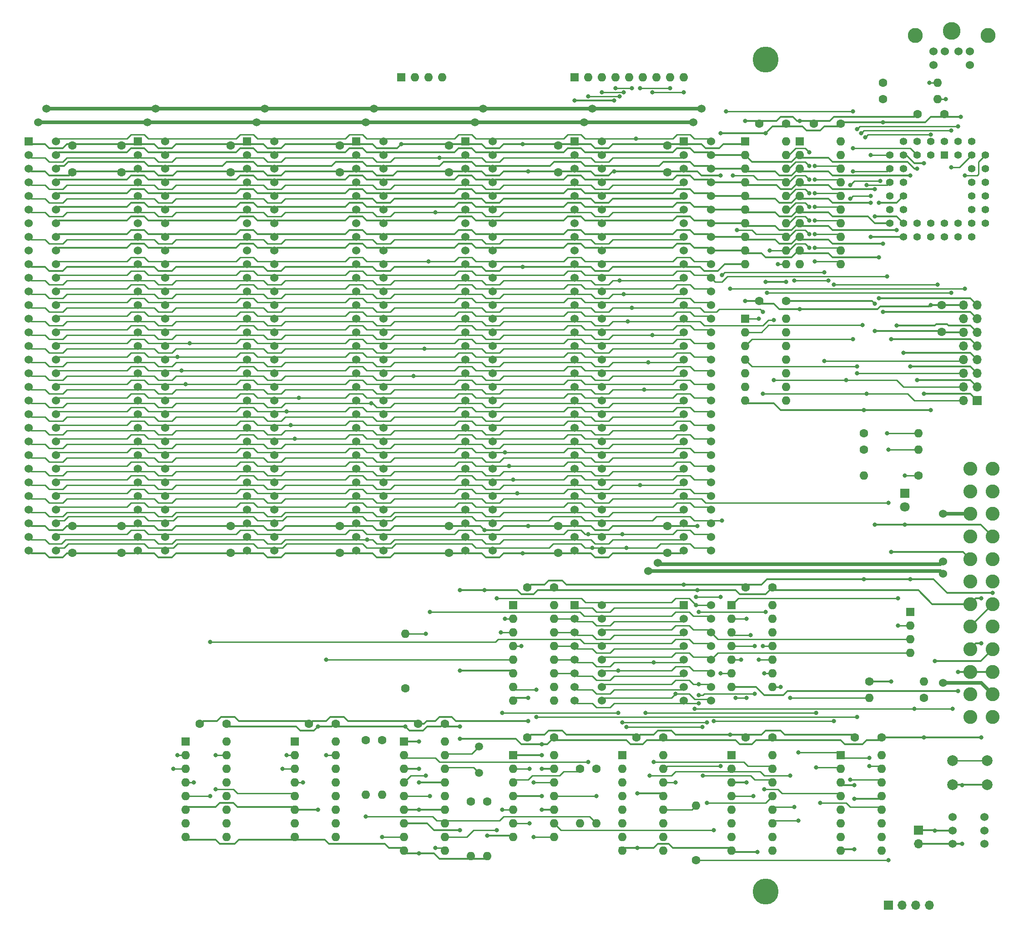
<source format=gbr>
G04 #@! TF.GenerationSoftware,KiCad,Pcbnew,(5.1.8)-1*
G04 #@! TF.CreationDate,2022-05-28T15:43:51-06:00*
G04 #@! TF.ProjectId,Multi,4d756c74-692e-46b6-9963-61645f706362,rev?*
G04 #@! TF.SameCoordinates,Original*
G04 #@! TF.FileFunction,Copper,L1,Top*
G04 #@! TF.FilePolarity,Positive*
%FSLAX46Y46*%
G04 Gerber Fmt 4.6, Leading zero omitted, Abs format (unit mm)*
G04 Created by KiCad (PCBNEW (5.1.8)-1) date 2022-05-28 15:43:51*
%MOMM*%
%LPD*%
G01*
G04 APERTURE LIST*
G04 #@! TA.AperFunction,ComponentPad*
%ADD10O,1.600000X1.600000*%
G04 #@! TD*
G04 #@! TA.AperFunction,ComponentPad*
%ADD11R,1.600000X1.600000*%
G04 #@! TD*
G04 #@! TA.AperFunction,ComponentPad*
%ADD12C,1.600000*%
G04 #@! TD*
G04 #@! TA.AperFunction,ComponentPad*
%ADD13C,1.524000*%
G04 #@! TD*
G04 #@! TA.AperFunction,ComponentPad*
%ADD14R,1.524000X1.524000*%
G04 #@! TD*
G04 #@! TA.AperFunction,ComponentPad*
%ADD15C,4.826000*%
G04 #@! TD*
G04 #@! TA.AperFunction,ComponentPad*
%ADD16O,1.700000X1.700000*%
G04 #@! TD*
G04 #@! TA.AperFunction,ComponentPad*
%ADD17R,1.700000X1.700000*%
G04 #@! TD*
G04 #@! TA.AperFunction,ComponentPad*
%ADD18C,2.000000*%
G04 #@! TD*
G04 #@! TA.AperFunction,ComponentPad*
%ADD19C,1.800000*%
G04 #@! TD*
G04 #@! TA.AperFunction,ComponentPad*
%ADD20R,1.800000X1.800000*%
G04 #@! TD*
G04 #@! TA.AperFunction,ComponentPad*
%ADD21C,2.590800*%
G04 #@! TD*
G04 #@! TA.AperFunction,ComponentPad*
%ADD22C,2.794000*%
G04 #@! TD*
G04 #@! TA.AperFunction,ComponentPad*
%ADD23C,3.302000*%
G04 #@! TD*
G04 #@! TA.AperFunction,ComponentPad*
%ADD24C,1.500000*%
G04 #@! TD*
G04 #@! TA.AperFunction,ComponentPad*
%ADD25R,1.422400X1.422400*%
G04 #@! TD*
G04 #@! TA.AperFunction,ComponentPad*
%ADD26C,1.422400*%
G04 #@! TD*
G04 #@! TA.AperFunction,ViaPad*
%ADD27C,0.800000*%
G04 #@! TD*
G04 #@! TA.AperFunction,Conductor*
%ADD28C,0.330200*%
G04 #@! TD*
G04 #@! TA.AperFunction,Conductor*
%ADD29C,0.250000*%
G04 #@! TD*
G04 #@! TA.AperFunction,Conductor*
%ADD30C,0.635000*%
G04 #@! TD*
G04 #@! TA.AperFunction,Conductor*
%ADD31C,0.304800*%
G04 #@! TD*
G04 APERTURE END LIST*
D10*
G04 #@! TO.P,U2,20*
G04 #@! TO.N,/5+*
X111506000Y-43942000D03*
G04 #@! TO.P,U2,10*
G04 #@! TO.N,/GND*
X103886000Y-66802000D03*
G04 #@! TO.P,U2,19*
G04 #@! TO.N,/PORT_61_RD*
X111506000Y-46482000D03*
G04 #@! TO.P,U2,9*
G04 #@! TO.N,/D0*
X103886000Y-64262000D03*
G04 #@! TO.P,U2,18*
G04 #@! TO.N,/PORT_61_7*
X111506000Y-49022000D03*
G04 #@! TO.P,U2,8*
G04 #@! TO.N,/D1*
X103886000Y-61722000D03*
G04 #@! TO.P,U2,17*
G04 #@! TO.N,/PORT_61_6*
X111506000Y-51562000D03*
G04 #@! TO.P,U2,7*
G04 #@! TO.N,/D2*
X103886000Y-59182000D03*
G04 #@! TO.P,U2,16*
G04 #@! TO.N,/NMI_EN*
X111506000Y-54102000D03*
G04 #@! TO.P,U2,6*
G04 #@! TO.N,/D3*
X103886000Y-56642000D03*
G04 #@! TO.P,U2,15*
G04 #@! TO.N,/PORT_61_4*
X111506000Y-56642000D03*
G04 #@! TO.P,U2,5*
G04 #@! TO.N,/D4*
X103886000Y-54102000D03*
G04 #@! TO.P,U2,14*
G04 #@! TO.N,/PORT_61_3*
X111506000Y-59182000D03*
G04 #@! TO.P,U2,4*
G04 #@! TO.N,/D5*
X103886000Y-51562000D03*
G04 #@! TO.P,U2,13*
G04 #@! TO.N,/PORT_61_2*
X111506000Y-61722000D03*
G04 #@! TO.P,U2,3*
G04 #@! TO.N,/D6*
X103886000Y-49022000D03*
G04 #@! TO.P,U2,12*
G04 #@! TO.N,/SPK_EN*
X111506000Y-64262000D03*
G04 #@! TO.P,U2,2*
G04 #@! TO.N,/D7*
X103886000Y-46482000D03*
G04 #@! TO.P,U2,11*
G04 #@! TO.N,/SPK_GO*
X111506000Y-66802000D03*
D11*
G04 #@! TO.P,U2,1*
G04 #@! TO.N,/GND*
X103886000Y-43942000D03*
G04 #@! TD*
D10*
G04 #@! TO.P,U13,16*
G04 #@! TO.N,/5+*
X119126000Y-158242000D03*
G04 #@! TO.P,U13,8*
G04 #@! TO.N,/GND*
X111506000Y-176022000D03*
G04 #@! TO.P,U13,15*
G04 #@! TO.N,/IO_0061*
X119126000Y-160782000D03*
G04 #@! TO.P,U13,7*
G04 #@! TO.N,Net-(U13-Pad7)*
X111506000Y-173482000D03*
G04 #@! TO.P,U13,14*
G04 #@! TO.N,/IORD*
X119126000Y-163322000D03*
G04 #@! TO.P,U13,6*
G04 #@! TO.N,Net-(U13-Pad6)*
X111506000Y-170942000D03*
G04 #@! TO.P,U13,13*
G04 #@! TO.N,/GND*
X119126000Y-165862000D03*
G04 #@! TO.P,U13,5*
G04 #@! TO.N,Net-(U13-Pad5)*
X111506000Y-168402000D03*
G04 #@! TO.P,U13,12*
G04 #@! TO.N,/PORT_61_RD*
X119126000Y-168402000D03*
G04 #@! TO.P,U13,4*
G04 #@! TO.N,/PORT_0X61_EN*
X111506000Y-165862000D03*
G04 #@! TO.P,U13,11*
G04 #@! TO.N,Net-(U13-Pad11)*
X119126000Y-170942000D03*
G04 #@! TO.P,U13,3*
G04 #@! TO.N,/GND*
X111506000Y-163322000D03*
G04 #@! TO.P,U13,10*
G04 #@! TO.N,Net-(U13-Pad10)*
X119126000Y-173482000D03*
G04 #@! TO.P,U13,2*
G04 #@! TO.N,/IOWR*
X111506000Y-160782000D03*
G04 #@! TO.P,U13,9*
G04 #@! TO.N,Net-(U13-Pad9)*
X119126000Y-176022000D03*
D11*
G04 #@! TO.P,U13,1*
G04 #@! TO.N,/IO_0061*
X111506000Y-158242000D03*
G04 #@! TD*
D12*
G04 #@! TO.P,C19,2*
G04 #@! TO.N,/5+*
X111506000Y-40640000D03*
G04 #@! TO.P,C19,1*
G04 #@! TO.N,/GND*
X106506000Y-40640000D03*
G04 #@! TD*
G04 #@! TO.P,C18,2*
G04 #@! TO.N,/5+*
X119126000Y-154940000D03*
G04 #@! TO.P,C18,1*
G04 #@! TO.N,/GND*
X114126000Y-154940000D03*
G04 #@! TD*
D10*
G04 #@! TO.P,RN3,4*
G04 #@! TO.N,/DRQ0*
X124460000Y-139192000D03*
G04 #@! TO.P,RN3,3*
G04 #@! TO.N,/HOLD*
X124460000Y-136652000D03*
G04 #@! TO.P,RN3,2*
G04 #@! TO.N,/NMI_EN*
X124460000Y-134112000D03*
D11*
G04 #@! TO.P,RN3,1*
G04 #@! TO.N,/GND*
X124460000Y-131572000D03*
G04 #@! TD*
D13*
G04 #@! TO.P,R,1*
G04 #@! TO.N,/12+*
X-36322000Y-37846000D03*
G04 #@! TD*
G04 #@! TO.P,R,1*
G04 #@! TO.N,/12-*
X-37846000Y-40386000D03*
G04 #@! TD*
G04 #@! TO.P,R,1*
G04 #@! TO.N,/12+*
X-16002000Y-37846000D03*
G04 #@! TD*
G04 #@! TO.P,R,1*
G04 #@! TO.N,/12-*
X-17526000Y-40386000D03*
G04 #@! TD*
G04 #@! TO.P,R,1*
G04 #@! TO.N,/12+*
X4318000Y-37846000D03*
G04 #@! TD*
G04 #@! TO.P,R,1*
G04 #@! TO.N,/12-*
X2794000Y-40386000D03*
G04 #@! TD*
D12*
G04 #@! TO.P,C17,2*
G04 #@! TO.N,/5+*
X-2032000Y-49704000D03*
G04 #@! TO.P,C17,1*
G04 #@! TO.N,/GND*
X-2032000Y-44704000D03*
G04 #@! TD*
G04 #@! TO.P,C16,2*
G04 #@! TO.N,/5+*
X-2032000Y-115570000D03*
G04 #@! TO.P,C16,1*
G04 #@! TO.N,/GND*
X-2032000Y-120570000D03*
G04 #@! TD*
G04 #@! TO.P,C15,2*
G04 #@! TO.N,/5+*
X-22352000Y-49704000D03*
G04 #@! TO.P,C15,1*
G04 #@! TO.N,/GND*
X-22352000Y-44704000D03*
G04 #@! TD*
G04 #@! TO.P,C14,2*
G04 #@! TO.N,/5+*
X18288000Y-115570000D03*
G04 #@! TO.P,C14,1*
G04 #@! TO.N,/GND*
X18288000Y-120570000D03*
G04 #@! TD*
G04 #@! TO.P,C13,2*
G04 #@! TO.N,/5+*
X18288000Y-49704000D03*
G04 #@! TO.P,C13,1*
G04 #@! TO.N,/GND*
X18288000Y-44704000D03*
G04 #@! TD*
G04 #@! TO.P,C11,2*
G04 #@! TO.N,/5+*
X-22352000Y-115570000D03*
G04 #@! TO.P,C11,1*
G04 #@! TO.N,/GND*
X-22352000Y-120570000D03*
G04 #@! TD*
G04 #@! TO.P,C27,2*
G04 #@! TO.N,/5+*
X-31496000Y-115570000D03*
G04 #@! TO.P,C27,1*
G04 #@! TO.N,/GND*
X-31496000Y-120570000D03*
G04 #@! TD*
D13*
G04 #@! TO.P,J14,62*
G04 #@! TO.N,/A0*
X6096000Y-120142000D03*
G04 #@! TO.P,J14,61*
G04 #@! TO.N,/A1*
X6096000Y-117602000D03*
G04 #@! TO.P,J14,60*
G04 #@! TO.N,/A2*
X6096000Y-115062000D03*
G04 #@! TO.P,J14,59*
G04 #@! TO.N,/A3*
X6096000Y-112522000D03*
G04 #@! TO.P,J14,58*
G04 #@! TO.N,/A4*
X6096000Y-109982000D03*
G04 #@! TO.P,J14,57*
G04 #@! TO.N,/A5*
X6096000Y-107442000D03*
G04 #@! TO.P,J14,56*
G04 #@! TO.N,/A6*
X6096000Y-104902000D03*
G04 #@! TO.P,J14,55*
G04 #@! TO.N,/A7*
X6096000Y-102362000D03*
G04 #@! TO.P,J14,54*
G04 #@! TO.N,/A8*
X6096000Y-99822000D03*
G04 #@! TO.P,J14,53*
G04 #@! TO.N,/A9*
X6096000Y-97282000D03*
G04 #@! TO.P,J14,52*
G04 #@! TO.N,/A10*
X6096000Y-94742000D03*
G04 #@! TO.P,J14,51*
G04 #@! TO.N,/A11*
X6096000Y-92202000D03*
G04 #@! TO.P,J14,50*
G04 #@! TO.N,/A12*
X6096000Y-89662000D03*
G04 #@! TO.P,J14,49*
G04 #@! TO.N,/A13*
X6096000Y-87122000D03*
G04 #@! TO.P,J14,48*
G04 #@! TO.N,/A14*
X6096000Y-84582000D03*
G04 #@! TO.P,J14,47*
G04 #@! TO.N,/A15*
X6096000Y-82042000D03*
G04 #@! TO.P,J14,46*
G04 #@! TO.N,/A16*
X6096000Y-79502000D03*
G04 #@! TO.P,J14,45*
G04 #@! TO.N,/A17*
X6096000Y-76962000D03*
G04 #@! TO.P,J14,44*
G04 #@! TO.N,/A18*
X6096000Y-74422000D03*
G04 #@! TO.P,J14,43*
G04 #@! TO.N,/A19*
X6096000Y-71882000D03*
G04 #@! TO.P,J14,42*
G04 #@! TO.N,/AEN*
X6096000Y-69342000D03*
G04 #@! TO.P,J14,41*
G04 #@! TO.N,/RDY1*
X6096000Y-66802000D03*
G04 #@! TO.P,J14,40*
G04 #@! TO.N,/D0*
X6096000Y-64262000D03*
G04 #@! TO.P,J14,39*
G04 #@! TO.N,/D1*
X6096000Y-61722000D03*
G04 #@! TO.P,J14,38*
G04 #@! TO.N,/D2*
X6096000Y-59182000D03*
G04 #@! TO.P,J14,37*
G04 #@! TO.N,/D3*
X6096000Y-56642000D03*
G04 #@! TO.P,J14,36*
G04 #@! TO.N,/D4*
X6096000Y-54102000D03*
G04 #@! TO.P,J14,35*
G04 #@! TO.N,/D5*
X6096000Y-51562000D03*
G04 #@! TO.P,J14,34*
G04 #@! TO.N,/D6*
X6096000Y-49022000D03*
G04 #@! TO.P,J14,33*
G04 #@! TO.N,/D7*
X6096000Y-46482000D03*
G04 #@! TO.P,J14,32*
G04 #@! TO.N,/CH_CK*
X6096000Y-43942000D03*
G04 #@! TO.P,J14,31*
G04 #@! TO.N,/GND*
X1016000Y-120142000D03*
G04 #@! TO.P,J14,30*
G04 #@! TO.N,/OSC88*
X1016000Y-117602000D03*
G04 #@! TO.P,J14,29*
G04 #@! TO.N,/5+*
X1016000Y-115062000D03*
G04 #@! TO.P,J14,28*
G04 #@! TO.N,/ALE*
X1016000Y-112522000D03*
G04 #@! TO.P,J14,27*
G04 #@! TO.N,/TC*
X1016000Y-109982000D03*
G04 #@! TO.P,J14,26*
G04 #@! TO.N,/DACK2*
X1016000Y-107442000D03*
G04 #@! TO.P,J14,25*
G04 #@! TO.N,/IRQ3*
X1016000Y-104902000D03*
G04 #@! TO.P,J14,24*
G04 #@! TO.N,/IRQ4*
X1016000Y-102362000D03*
G04 #@! TO.P,J14,23*
G04 #@! TO.N,/IRQ5*
X1016000Y-99822000D03*
G04 #@! TO.P,J14,22*
G04 #@! TO.N,/IRQ6*
X1016000Y-97282000D03*
G04 #@! TO.P,J14,21*
G04 #@! TO.N,/IRQ7*
X1016000Y-94742000D03*
G04 #@! TO.P,J14,20*
G04 #@! TO.N,/CLK88*
X1016000Y-92202000D03*
G04 #@! TO.P,J14,19*
G04 #@! TO.N,/REFRQ*
X1016000Y-89662000D03*
G04 #@! TO.P,J14,18*
G04 #@! TO.N,/DRQ1*
X1016000Y-87122000D03*
G04 #@! TO.P,J14,17*
G04 #@! TO.N,/DACK1*
X1016000Y-84582000D03*
G04 #@! TO.P,J14,16*
G04 #@! TO.N,/DRQ3*
X1016000Y-82042000D03*
G04 #@! TO.P,J14,15*
G04 #@! TO.N,/DACK3*
X1016000Y-79502000D03*
G04 #@! TO.P,J14,14*
G04 #@! TO.N,/IORD*
X1016000Y-76962000D03*
G04 #@! TO.P,J14,13*
G04 #@! TO.N,/IOWR*
X1016000Y-74422000D03*
G04 #@! TO.P,J14,12*
G04 #@! TO.N,/MRD*
X1016000Y-71882000D03*
G04 #@! TO.P,J14,11*
G04 #@! TO.N,/MWR*
X1016000Y-69342000D03*
G04 #@! TO.P,J14,10*
G04 #@! TO.N,/GND*
X1016000Y-66802000D03*
G04 #@! TO.P,J14,9*
G04 #@! TO.N,/12+*
X1016000Y-64262000D03*
G04 #@! TO.P,J14,8*
G04 #@! TO.N,/NC*
X1016000Y-61722000D03*
G04 #@! TO.P,J14,7*
G04 #@! TO.N,/12-*
X1016000Y-59182000D03*
G04 #@! TO.P,J14,6*
G04 #@! TO.N,/DRQ2*
X1016000Y-56642000D03*
G04 #@! TO.P,J14,5*
G04 #@! TO.N,/5-*
X1016000Y-54102000D03*
G04 #@! TO.P,J14,4*
G04 #@! TO.N,/IRQ2*
X1016000Y-51562000D03*
G04 #@! TO.P,J14,3*
G04 #@! TO.N,/5+*
X1016000Y-49022000D03*
G04 #@! TO.P,J14,2*
G04 #@! TO.N,/RESOUT*
X1016000Y-46482000D03*
D14*
G04 #@! TO.P,J14,1*
G04 #@! TO.N,/GND*
X1016000Y-43942000D03*
G04 #@! TD*
D13*
G04 #@! TO.P,J13,62*
G04 #@! TO.N,/A0*
X-14224000Y-120142000D03*
G04 #@! TO.P,J13,61*
G04 #@! TO.N,/A1*
X-14224000Y-117602000D03*
G04 #@! TO.P,J13,60*
G04 #@! TO.N,/A2*
X-14224000Y-115062000D03*
G04 #@! TO.P,J13,59*
G04 #@! TO.N,/A3*
X-14224000Y-112522000D03*
G04 #@! TO.P,J13,58*
G04 #@! TO.N,/A4*
X-14224000Y-109982000D03*
G04 #@! TO.P,J13,57*
G04 #@! TO.N,/A5*
X-14224000Y-107442000D03*
G04 #@! TO.P,J13,56*
G04 #@! TO.N,/A6*
X-14224000Y-104902000D03*
G04 #@! TO.P,J13,55*
G04 #@! TO.N,/A7*
X-14224000Y-102362000D03*
G04 #@! TO.P,J13,54*
G04 #@! TO.N,/A8*
X-14224000Y-99822000D03*
G04 #@! TO.P,J13,53*
G04 #@! TO.N,/A9*
X-14224000Y-97282000D03*
G04 #@! TO.P,J13,52*
G04 #@! TO.N,/A10*
X-14224000Y-94742000D03*
G04 #@! TO.P,J13,51*
G04 #@! TO.N,/A11*
X-14224000Y-92202000D03*
G04 #@! TO.P,J13,50*
G04 #@! TO.N,/A12*
X-14224000Y-89662000D03*
G04 #@! TO.P,J13,49*
G04 #@! TO.N,/A13*
X-14224000Y-87122000D03*
G04 #@! TO.P,J13,48*
G04 #@! TO.N,/A14*
X-14224000Y-84582000D03*
G04 #@! TO.P,J13,47*
G04 #@! TO.N,/A15*
X-14224000Y-82042000D03*
G04 #@! TO.P,J13,46*
G04 #@! TO.N,/A16*
X-14224000Y-79502000D03*
G04 #@! TO.P,J13,45*
G04 #@! TO.N,/A17*
X-14224000Y-76962000D03*
G04 #@! TO.P,J13,44*
G04 #@! TO.N,/A18*
X-14224000Y-74422000D03*
G04 #@! TO.P,J13,43*
G04 #@! TO.N,/A19*
X-14224000Y-71882000D03*
G04 #@! TO.P,J13,42*
G04 #@! TO.N,/AEN*
X-14224000Y-69342000D03*
G04 #@! TO.P,J13,41*
G04 #@! TO.N,/RDY1*
X-14224000Y-66802000D03*
G04 #@! TO.P,J13,40*
G04 #@! TO.N,/D0*
X-14224000Y-64262000D03*
G04 #@! TO.P,J13,39*
G04 #@! TO.N,/D1*
X-14224000Y-61722000D03*
G04 #@! TO.P,J13,38*
G04 #@! TO.N,/D2*
X-14224000Y-59182000D03*
G04 #@! TO.P,J13,37*
G04 #@! TO.N,/D3*
X-14224000Y-56642000D03*
G04 #@! TO.P,J13,36*
G04 #@! TO.N,/D4*
X-14224000Y-54102000D03*
G04 #@! TO.P,J13,35*
G04 #@! TO.N,/D5*
X-14224000Y-51562000D03*
G04 #@! TO.P,J13,34*
G04 #@! TO.N,/D6*
X-14224000Y-49022000D03*
G04 #@! TO.P,J13,33*
G04 #@! TO.N,/D7*
X-14224000Y-46482000D03*
G04 #@! TO.P,J13,32*
G04 #@! TO.N,/CH_CK*
X-14224000Y-43942000D03*
G04 #@! TO.P,J13,31*
G04 #@! TO.N,/GND*
X-19304000Y-120142000D03*
G04 #@! TO.P,J13,30*
G04 #@! TO.N,/OSC88*
X-19304000Y-117602000D03*
G04 #@! TO.P,J13,29*
G04 #@! TO.N,/5+*
X-19304000Y-115062000D03*
G04 #@! TO.P,J13,28*
G04 #@! TO.N,/ALE*
X-19304000Y-112522000D03*
G04 #@! TO.P,J13,27*
G04 #@! TO.N,/TC*
X-19304000Y-109982000D03*
G04 #@! TO.P,J13,26*
G04 #@! TO.N,/DACK2*
X-19304000Y-107442000D03*
G04 #@! TO.P,J13,25*
G04 #@! TO.N,/IRQ3*
X-19304000Y-104902000D03*
G04 #@! TO.P,J13,24*
G04 #@! TO.N,/IRQ4*
X-19304000Y-102362000D03*
G04 #@! TO.P,J13,23*
G04 #@! TO.N,/IRQ5*
X-19304000Y-99822000D03*
G04 #@! TO.P,J13,22*
G04 #@! TO.N,/IRQ6*
X-19304000Y-97282000D03*
G04 #@! TO.P,J13,21*
G04 #@! TO.N,/IRQ7*
X-19304000Y-94742000D03*
G04 #@! TO.P,J13,20*
G04 #@! TO.N,/CLK88*
X-19304000Y-92202000D03*
G04 #@! TO.P,J13,19*
G04 #@! TO.N,/REFRQ*
X-19304000Y-89662000D03*
G04 #@! TO.P,J13,18*
G04 #@! TO.N,/DRQ1*
X-19304000Y-87122000D03*
G04 #@! TO.P,J13,17*
G04 #@! TO.N,/DACK1*
X-19304000Y-84582000D03*
G04 #@! TO.P,J13,16*
G04 #@! TO.N,/DRQ3*
X-19304000Y-82042000D03*
G04 #@! TO.P,J13,15*
G04 #@! TO.N,/DACK3*
X-19304000Y-79502000D03*
G04 #@! TO.P,J13,14*
G04 #@! TO.N,/IORD*
X-19304000Y-76962000D03*
G04 #@! TO.P,J13,13*
G04 #@! TO.N,/IOWR*
X-19304000Y-74422000D03*
G04 #@! TO.P,J13,12*
G04 #@! TO.N,/MRD*
X-19304000Y-71882000D03*
G04 #@! TO.P,J13,11*
G04 #@! TO.N,/MWR*
X-19304000Y-69342000D03*
G04 #@! TO.P,J13,10*
G04 #@! TO.N,/GND*
X-19304000Y-66802000D03*
G04 #@! TO.P,J13,9*
G04 #@! TO.N,/12+*
X-19304000Y-64262000D03*
G04 #@! TO.P,J13,8*
G04 #@! TO.N,/NC*
X-19304000Y-61722000D03*
G04 #@! TO.P,J13,7*
G04 #@! TO.N,/12-*
X-19304000Y-59182000D03*
G04 #@! TO.P,J13,6*
G04 #@! TO.N,/DRQ2*
X-19304000Y-56642000D03*
G04 #@! TO.P,J13,5*
G04 #@! TO.N,/5-*
X-19304000Y-54102000D03*
G04 #@! TO.P,J13,4*
G04 #@! TO.N,/IRQ2*
X-19304000Y-51562000D03*
G04 #@! TO.P,J13,3*
G04 #@! TO.N,/5+*
X-19304000Y-49022000D03*
G04 #@! TO.P,J13,2*
G04 #@! TO.N,/RESOUT*
X-19304000Y-46482000D03*
D14*
G04 #@! TO.P,J13,1*
G04 #@! TO.N,/GND*
X-19304000Y-43942000D03*
G04 #@! TD*
D13*
G04 #@! TO.P,J12,62*
G04 #@! TO.N,/A0*
X-34544000Y-120142000D03*
G04 #@! TO.P,J12,61*
G04 #@! TO.N,/A1*
X-34544000Y-117602000D03*
G04 #@! TO.P,J12,60*
G04 #@! TO.N,/A2*
X-34544000Y-115062000D03*
G04 #@! TO.P,J12,59*
G04 #@! TO.N,/A3*
X-34544000Y-112522000D03*
G04 #@! TO.P,J12,58*
G04 #@! TO.N,/A4*
X-34544000Y-109982000D03*
G04 #@! TO.P,J12,57*
G04 #@! TO.N,/A5*
X-34544000Y-107442000D03*
G04 #@! TO.P,J12,56*
G04 #@! TO.N,/A6*
X-34544000Y-104902000D03*
G04 #@! TO.P,J12,55*
G04 #@! TO.N,/A7*
X-34544000Y-102362000D03*
G04 #@! TO.P,J12,54*
G04 #@! TO.N,/A8*
X-34544000Y-99822000D03*
G04 #@! TO.P,J12,53*
G04 #@! TO.N,/A9*
X-34544000Y-97282000D03*
G04 #@! TO.P,J12,52*
G04 #@! TO.N,/A10*
X-34544000Y-94742000D03*
G04 #@! TO.P,J12,51*
G04 #@! TO.N,/A11*
X-34544000Y-92202000D03*
G04 #@! TO.P,J12,50*
G04 #@! TO.N,/A12*
X-34544000Y-89662000D03*
G04 #@! TO.P,J12,49*
G04 #@! TO.N,/A13*
X-34544000Y-87122000D03*
G04 #@! TO.P,J12,48*
G04 #@! TO.N,/A14*
X-34544000Y-84582000D03*
G04 #@! TO.P,J12,47*
G04 #@! TO.N,/A15*
X-34544000Y-82042000D03*
G04 #@! TO.P,J12,46*
G04 #@! TO.N,/A16*
X-34544000Y-79502000D03*
G04 #@! TO.P,J12,45*
G04 #@! TO.N,/A17*
X-34544000Y-76962000D03*
G04 #@! TO.P,J12,44*
G04 #@! TO.N,/A18*
X-34544000Y-74422000D03*
G04 #@! TO.P,J12,43*
G04 #@! TO.N,/A19*
X-34544000Y-71882000D03*
G04 #@! TO.P,J12,42*
G04 #@! TO.N,/AEN*
X-34544000Y-69342000D03*
G04 #@! TO.P,J12,41*
G04 #@! TO.N,/RDY1*
X-34544000Y-66802000D03*
G04 #@! TO.P,J12,40*
G04 #@! TO.N,/D0*
X-34544000Y-64262000D03*
G04 #@! TO.P,J12,39*
G04 #@! TO.N,/D1*
X-34544000Y-61722000D03*
G04 #@! TO.P,J12,38*
G04 #@! TO.N,/D2*
X-34544000Y-59182000D03*
G04 #@! TO.P,J12,37*
G04 #@! TO.N,/D3*
X-34544000Y-56642000D03*
G04 #@! TO.P,J12,36*
G04 #@! TO.N,/D4*
X-34544000Y-54102000D03*
G04 #@! TO.P,J12,35*
G04 #@! TO.N,/D5*
X-34544000Y-51562000D03*
G04 #@! TO.P,J12,34*
G04 #@! TO.N,/D6*
X-34544000Y-49022000D03*
G04 #@! TO.P,J12,33*
G04 #@! TO.N,/D7*
X-34544000Y-46482000D03*
G04 #@! TO.P,J12,32*
G04 #@! TO.N,/CH_CK*
X-34544000Y-43942000D03*
G04 #@! TO.P,J12,31*
G04 #@! TO.N,/GND*
X-39624000Y-120142000D03*
G04 #@! TO.P,J12,30*
G04 #@! TO.N,/OSC88*
X-39624000Y-117602000D03*
G04 #@! TO.P,J12,29*
G04 #@! TO.N,/5+*
X-39624000Y-115062000D03*
G04 #@! TO.P,J12,28*
G04 #@! TO.N,/ALE*
X-39624000Y-112522000D03*
G04 #@! TO.P,J12,27*
G04 #@! TO.N,/TC*
X-39624000Y-109982000D03*
G04 #@! TO.P,J12,26*
G04 #@! TO.N,/DACK2*
X-39624000Y-107442000D03*
G04 #@! TO.P,J12,25*
G04 #@! TO.N,/IRQ3*
X-39624000Y-104902000D03*
G04 #@! TO.P,J12,24*
G04 #@! TO.N,/IRQ4*
X-39624000Y-102362000D03*
G04 #@! TO.P,J12,23*
G04 #@! TO.N,/IRQ5*
X-39624000Y-99822000D03*
G04 #@! TO.P,J12,22*
G04 #@! TO.N,/IRQ6*
X-39624000Y-97282000D03*
G04 #@! TO.P,J12,21*
G04 #@! TO.N,/IRQ7*
X-39624000Y-94742000D03*
G04 #@! TO.P,J12,20*
G04 #@! TO.N,/CLK88*
X-39624000Y-92202000D03*
G04 #@! TO.P,J12,19*
G04 #@! TO.N,/REFRQ*
X-39624000Y-89662000D03*
G04 #@! TO.P,J12,18*
G04 #@! TO.N,/DRQ1*
X-39624000Y-87122000D03*
G04 #@! TO.P,J12,17*
G04 #@! TO.N,/DACK1*
X-39624000Y-84582000D03*
G04 #@! TO.P,J12,16*
G04 #@! TO.N,/DRQ3*
X-39624000Y-82042000D03*
G04 #@! TO.P,J12,15*
G04 #@! TO.N,/DACK3*
X-39624000Y-79502000D03*
G04 #@! TO.P,J12,14*
G04 #@! TO.N,/IORD*
X-39624000Y-76962000D03*
G04 #@! TO.P,J12,13*
G04 #@! TO.N,/IOWR*
X-39624000Y-74422000D03*
G04 #@! TO.P,J12,12*
G04 #@! TO.N,/MRD*
X-39624000Y-71882000D03*
G04 #@! TO.P,J12,11*
G04 #@! TO.N,/MWR*
X-39624000Y-69342000D03*
G04 #@! TO.P,J12,10*
G04 #@! TO.N,/GND*
X-39624000Y-66802000D03*
G04 #@! TO.P,J12,9*
G04 #@! TO.N,/12+*
X-39624000Y-64262000D03*
G04 #@! TO.P,J12,8*
G04 #@! TO.N,/NC*
X-39624000Y-61722000D03*
G04 #@! TO.P,J12,7*
G04 #@! TO.N,/12-*
X-39624000Y-59182000D03*
G04 #@! TO.P,J12,6*
G04 #@! TO.N,/DRQ2*
X-39624000Y-56642000D03*
G04 #@! TO.P,J12,5*
G04 #@! TO.N,/5-*
X-39624000Y-54102000D03*
G04 #@! TO.P,J12,4*
G04 #@! TO.N,/IRQ2*
X-39624000Y-51562000D03*
G04 #@! TO.P,J12,3*
G04 #@! TO.N,/5+*
X-39624000Y-49022000D03*
G04 #@! TO.P,J12,2*
G04 #@! TO.N,/RESOUT*
X-39624000Y-46482000D03*
D14*
G04 #@! TO.P,J12,1*
G04 #@! TO.N,/GND*
X-39624000Y-43942000D03*
G04 #@! TD*
D13*
G04 #@! TO.P,J11,16*
G04 #@! TO.N,/RESET*
X67056000Y-130302000D03*
G04 #@! TO.P,J11,15*
G04 #@! TO.N,/READY*
X67056000Y-132842000D03*
D14*
G04 #@! TO.P,J11,1*
G04 #@! TO.N,/IRQ1*
X61976000Y-130302000D03*
D13*
G04 #@! TO.P,J11,2*
G04 #@! TO.N,/IO_000X*
X61976000Y-132842000D03*
G04 #@! TO.P,J11,3*
G04 #@! TO.N,/IO_002X*
X61976000Y-135382000D03*
G04 #@! TO.P,J11,4*
G04 #@! TO.N,/IO_004X*
X61976000Y-137922000D03*
G04 #@! TO.P,J11,5*
G04 #@! TO.N,/IO_006X*
X61976000Y-140462000D03*
G04 #@! TO.P,J11,6*
G04 #@! TO.N,/IO_008X*
X61976000Y-143002000D03*
G04 #@! TO.P,J11,7*
G04 #@! TO.N,/NC_1*
X61976000Y-145542000D03*
G04 #@! TO.P,J11,8*
G04 #@! TO.N,/NMI*
X61976000Y-148082000D03*
G04 #@! TO.P,J11,9*
G04 #@! TO.N,/SPK_OUT*
X67056000Y-148082000D03*
G04 #@! TO.P,J11,10*
G04 #@! TO.N,/SPK_GO*
X67056000Y-145542000D03*
G04 #@! TO.P,J11,11*
G04 #@! TO.N,/HF_PCLK*
X67056000Y-143002000D03*
G04 #@! TO.P,J11,12*
G04 #@! TO.N,/DRQ0*
X67056000Y-140462000D03*
G04 #@! TO.P,J11,13*
G04 #@! TO.N,/HOLDA*
X67056000Y-137922000D03*
G04 #@! TO.P,J11,14*
G04 #@! TO.N,/HOLD*
X67056000Y-135382000D03*
G04 #@! TD*
D15*
G04 #@! TO.P,REF\u002A\u002A,*
G04 #@! TO.N,/GND*
X97536000Y-183642000D03*
G04 #@! TD*
D10*
G04 #@! TO.P,RN1,4*
G04 #@! TO.N,/DRQ2*
X37338000Y-32004000D03*
G04 #@! TO.P,RN1,3*
G04 #@! TO.N,/DRQ3*
X34798000Y-32004000D03*
G04 #@! TO.P,RN1,2*
G04 #@! TO.N,/DRQ1*
X32258000Y-32004000D03*
D11*
G04 #@! TO.P,RN1,1*
G04 #@! TO.N,/GND*
X29718000Y-32004000D03*
G04 #@! TD*
D10*
G04 #@! TO.P,R13,2*
G04 #@! TO.N,/TC*
X125984000Y-101346000D03*
D12*
G04 #@! TO.P,R13,1*
G04 #@! TO.N,/GND*
X115824000Y-101346000D03*
G04 #@! TD*
D10*
G04 #@! TO.P,R12,2*
G04 #@! TO.N,/AEN*
X125984000Y-98298000D03*
D12*
G04 #@! TO.P,R12,1*
G04 #@! TO.N,/GND*
X115824000Y-98298000D03*
G04 #@! TD*
D10*
G04 #@! TO.P,RN2,9*
G04 #@! TO.N,/DACK3*
X82296000Y-32004000D03*
G04 #@! TO.P,RN2,8*
G04 #@! TO.N,/DACK2*
X79756000Y-32004000D03*
G04 #@! TO.P,RN2,7*
G04 #@! TO.N,/DACK1*
X77216000Y-32004000D03*
G04 #@! TO.P,RN2,6*
G04 #@! TO.N,/REFRQ*
X74676000Y-32004000D03*
G04 #@! TO.P,RN2,5*
G04 #@! TO.N,/IORD*
X72136000Y-32004000D03*
G04 #@! TO.P,RN2,4*
G04 #@! TO.N,/IOWR*
X69596000Y-32004000D03*
G04 #@! TO.P,RN2,3*
G04 #@! TO.N,/MRD*
X67056000Y-32004000D03*
G04 #@! TO.P,RN2,2*
G04 #@! TO.N,/MWR*
X64516000Y-32004000D03*
D11*
G04 #@! TO.P,RN2,1*
G04 #@! TO.N,/5+*
X61976000Y-32004000D03*
G04 #@! TD*
D13*
G04 #@! TO.P,R,1*
G04 #@! TO.N,/12+*
X130556000Y-113284000D03*
G04 #@! TD*
G04 #@! TO.P,R,1*
G04 #@! TO.N,/12+*
X130556000Y-122174000D03*
G04 #@! TD*
G04 #@! TO.P,R,1*
G04 #@! TO.N,/12-*
X130556000Y-144780000D03*
G04 #@! TD*
G04 #@! TO.P,R,1*
G04 #@! TO.N,/12-*
X130556000Y-124460000D03*
G04 #@! TD*
D10*
G04 #@! TO.P,R9,2*
G04 #@! TO.N,/T1*
X129540000Y-36040000D03*
D12*
G04 #@! TO.P,R9,1*
G04 #@! TO.N,/5+*
X119380000Y-36040000D03*
G04 #@! TD*
D10*
G04 #@! TO.P,R8,2*
G04 #@! TO.N,/T0*
X129540000Y-33020000D03*
D12*
G04 #@! TO.P,R8,1*
G04 #@! TO.N,/5+*
X119380000Y-33020000D03*
G04 #@! TD*
D10*
G04 #@! TO.P,R7,2*
G04 #@! TO.N,/CH_CK*
X116840000Y-147574000D03*
D12*
G04 #@! TO.P,R7,1*
G04 #@! TO.N,/5+*
X127000000Y-147574000D03*
G04 #@! TD*
D10*
G04 #@! TO.P,R6,2*
G04 #@! TO.N,/RDY1*
X30480000Y-135636000D03*
D12*
G04 #@! TO.P,R6,1*
G04 #@! TO.N,/5+*
X30480000Y-145796000D03*
G04 #@! TD*
D13*
G04 #@! TO.P,R,1*
G04 #@! TO.N,/12-*
X75692000Y-123952000D03*
G04 #@! TD*
G04 #@! TO.P,R,1*
G04 #@! TO.N,/12+*
X77470000Y-122428000D03*
G04 #@! TD*
D12*
G04 #@! TO.P,C10,2*
G04 #@! TO.N,/5+*
X130302000Y-79422000D03*
G04 #@! TO.P,C10,1*
G04 #@! TO.N,/GND*
X130302000Y-74422000D03*
G04 #@! TD*
G04 #@! TO.P,C9,2*
G04 #@! TO.N,/5+*
X130810000Y-38862000D03*
G04 #@! TO.P,C9,1*
G04 #@! TO.N,/GND*
X125810000Y-38862000D03*
G04 #@! TD*
D10*
G04 #@! TO.P,R4,2*
G04 #@! TO.N,/GND*
X42672000Y-177038000D03*
D12*
G04 #@! TO.P,R4,1*
G04 #@! TO.N,/X1_8284*
X42672000Y-166878000D03*
G04 #@! TD*
D10*
G04 #@! TO.P,R2,2*
G04 #@! TO.N,/GND*
X45720000Y-177038000D03*
D12*
G04 #@! TO.P,R2,1*
G04 #@! TO.N,/X2_8284*
X45720000Y-166878000D03*
G04 #@! TD*
D10*
G04 #@! TO.P,R18,2*
G04 #@! TO.N,/CLK*
X26162000Y-165608000D03*
D12*
G04 #@! TO.P,R18,1*
G04 #@! TO.N,/CLK88*
X26162000Y-155448000D03*
G04 #@! TD*
D10*
G04 #@! TO.P,R17,2*
G04 #@! TO.N,/PCLK*
X62992000Y-170942000D03*
D12*
G04 #@! TO.P,R17,1*
G04 #@! TO.N,/PCLK88*
X62992000Y-160782000D03*
G04 #@! TD*
D10*
G04 #@! TO.P,R14,2*
G04 #@! TO.N,/OSC*
X23114000Y-165608000D03*
D12*
G04 #@! TO.P,R14,1*
G04 #@! TO.N,/OSC88*
X23114000Y-155448000D03*
G04 #@! TD*
D10*
G04 #@! TO.P,R5,2*
G04 #@! TO.N,/RESET*
X127000000Y-144526000D03*
D12*
G04 #@! TO.P,R5,1*
G04 #@! TO.N,/POWER_GOOD*
X116840000Y-144526000D03*
G04 #@! TD*
D10*
G04 #@! TO.P,R3,2*
G04 #@! TO.N,/OSC*
X66040000Y-170942000D03*
D12*
G04 #@! TO.P,R3,1*
G04 #@! TO.N,/OSC88HF*
X66040000Y-160782000D03*
G04 #@! TD*
D10*
G04 #@! TO.P,R112,2*
G04 #@! TO.N,/SPK_PIN*
X84582000Y-167640000D03*
D12*
G04 #@! TO.P,R112,1*
G04 #@! TO.N,/SPK_PIN_O*
X84582000Y-177800000D03*
G04 #@! TD*
D16*
G04 #@! TO.P,J6,2*
G04 #@! TO.N,/GND*
X125984000Y-174752000D03*
D17*
G04 #@! TO.P,J6,1*
G04 #@! TO.N,/POWER_ON*
X125984000Y-172212000D03*
G04 #@! TD*
D16*
G04 #@! TO.P,J3,4*
G04 #@! TO.N,/5+*
X128016000Y-186182000D03*
G04 #@! TO.P,J3,3*
G04 #@! TO.N,/GND*
X125476000Y-186182000D03*
G04 #@! TO.P,J3,2*
G04 #@! TO.N,Net-(J3-Pad2)*
X122936000Y-186182000D03*
D17*
G04 #@! TO.P,J3,1*
G04 #@! TO.N,/SPK_PIN_O*
X120396000Y-186182000D03*
G04 #@! TD*
D12*
G04 #@! TO.P,C1,2*
G04 #@! TO.N,/5+*
X101346000Y-73660000D03*
G04 #@! TO.P,C1,1*
G04 #@! TO.N,/GND*
X96346000Y-73660000D03*
G04 #@! TD*
D10*
G04 #@! TO.P,U11,16*
G04 #@! TO.N,/5+*
X78486000Y-158242000D03*
G04 #@! TO.P,U11,8*
G04 #@! TO.N,/GND*
X70866000Y-176022000D03*
G04 #@! TO.P,U11,15*
G04 #@! TO.N,/SPK_EN_*
X78486000Y-160782000D03*
G04 #@! TO.P,U11,7*
G04 #@! TO.N,Net-(U11-Pad7)*
X70866000Y-173482000D03*
G04 #@! TO.P,U11,14*
G04 #@! TO.N,/SPK_OUT*
X78486000Y-163322000D03*
G04 #@! TO.P,U11,6*
G04 #@! TO.N,Net-(U11-Pad6)*
X70866000Y-170942000D03*
G04 #@! TO.P,U11,13*
G04 #@! TO.N,/GND*
X78486000Y-165862000D03*
G04 #@! TO.P,U11,5*
G04 #@! TO.N,Net-(U11-Pad5)*
X70866000Y-168402000D03*
G04 #@! TO.P,U11,12*
G04 #@! TO.N,/SPK_PIN*
X78486000Y-168402000D03*
G04 #@! TO.P,U11,4*
G04 #@! TO.N,Net-(U11-Pad4)*
X70866000Y-165862000D03*
G04 #@! TO.P,U11,11*
G04 #@! TO.N,Net-(U11-Pad11)*
X78486000Y-170942000D03*
G04 #@! TO.P,U11,3*
G04 #@! TO.N,Net-(U11-Pad3)*
X70866000Y-163322000D03*
G04 #@! TO.P,U11,10*
G04 #@! TO.N,Net-(U11-Pad10)*
X78486000Y-173482000D03*
G04 #@! TO.P,U11,2*
G04 #@! TO.N,Net-(U11-Pad2)*
X70866000Y-160782000D03*
G04 #@! TO.P,U11,9*
G04 #@! TO.N,Net-(U11-Pad9)*
X78486000Y-176022000D03*
D11*
G04 #@! TO.P,U11,1*
G04 #@! TO.N,Net-(U11-Pad1)*
X70866000Y-158242000D03*
G04 #@! TD*
D13*
G04 #@! TO.P,J10,16*
G04 #@! TO.N,/RESET*
X87376000Y-130302000D03*
G04 #@! TO.P,J10,15*
G04 #@! TO.N,/READY*
X87376000Y-132842000D03*
D14*
G04 #@! TO.P,J10,1*
G04 #@! TO.N,/IRQ1*
X82296000Y-130302000D03*
D13*
G04 #@! TO.P,J10,2*
G04 #@! TO.N,/IO_000X*
X82296000Y-132842000D03*
G04 #@! TO.P,J10,3*
G04 #@! TO.N,/IO_002X*
X82296000Y-135382000D03*
G04 #@! TO.P,J10,4*
G04 #@! TO.N,/IO_004X*
X82296000Y-137922000D03*
G04 #@! TO.P,J10,5*
G04 #@! TO.N,/IO_006X*
X82296000Y-140462000D03*
G04 #@! TO.P,J10,6*
G04 #@! TO.N,/IO_008X*
X82296000Y-143002000D03*
G04 #@! TO.P,J10,7*
G04 #@! TO.N,/NC_1*
X82296000Y-145542000D03*
G04 #@! TO.P,J10,8*
G04 #@! TO.N,/NMI*
X82296000Y-148082000D03*
G04 #@! TO.P,J10,9*
G04 #@! TO.N,/SPK_OUT*
X87376000Y-148082000D03*
G04 #@! TO.P,J10,10*
G04 #@! TO.N,/SPK_GO*
X87376000Y-145542000D03*
G04 #@! TO.P,J10,11*
G04 #@! TO.N,/HF_PCLK*
X87376000Y-143002000D03*
G04 #@! TO.P,J10,12*
G04 #@! TO.N,/DRQ0*
X87376000Y-140462000D03*
G04 #@! TO.P,J10,13*
G04 #@! TO.N,/HOLDA*
X87376000Y-137922000D03*
G04 #@! TO.P,J10,14*
G04 #@! TO.N,/HOLD*
X87376000Y-135382000D03*
G04 #@! TD*
D18*
G04 #@! TO.P,SW1,1*
G04 #@! TO.N,/RESET*
X138834000Y-159258000D03*
G04 #@! TO.P,SW1,2*
G04 #@! TO.N,/GND*
X138834000Y-163758000D03*
G04 #@! TO.P,SW1,1*
G04 #@! TO.N,/RESET*
X132334000Y-159258000D03*
G04 #@! TO.P,SW1,2*
G04 #@! TO.N,/GND*
X132334000Y-163758000D03*
G04 #@! TD*
D10*
G04 #@! TO.P,R1,2*
G04 #@! TO.N,/GND*
X115824000Y-106172000D03*
D12*
G04 #@! TO.P,R1,1*
G04 #@! TO.N,/LED_GND*
X125984000Y-106172000D03*
G04 #@! TD*
D19*
G04 #@! TO.P,D1,2*
G04 #@! TO.N,/5+*
X123444000Y-112014000D03*
D20*
G04 #@! TO.P,D1,1*
G04 #@! TO.N,/LED_GND*
X123444000Y-109474000D03*
G04 #@! TD*
D12*
G04 #@! TO.P,C7,2*
G04 #@! TO.N,/5+*
X101346000Y-40640000D03*
G04 #@! TO.P,C7,1*
G04 #@! TO.N,/GND*
X96346000Y-40640000D03*
G04 #@! TD*
D13*
G04 #@! TO.P,8x8mm1,6*
G04 #@! TO.N,Net-(8x8mm1-Pad6)*
X138334000Y-169752000D03*
G04 #@! TO.P,8x8mm1,5*
G04 #@! TO.N,Net-(8x8mm1-Pad5)*
X138334000Y-172252000D03*
G04 #@! TO.P,8x8mm1,4*
G04 #@! TO.N,Net-(8x8mm1-Pad4)*
X138334000Y-174752000D03*
G04 #@! TO.P,8x8mm1,3*
G04 #@! TO.N,/GND*
X132334000Y-174752000D03*
G04 #@! TO.P,8x8mm1,2*
G04 #@! TO.N,/POWER_ON*
X132334000Y-172252000D03*
G04 #@! TO.P,8x8mm1,1*
G04 #@! TO.N,Net-(8x8mm1-Pad1)*
X132334000Y-169752000D03*
G04 #@! TD*
D21*
G04 #@! TO.P,ATXPOWER1,14*
G04 #@! TO.N,/12-*
X139836000Y-146902000D03*
G04 #@! TO.P,ATXPOWER1,13*
G04 #@! TO.N,Net-(ATXPOWER1-Pad13)*
X139836000Y-151102000D03*
G04 #@! TO.P,ATXPOWER1,15*
G04 #@! TO.N,/GND*
X139836000Y-142702000D03*
G04 #@! TO.P,ATXPOWER1,24*
G04 #@! TO.N,Net-(ATXPOWER1-Pad24)*
X139836000Y-104902000D03*
G04 #@! TO.P,ATXPOWER1,23*
G04 #@! TO.N,Net-(ATXPOWER1-Pad23)*
X139836000Y-109102000D03*
G04 #@! TO.P,ATXPOWER1,22*
G04 #@! TO.N,Net-(ATXPOWER1-Pad22)*
X139836000Y-113302000D03*
G04 #@! TO.P,ATXPOWER1,21*
G04 #@! TO.N,/5+*
X139836000Y-117502000D03*
G04 #@! TO.P,ATXPOWER1,18*
G04 #@! TO.N,/GND*
X139836000Y-130102000D03*
G04 #@! TO.P,ATXPOWER1,20*
G04 #@! TO.N,Net-(ATXPOWER1-Pad20)*
X139836000Y-121702000D03*
G04 #@! TO.P,ATXPOWER1,19*
G04 #@! TO.N,/GND*
X139836000Y-125902000D03*
G04 #@! TO.P,ATXPOWER1,16*
G04 #@! TO.N,/POWER_ON*
X139836000Y-138502000D03*
G04 #@! TO.P,ATXPOWER1,17*
G04 #@! TO.N,Net-(ATXPOWER1-Pad17)*
X139836000Y-134302000D03*
G04 #@! TO.P,ATXPOWER1,1*
G04 #@! TO.N,Net-(ATXPOWER1-Pad1)*
X135636000Y-151102000D03*
G04 #@! TO.P,ATXPOWER1,2*
G04 #@! TO.N,Net-(ATXPOWER1-Pad2)*
X135636000Y-146902000D03*
G04 #@! TO.P,ATXPOWER1,3*
G04 #@! TO.N,/GND*
X135636000Y-142702000D03*
G04 #@! TO.P,ATXPOWER1,4*
G04 #@! TO.N,/5+*
X135636000Y-138502000D03*
G04 #@! TO.P,ATXPOWER1,5*
G04 #@! TO.N,/GND*
X135636000Y-134302000D03*
G04 #@! TO.P,ATXPOWER1,6*
G04 #@! TO.N,/5+*
X135636000Y-130102000D03*
G04 #@! TO.P,ATXPOWER1,7*
G04 #@! TO.N,Net-(ATXPOWER1-Pad7)*
X135636000Y-125902000D03*
G04 #@! TO.P,ATXPOWER1,8*
G04 #@! TO.N,/POWER_GOOD*
X135636000Y-121702000D03*
G04 #@! TO.P,ATXPOWER1,9*
G04 #@! TO.N,Net-(ATXPOWER1-Pad9)*
X135636000Y-117502000D03*
G04 #@! TO.P,ATXPOWER1,10*
G04 #@! TO.N,/12+*
X135636000Y-113302000D03*
G04 #@! TO.P,ATXPOWER1,11*
G04 #@! TO.N,Net-(ATXPOWER1-Pad11)*
X135636000Y-109102000D03*
G04 #@! TO.P,ATXPOWER1,12*
G04 #@! TO.N,Net-(ATXPOWER1-Pad12)*
X135636000Y-104902000D03*
G04 #@! TD*
D12*
G04 #@! TO.P,C29,2*
G04 #@! TO.N,/5+*
X38608000Y-115570000D03*
G04 #@! TO.P,C29,1*
G04 #@! TO.N,/GND*
X38608000Y-120570000D03*
G04 #@! TD*
G04 #@! TO.P,C28,2*
G04 #@! TO.N,/5+*
X58928000Y-115570000D03*
G04 #@! TO.P,C28,1*
G04 #@! TO.N,/GND*
X58928000Y-120570000D03*
G04 #@! TD*
G04 #@! TO.P,C26,2*
G04 #@! TO.N,/5+*
X79248000Y-115570000D03*
G04 #@! TO.P,C26,1*
G04 #@! TO.N,/GND*
X79248000Y-120570000D03*
G04 #@! TD*
G04 #@! TO.P,C25,2*
G04 #@! TO.N,/5+*
X38608000Y-49704000D03*
G04 #@! TO.P,C25,1*
G04 #@! TO.N,/GND*
X38608000Y-44704000D03*
G04 #@! TD*
G04 #@! TO.P,C24,2*
G04 #@! TO.N,/5+*
X-31496000Y-49704000D03*
G04 #@! TO.P,C24,1*
G04 #@! TO.N,/GND*
X-31496000Y-44704000D03*
G04 #@! TD*
G04 #@! TO.P,C23,2*
G04 #@! TO.N,/5+*
X79248000Y-49704000D03*
G04 #@! TO.P,C23,1*
G04 #@! TO.N,/GND*
X79248000Y-44704000D03*
G04 #@! TD*
G04 #@! TO.P,C22,2*
G04 #@! TO.N,/5+*
X58928000Y-49704000D03*
G04 #@! TO.P,C22,1*
G04 #@! TO.N,/GND*
X58928000Y-44704000D03*
G04 #@! TD*
D22*
G04 #@! TO.P,J2,*
G04 #@! TO.N,*
X125425200Y-24180800D03*
X138938000Y-24180800D03*
D23*
X132181600Y-23368000D03*
D13*
G04 #@! TO.P,J2,6*
G04 #@! TO.N,Net-(J2-Pad6)*
X135585200Y-29667200D03*
G04 #@! TO.P,J2,5*
G04 #@! TO.N,/T0*
X128778000Y-29667200D03*
G04 #@! TO.P,J2,2*
G04 #@! TO.N,Net-(J2-Pad2)*
X133477000Y-27178000D03*
G04 #@! TO.P,J2,1*
G04 #@! TO.N,/T1*
X130886200Y-27178000D03*
G04 #@! TO.P,J2,4*
G04 #@! TO.N,/5+*
X135585200Y-27178000D03*
G04 #@! TO.P,J2,3*
G04 #@! TO.N,/GND*
X128778000Y-27178000D03*
G04 #@! TD*
D11*
G04 #@! TO.P,U12,1*
G04 #@! TO.N,/NMI_EN_139*
X91186000Y-158242000D03*
D10*
G04 #@! TO.P,U12,9*
G04 #@! TO.N,Net-(U12-Pad9)*
X98806000Y-176022000D03*
G04 #@! TO.P,U12,2*
G04 #@! TO.N,/CH_CK*
X91186000Y-160782000D03*
G04 #@! TO.P,U12,10*
G04 #@! TO.N,Net-(U12-Pad10)*
X98806000Y-173482000D03*
G04 #@! TO.P,U12,3*
G04 #@! TO.N,/GND*
X91186000Y-163322000D03*
G04 #@! TO.P,U12,11*
G04 #@! TO.N,/IO_0061*
X98806000Y-170942000D03*
G04 #@! TO.P,U12,4*
G04 #@! TO.N,/NMI_INPUT*
X91186000Y-165862000D03*
G04 #@! TO.P,U12,12*
G04 #@! TO.N,/IO_0060*
X98806000Y-168402000D03*
G04 #@! TO.P,U12,5*
G04 #@! TO.N,Net-(U12-Pad5)*
X91186000Y-168402000D03*
G04 #@! TO.P,U12,13*
G04 #@! TO.N,/A1*
X98806000Y-165862000D03*
G04 #@! TO.P,U12,6*
G04 #@! TO.N,Net-(U12-Pad6)*
X91186000Y-170942000D03*
G04 #@! TO.P,U12,14*
G04 #@! TO.N,/A0*
X98806000Y-163322000D03*
G04 #@! TO.P,U12,7*
G04 #@! TO.N,Net-(U12-Pad7)*
X91186000Y-173482000D03*
G04 #@! TO.P,U12,15*
G04 #@! TO.N,/IO_006X*
X98806000Y-160782000D03*
G04 #@! TO.P,U12,8*
G04 #@! TO.N,/GND*
X91186000Y-176022000D03*
G04 #@! TO.P,U12,16*
G04 #@! TO.N,/5+*
X98806000Y-158242000D03*
G04 #@! TD*
D13*
G04 #@! TO.P,R,1*
G04 #@! TO.N,/12-*
X43434000Y-40386000D03*
G04 #@! TD*
G04 #@! TO.P,R,1*
G04 #@! TO.N,/12+*
X44958000Y-37846000D03*
G04 #@! TD*
G04 #@! TO.P,R,1*
G04 #@! TO.N,/12+*
X24638000Y-37846000D03*
G04 #@! TD*
G04 #@! TO.P,R,1*
G04 #@! TO.N,/12-*
X23114000Y-40386000D03*
G04 #@! TD*
D15*
G04 #@! TO.P,REF\u002A\u002A,*
G04 #@! TO.N,/GND*
X97536000Y-28702000D03*
G04 #@! TD*
D13*
G04 #@! TO.P,R,1*
G04 #@! TO.N,/12-*
X84074000Y-40386000D03*
G04 #@! TD*
G04 #@! TO.P,R,1*
G04 #@! TO.N,/12+*
X85598000Y-37846000D03*
G04 #@! TD*
G04 #@! TO.P,R,1*
G04 #@! TO.N,/12-*
X63754000Y-40386000D03*
G04 #@! TD*
G04 #@! TO.P,R,1*
G04 #@! TO.N,/12+*
X65278000Y-37846000D03*
G04 #@! TD*
D16*
G04 #@! TO.P,CH376,16*
G04 #@! TO.N,/GND*
X134366000Y-74422000D03*
G04 #@! TO.P,CH376,15*
G04 #@! TO.N,/D0*
X136906000Y-74422000D03*
G04 #@! TO.P,CH376,14*
G04 #@! TO.N,/GND*
X134366000Y-76962000D03*
G04 #@! TO.P,CH376,13*
G04 #@! TO.N,/D1*
X136906000Y-76962000D03*
G04 #@! TO.P,CH376,12*
G04 #@! TO.N,/5+*
X134366000Y-79502000D03*
G04 #@! TO.P,CH376,11*
G04 #@! TO.N,/D2*
X136906000Y-79502000D03*
G04 #@! TO.P,CH376,10*
G04 #@! TO.N,Net-(CH376-Pad10)*
X134366000Y-82042000D03*
G04 #@! TO.P,CH376,9*
G04 #@! TO.N,/D3*
X136906000Y-82042000D03*
G04 #@! TO.P,CH376,8*
G04 #@! TO.N,/A2*
X134366000Y-84582000D03*
G04 #@! TO.P,CH376,7*
G04 #@! TO.N,/D4*
X136906000Y-84582000D03*
G04 #@! TO.P,CH376,6*
G04 #@! TO.N,/IO_00EX*
X134366000Y-87122000D03*
G04 #@! TO.P,CH376,5*
G04 #@! TO.N,/D5*
X136906000Y-87122000D03*
G04 #@! TO.P,CH376,4*
G04 #@! TO.N,/IORD*
X134366000Y-89662000D03*
G04 #@! TO.P,CH376,3*
G04 #@! TO.N,/D6*
X136906000Y-89662000D03*
G04 #@! TO.P,CH376,2*
G04 #@! TO.N,/IOWR*
X134366000Y-92202000D03*
D17*
G04 #@! TO.P,CH376,1*
G04 #@! TO.N,/D7*
X136906000Y-92202000D03*
G04 #@! TD*
D10*
G04 #@! TO.P,U7,16*
G04 #@! TO.N,/5+*
X-2794000Y-155702000D03*
G04 #@! TO.P,U7,8*
G04 #@! TO.N,/GND*
X-10414000Y-173482000D03*
G04 #@! TO.P,U7,15*
G04 #@! TO.N,/IO_0XXX*
X-2794000Y-158242000D03*
G04 #@! TO.P,U7,7*
G04 #@! TO.N,Net-(U7-Pad7)*
X-10414000Y-170942000D03*
G04 #@! TO.P,U7,14*
G04 #@! TO.N,Net-(U7-Pad14)*
X-2794000Y-160782000D03*
G04 #@! TO.P,U7,6*
G04 #@! TO.N,/5+*
X-10414000Y-168402000D03*
G04 #@! TO.P,U7,13*
G04 #@! TO.N,Net-(U7-Pad13)*
X-2794000Y-163322000D03*
G04 #@! TO.P,U7,5*
G04 #@! TO.N,/HOLDA*
X-10414000Y-165862000D03*
G04 #@! TO.P,U7,12*
G04 #@! TO.N,Net-(U7-Pad12)*
X-2794000Y-165862000D03*
G04 #@! TO.P,U7,4*
G04 #@! TO.N,/A15*
X-10414000Y-163322000D03*
G04 #@! TO.P,U7,11*
G04 #@! TO.N,Net-(U7-Pad11)*
X-2794000Y-168402000D03*
G04 #@! TO.P,U7,3*
G04 #@! TO.N,/A14*
X-10414000Y-160782000D03*
G04 #@! TO.P,U7,10*
G04 #@! TO.N,Net-(U7-Pad10)*
X-2794000Y-170942000D03*
G04 #@! TO.P,U7,2*
G04 #@! TO.N,/A13*
X-10414000Y-158242000D03*
G04 #@! TO.P,U7,9*
G04 #@! TO.N,Net-(U7-Pad9)*
X-2794000Y-173482000D03*
D11*
G04 #@! TO.P,U7,1*
G04 #@! TO.N,/A12*
X-10414000Y-155702000D03*
G04 #@! TD*
G04 #@! TO.P,U9,1*
G04 #@! TO.N,/GND*
X30226000Y-155702000D03*
D10*
G04 #@! TO.P,U9,10*
G04 #@! TO.N,/RESOUT*
X37846000Y-176022000D03*
G04 #@! TO.P,U9,2*
G04 #@! TO.N,/PCLK*
X30226000Y-158242000D03*
G04 #@! TO.P,U9,11*
G04 #@! TO.N,/RESET*
X37846000Y-173482000D03*
G04 #@! TO.P,U9,3*
G04 #@! TO.N,/GND*
X30226000Y-160782000D03*
G04 #@! TO.P,U9,12*
G04 #@! TO.N,/OSC*
X37846000Y-170942000D03*
G04 #@! TO.P,U9,4*
G04 #@! TO.N,/RDY1*
X30226000Y-163322000D03*
G04 #@! TO.P,U9,13*
G04 #@! TO.N,/GND*
X37846000Y-168402000D03*
G04 #@! TO.P,U9,5*
G04 #@! TO.N,/READY*
X30226000Y-165862000D03*
G04 #@! TO.P,U9,14*
G04 #@! TO.N,Net-(U9-Pad14)*
X37846000Y-165862000D03*
G04 #@! TO.P,U9,6*
G04 #@! TO.N,/GND*
X30226000Y-168402000D03*
G04 #@! TO.P,U9,15*
X37846000Y-163322000D03*
G04 #@! TO.P,U9,7*
G04 #@! TO.N,/5+*
X30226000Y-170942000D03*
G04 #@! TO.P,U9,16*
G04 #@! TO.N,/X2_8284*
X37846000Y-160782000D03*
G04 #@! TO.P,U9,8*
G04 #@! TO.N,/CLK*
X30226000Y-173482000D03*
G04 #@! TO.P,U9,17*
G04 #@! TO.N,/X1_8284*
X37846000Y-158242000D03*
G04 #@! TO.P,U9,9*
G04 #@! TO.N,/GND*
X30226000Y-176022000D03*
G04 #@! TO.P,U9,18*
G04 #@! TO.N,/5+*
X37846000Y-155702000D03*
G04 #@! TD*
D11*
G04 #@! TO.P,U8,1*
G04 #@! TO.N,/A8*
X9906000Y-155702000D03*
D10*
G04 #@! TO.P,U8,9*
G04 #@! TO.N,Net-(U8-Pad9)*
X17526000Y-173482000D03*
G04 #@! TO.P,U8,2*
G04 #@! TO.N,/A9*
X9906000Y-158242000D03*
G04 #@! TO.P,U8,10*
G04 #@! TO.N,Net-(U8-Pad10)*
X17526000Y-170942000D03*
G04 #@! TO.P,U8,3*
G04 #@! TO.N,/A10*
X9906000Y-160782000D03*
G04 #@! TO.P,U8,11*
G04 #@! TO.N,Net-(U8-Pad11)*
X17526000Y-168402000D03*
G04 #@! TO.P,U8,4*
G04 #@! TO.N,/A11*
X9906000Y-163322000D03*
G04 #@! TO.P,U8,12*
G04 #@! TO.N,Net-(U8-Pad12)*
X17526000Y-165862000D03*
G04 #@! TO.P,U8,5*
G04 #@! TO.N,/IO_0XXX*
X9906000Y-165862000D03*
G04 #@! TO.P,U8,13*
G04 #@! TO.N,Net-(U8-Pad13)*
X17526000Y-163322000D03*
G04 #@! TO.P,U8,6*
G04 #@! TO.N,/5+*
X9906000Y-168402000D03*
G04 #@! TO.P,U8,14*
G04 #@! TO.N,Net-(U8-Pad14)*
X17526000Y-160782000D03*
G04 #@! TO.P,U8,7*
G04 #@! TO.N,Net-(U8-Pad7)*
X9906000Y-170942000D03*
G04 #@! TO.P,U8,15*
G04 #@! TO.N,/IO_00XX*
X17526000Y-158242000D03*
G04 #@! TO.P,U8,8*
G04 #@! TO.N,/GND*
X9906000Y-173482000D03*
G04 #@! TO.P,U8,16*
G04 #@! TO.N,/5+*
X17526000Y-155702000D03*
G04 #@! TD*
D11*
G04 #@! TO.P,U5,1*
G04 #@! TO.N,/A5*
X50546000Y-130302000D03*
D10*
G04 #@! TO.P,U5,9*
G04 #@! TO.N,Net-(U5-Pad9)*
X58166000Y-148082000D03*
G04 #@! TO.P,U5,2*
G04 #@! TO.N,/A6*
X50546000Y-132842000D03*
G04 #@! TO.P,U5,10*
G04 #@! TO.N,Net-(U5-Pad10)*
X58166000Y-145542000D03*
G04 #@! TO.P,U5,3*
G04 #@! TO.N,/A7*
X50546000Y-135382000D03*
G04 #@! TO.P,U5,11*
G04 #@! TO.N,/IO_008X*
X58166000Y-143002000D03*
G04 #@! TO.P,U5,4*
G04 #@! TO.N,/A4*
X50546000Y-137922000D03*
G04 #@! TO.P,U5,12*
G04 #@! TO.N,/IO_006X*
X58166000Y-140462000D03*
G04 #@! TO.P,U5,5*
G04 #@! TO.N,/IO_00XX*
X50546000Y-140462000D03*
G04 #@! TO.P,U5,13*
G04 #@! TO.N,/IO_004X*
X58166000Y-137922000D03*
G04 #@! TO.P,U5,6*
G04 #@! TO.N,/5+*
X50546000Y-143002000D03*
G04 #@! TO.P,U5,14*
G04 #@! TO.N,/IO_002X*
X58166000Y-135382000D03*
G04 #@! TO.P,U5,7*
G04 #@! TO.N,/IO_00EX*
X50546000Y-145542000D03*
G04 #@! TO.P,U5,15*
G04 #@! TO.N,/IO_000X*
X58166000Y-132842000D03*
G04 #@! TO.P,U5,8*
G04 #@! TO.N,/GND*
X50546000Y-148082000D03*
G04 #@! TO.P,U5,16*
G04 #@! TO.N,/5+*
X58166000Y-130302000D03*
G04 #@! TD*
D11*
G04 #@! TO.P,U10,1*
G04 #@! TO.N,/5+*
X50546000Y-158242000D03*
D10*
G04 #@! TO.P,U10,8*
G04 #@! TO.N,/FB1*
X58166000Y-173482000D03*
G04 #@! TO.P,U10,2*
G04 #@! TO.N,/FB2*
X50546000Y-160782000D03*
G04 #@! TO.P,U10,9*
G04 #@! TO.N,/HF_OSC*
X58166000Y-170942000D03*
G04 #@! TO.P,U10,3*
G04 #@! TO.N,/PCLK88*
X50546000Y-163322000D03*
G04 #@! TO.P,U10,10*
G04 #@! TO.N,/5+*
X58166000Y-168402000D03*
G04 #@! TO.P,U10,4*
X50546000Y-165862000D03*
G04 #@! TO.P,U10,11*
G04 #@! TO.N,/OSC88HF*
X58166000Y-165862000D03*
G04 #@! TO.P,U10,5*
G04 #@! TO.N,/HF_PCLK*
X50546000Y-168402000D03*
G04 #@! TO.P,U10,12*
G04 #@! TO.N,/FB1*
X58166000Y-163322000D03*
G04 #@! TO.P,U10,6*
G04 #@! TO.N,/FB2*
X50546000Y-170942000D03*
G04 #@! TO.P,U10,13*
G04 #@! TO.N,/5+*
X58166000Y-160782000D03*
G04 #@! TO.P,U10,7*
G04 #@! TO.N,/GND*
X50546000Y-173482000D03*
G04 #@! TO.P,U10,14*
G04 #@! TO.N,/5+*
X58166000Y-158242000D03*
G04 #@! TD*
D11*
G04 #@! TO.P,U1,1*
G04 #@! TO.N,/GND*
X93726000Y-43942000D03*
D10*
G04 #@! TO.P,U1,11*
G04 #@! TO.N,/PORT_0X61_CS*
X101346000Y-66802000D03*
G04 #@! TO.P,U1,2*
G04 #@! TO.N,/D7*
X93726000Y-46482000D03*
G04 #@! TO.P,U1,12*
G04 #@! TO.N,/SPK_GO*
X101346000Y-64262000D03*
G04 #@! TO.P,U1,3*
G04 #@! TO.N,/D6*
X93726000Y-49022000D03*
G04 #@! TO.P,U1,13*
G04 #@! TO.N,/SPK_EN*
X101346000Y-61722000D03*
G04 #@! TO.P,U1,4*
G04 #@! TO.N,/D5*
X93726000Y-51562000D03*
G04 #@! TO.P,U1,14*
G04 #@! TO.N,/PORT_61_2*
X101346000Y-59182000D03*
G04 #@! TO.P,U1,5*
G04 #@! TO.N,/D4*
X93726000Y-54102000D03*
G04 #@! TO.P,U1,15*
G04 #@! TO.N,/PORT_61_3*
X101346000Y-56642000D03*
G04 #@! TO.P,U1,6*
G04 #@! TO.N,/D3*
X93726000Y-56642000D03*
G04 #@! TO.P,U1,16*
G04 #@! TO.N,/PORT_61_4*
X101346000Y-54102000D03*
G04 #@! TO.P,U1,7*
G04 #@! TO.N,/D2*
X93726000Y-59182000D03*
G04 #@! TO.P,U1,17*
G04 #@! TO.N,/NMI_EN*
X101346000Y-51562000D03*
G04 #@! TO.P,U1,8*
G04 #@! TO.N,/D1*
X93726000Y-61722000D03*
G04 #@! TO.P,U1,18*
G04 #@! TO.N,/PORT_61_6*
X101346000Y-49022000D03*
G04 #@! TO.P,U1,9*
G04 #@! TO.N,/D0*
X93726000Y-64262000D03*
G04 #@! TO.P,U1,19*
G04 #@! TO.N,/PORT_61_7*
X101346000Y-46482000D03*
G04 #@! TO.P,U1,10*
G04 #@! TO.N,/GND*
X93726000Y-66802000D03*
G04 #@! TO.P,U1,20*
G04 #@! TO.N,/5+*
X101346000Y-43942000D03*
G04 #@! TD*
D11*
G04 #@! TO.P,U6,1*
G04 #@! TO.N,/NMI_EN*
X91186000Y-130302000D03*
D10*
G04 #@! TO.P,U6,8*
G04 #@! TO.N,/PORT_0X61_CS*
X98806000Y-145542000D03*
G04 #@! TO.P,U6,2*
G04 #@! TO.N,/NMI_EN_139*
X91186000Y-132842000D03*
G04 #@! TO.P,U6,9*
G04 #@! TO.N,/PORT_0X61_EN*
X98806000Y-143002000D03*
G04 #@! TO.P,U6,3*
G04 #@! TO.N,/NMI_INPUT*
X91186000Y-135382000D03*
G04 #@! TO.P,U6,10*
G04 #@! TO.N,/KBD_CLK_INVERTED*
X98806000Y-140462000D03*
G04 #@! TO.P,U6,4*
G04 #@! TO.N,/NMI*
X91186000Y-137922000D03*
G04 #@! TO.P,U6,11*
G04 #@! TO.N,/KBD_CLK*
X98806000Y-137922000D03*
G04 #@! TO.P,U6,5*
G04 #@! TO.N,/SPK_EN*
X91186000Y-140462000D03*
G04 #@! TO.P,U6,12*
G04 #@! TO.N,Net-(U6-Pad12)*
X98806000Y-135382000D03*
G04 #@! TO.P,U6,6*
G04 #@! TO.N,/SPK_EN_*
X91186000Y-143002000D03*
G04 #@! TO.P,U6,13*
G04 #@! TO.N,Net-(U6-Pad13)*
X98806000Y-132842000D03*
G04 #@! TO.P,U6,7*
G04 #@! TO.N,/GND*
X91186000Y-145542000D03*
G04 #@! TO.P,U6,14*
G04 #@! TO.N,/5+*
X98806000Y-130302000D03*
G04 #@! TD*
D24*
G04 #@! TO.P,Y2,1*
G04 #@! TO.N,/X2_8284*
X44196000Y-161544000D03*
G04 #@! TO.P,Y2,2*
G04 #@! TO.N,/X1_8284*
X44196000Y-156644000D03*
G04 #@! TD*
D13*
G04 #@! TO.P,J1,62*
G04 #@! TO.N,/A0*
X26416000Y-120142000D03*
G04 #@! TO.P,J1,61*
G04 #@! TO.N,/A1*
X26416000Y-117602000D03*
G04 #@! TO.P,J1,60*
G04 #@! TO.N,/A2*
X26416000Y-115062000D03*
G04 #@! TO.P,J1,59*
G04 #@! TO.N,/A3*
X26416000Y-112522000D03*
G04 #@! TO.P,J1,58*
G04 #@! TO.N,/A4*
X26416000Y-109982000D03*
G04 #@! TO.P,J1,57*
G04 #@! TO.N,/A5*
X26416000Y-107442000D03*
G04 #@! TO.P,J1,56*
G04 #@! TO.N,/A6*
X26416000Y-104902000D03*
G04 #@! TO.P,J1,55*
G04 #@! TO.N,/A7*
X26416000Y-102362000D03*
G04 #@! TO.P,J1,54*
G04 #@! TO.N,/A8*
X26416000Y-99822000D03*
G04 #@! TO.P,J1,53*
G04 #@! TO.N,/A9*
X26416000Y-97282000D03*
G04 #@! TO.P,J1,52*
G04 #@! TO.N,/A10*
X26416000Y-94742000D03*
G04 #@! TO.P,J1,51*
G04 #@! TO.N,/A11*
X26416000Y-92202000D03*
G04 #@! TO.P,J1,50*
G04 #@! TO.N,/A12*
X26416000Y-89662000D03*
G04 #@! TO.P,J1,49*
G04 #@! TO.N,/A13*
X26416000Y-87122000D03*
G04 #@! TO.P,J1,48*
G04 #@! TO.N,/A14*
X26416000Y-84582000D03*
G04 #@! TO.P,J1,47*
G04 #@! TO.N,/A15*
X26416000Y-82042000D03*
G04 #@! TO.P,J1,46*
G04 #@! TO.N,/A16*
X26416000Y-79502000D03*
G04 #@! TO.P,J1,45*
G04 #@! TO.N,/A17*
X26416000Y-76962000D03*
G04 #@! TO.P,J1,44*
G04 #@! TO.N,/A18*
X26416000Y-74422000D03*
G04 #@! TO.P,J1,43*
G04 #@! TO.N,/A19*
X26416000Y-71882000D03*
G04 #@! TO.P,J1,42*
G04 #@! TO.N,/AEN*
X26416000Y-69342000D03*
G04 #@! TO.P,J1,41*
G04 #@! TO.N,/RDY1*
X26416000Y-66802000D03*
G04 #@! TO.P,J1,40*
G04 #@! TO.N,/D0*
X26416000Y-64262000D03*
G04 #@! TO.P,J1,39*
G04 #@! TO.N,/D1*
X26416000Y-61722000D03*
G04 #@! TO.P,J1,38*
G04 #@! TO.N,/D2*
X26416000Y-59182000D03*
G04 #@! TO.P,J1,37*
G04 #@! TO.N,/D3*
X26416000Y-56642000D03*
G04 #@! TO.P,J1,36*
G04 #@! TO.N,/D4*
X26416000Y-54102000D03*
G04 #@! TO.P,J1,35*
G04 #@! TO.N,/D5*
X26416000Y-51562000D03*
G04 #@! TO.P,J1,34*
G04 #@! TO.N,/D6*
X26416000Y-49022000D03*
G04 #@! TO.P,J1,33*
G04 #@! TO.N,/D7*
X26416000Y-46482000D03*
G04 #@! TO.P,J1,32*
G04 #@! TO.N,/CH_CK*
X26416000Y-43942000D03*
G04 #@! TO.P,J1,31*
G04 #@! TO.N,/GND*
X21336000Y-120142000D03*
G04 #@! TO.P,J1,30*
G04 #@! TO.N,/OSC88*
X21336000Y-117602000D03*
G04 #@! TO.P,J1,29*
G04 #@! TO.N,/5+*
X21336000Y-115062000D03*
G04 #@! TO.P,J1,28*
G04 #@! TO.N,/ALE*
X21336000Y-112522000D03*
G04 #@! TO.P,J1,27*
G04 #@! TO.N,/TC*
X21336000Y-109982000D03*
G04 #@! TO.P,J1,26*
G04 #@! TO.N,/DACK2*
X21336000Y-107442000D03*
G04 #@! TO.P,J1,25*
G04 #@! TO.N,/IRQ3*
X21336000Y-104902000D03*
G04 #@! TO.P,J1,24*
G04 #@! TO.N,/IRQ4*
X21336000Y-102362000D03*
G04 #@! TO.P,J1,23*
G04 #@! TO.N,/IRQ5*
X21336000Y-99822000D03*
G04 #@! TO.P,J1,22*
G04 #@! TO.N,/IRQ6*
X21336000Y-97282000D03*
G04 #@! TO.P,J1,21*
G04 #@! TO.N,/IRQ7*
X21336000Y-94742000D03*
G04 #@! TO.P,J1,20*
G04 #@! TO.N,/CLK88*
X21336000Y-92202000D03*
G04 #@! TO.P,J1,19*
G04 #@! TO.N,/REFRQ*
X21336000Y-89662000D03*
G04 #@! TO.P,J1,18*
G04 #@! TO.N,/DRQ1*
X21336000Y-87122000D03*
G04 #@! TO.P,J1,17*
G04 #@! TO.N,/DACK1*
X21336000Y-84582000D03*
G04 #@! TO.P,J1,16*
G04 #@! TO.N,/DRQ3*
X21336000Y-82042000D03*
G04 #@! TO.P,J1,15*
G04 #@! TO.N,/DACK3*
X21336000Y-79502000D03*
G04 #@! TO.P,J1,14*
G04 #@! TO.N,/IORD*
X21336000Y-76962000D03*
G04 #@! TO.P,J1,13*
G04 #@! TO.N,/IOWR*
X21336000Y-74422000D03*
G04 #@! TO.P,J1,12*
G04 #@! TO.N,/MRD*
X21336000Y-71882000D03*
G04 #@! TO.P,J1,11*
G04 #@! TO.N,/MWR*
X21336000Y-69342000D03*
G04 #@! TO.P,J1,10*
G04 #@! TO.N,/GND*
X21336000Y-66802000D03*
G04 #@! TO.P,J1,9*
G04 #@! TO.N,/12+*
X21336000Y-64262000D03*
G04 #@! TO.P,J1,8*
G04 #@! TO.N,/NC*
X21336000Y-61722000D03*
G04 #@! TO.P,J1,7*
G04 #@! TO.N,/12-*
X21336000Y-59182000D03*
G04 #@! TO.P,J1,6*
G04 #@! TO.N,/DRQ2*
X21336000Y-56642000D03*
G04 #@! TO.P,J1,5*
G04 #@! TO.N,/5-*
X21336000Y-54102000D03*
G04 #@! TO.P,J1,4*
G04 #@! TO.N,/IRQ2*
X21336000Y-51562000D03*
G04 #@! TO.P,J1,3*
G04 #@! TO.N,/5+*
X21336000Y-49022000D03*
G04 #@! TO.P,J1,2*
G04 #@! TO.N,/RESOUT*
X21336000Y-46482000D03*
D14*
G04 #@! TO.P,J1,1*
G04 #@! TO.N,/GND*
X21336000Y-43942000D03*
G04 #@! TD*
G04 #@! TO.P,J7,1*
G04 #@! TO.N,/GND*
X41656000Y-43942000D03*
D13*
G04 #@! TO.P,J7,2*
G04 #@! TO.N,/RESOUT*
X41656000Y-46482000D03*
G04 #@! TO.P,J7,3*
G04 #@! TO.N,/5+*
X41656000Y-49022000D03*
G04 #@! TO.P,J7,4*
G04 #@! TO.N,/IRQ2*
X41656000Y-51562000D03*
G04 #@! TO.P,J7,5*
G04 #@! TO.N,/5-*
X41656000Y-54102000D03*
G04 #@! TO.P,J7,6*
G04 #@! TO.N,/DRQ2*
X41656000Y-56642000D03*
G04 #@! TO.P,J7,7*
G04 #@! TO.N,/12-*
X41656000Y-59182000D03*
G04 #@! TO.P,J7,8*
G04 #@! TO.N,/NC*
X41656000Y-61722000D03*
G04 #@! TO.P,J7,9*
G04 #@! TO.N,/12+*
X41656000Y-64262000D03*
G04 #@! TO.P,J7,10*
G04 #@! TO.N,/GND*
X41656000Y-66802000D03*
G04 #@! TO.P,J7,11*
G04 #@! TO.N,/MWR*
X41656000Y-69342000D03*
G04 #@! TO.P,J7,12*
G04 #@! TO.N,/MRD*
X41656000Y-71882000D03*
G04 #@! TO.P,J7,13*
G04 #@! TO.N,/IOWR*
X41656000Y-74422000D03*
G04 #@! TO.P,J7,14*
G04 #@! TO.N,/IORD*
X41656000Y-76962000D03*
G04 #@! TO.P,J7,15*
G04 #@! TO.N,/DACK3*
X41656000Y-79502000D03*
G04 #@! TO.P,J7,16*
G04 #@! TO.N,/DRQ3*
X41656000Y-82042000D03*
G04 #@! TO.P,J7,17*
G04 #@! TO.N,/DACK1*
X41656000Y-84582000D03*
G04 #@! TO.P,J7,18*
G04 #@! TO.N,/DRQ1*
X41656000Y-87122000D03*
G04 #@! TO.P,J7,19*
G04 #@! TO.N,/REFRQ*
X41656000Y-89662000D03*
G04 #@! TO.P,J7,20*
G04 #@! TO.N,/CLK88*
X41656000Y-92202000D03*
G04 #@! TO.P,J7,21*
G04 #@! TO.N,/IRQ7*
X41656000Y-94742000D03*
G04 #@! TO.P,J7,22*
G04 #@! TO.N,/IRQ6*
X41656000Y-97282000D03*
G04 #@! TO.P,J7,23*
G04 #@! TO.N,/IRQ5*
X41656000Y-99822000D03*
G04 #@! TO.P,J7,24*
G04 #@! TO.N,/IRQ4*
X41656000Y-102362000D03*
G04 #@! TO.P,J7,25*
G04 #@! TO.N,/IRQ3*
X41656000Y-104902000D03*
G04 #@! TO.P,J7,26*
G04 #@! TO.N,/DACK2*
X41656000Y-107442000D03*
G04 #@! TO.P,J7,27*
G04 #@! TO.N,/TC*
X41656000Y-109982000D03*
G04 #@! TO.P,J7,28*
G04 #@! TO.N,/ALE*
X41656000Y-112522000D03*
G04 #@! TO.P,J7,29*
G04 #@! TO.N,/5+*
X41656000Y-115062000D03*
G04 #@! TO.P,J7,30*
G04 #@! TO.N,/OSC88*
X41656000Y-117602000D03*
G04 #@! TO.P,J7,31*
G04 #@! TO.N,/GND*
X41656000Y-120142000D03*
G04 #@! TO.P,J7,32*
G04 #@! TO.N,/CH_CK*
X46736000Y-43942000D03*
G04 #@! TO.P,J7,33*
G04 #@! TO.N,/D7*
X46736000Y-46482000D03*
G04 #@! TO.P,J7,34*
G04 #@! TO.N,/D6*
X46736000Y-49022000D03*
G04 #@! TO.P,J7,35*
G04 #@! TO.N,/D5*
X46736000Y-51562000D03*
G04 #@! TO.P,J7,36*
G04 #@! TO.N,/D4*
X46736000Y-54102000D03*
G04 #@! TO.P,J7,37*
G04 #@! TO.N,/D3*
X46736000Y-56642000D03*
G04 #@! TO.P,J7,38*
G04 #@! TO.N,/D2*
X46736000Y-59182000D03*
G04 #@! TO.P,J7,39*
G04 #@! TO.N,/D1*
X46736000Y-61722000D03*
G04 #@! TO.P,J7,40*
G04 #@! TO.N,/D0*
X46736000Y-64262000D03*
G04 #@! TO.P,J7,41*
G04 #@! TO.N,/RDY1*
X46736000Y-66802000D03*
G04 #@! TO.P,J7,42*
G04 #@! TO.N,/AEN*
X46736000Y-69342000D03*
G04 #@! TO.P,J7,43*
G04 #@! TO.N,/A19*
X46736000Y-71882000D03*
G04 #@! TO.P,J7,44*
G04 #@! TO.N,/A18*
X46736000Y-74422000D03*
G04 #@! TO.P,J7,45*
G04 #@! TO.N,/A17*
X46736000Y-76962000D03*
G04 #@! TO.P,J7,46*
G04 #@! TO.N,/A16*
X46736000Y-79502000D03*
G04 #@! TO.P,J7,47*
G04 #@! TO.N,/A15*
X46736000Y-82042000D03*
G04 #@! TO.P,J7,48*
G04 #@! TO.N,/A14*
X46736000Y-84582000D03*
G04 #@! TO.P,J7,49*
G04 #@! TO.N,/A13*
X46736000Y-87122000D03*
G04 #@! TO.P,J7,50*
G04 #@! TO.N,/A12*
X46736000Y-89662000D03*
G04 #@! TO.P,J7,51*
G04 #@! TO.N,/A11*
X46736000Y-92202000D03*
G04 #@! TO.P,J7,52*
G04 #@! TO.N,/A10*
X46736000Y-94742000D03*
G04 #@! TO.P,J7,53*
G04 #@! TO.N,/A9*
X46736000Y-97282000D03*
G04 #@! TO.P,J7,54*
G04 #@! TO.N,/A8*
X46736000Y-99822000D03*
G04 #@! TO.P,J7,55*
G04 #@! TO.N,/A7*
X46736000Y-102362000D03*
G04 #@! TO.P,J7,56*
G04 #@! TO.N,/A6*
X46736000Y-104902000D03*
G04 #@! TO.P,J7,57*
G04 #@! TO.N,/A5*
X46736000Y-107442000D03*
G04 #@! TO.P,J7,58*
G04 #@! TO.N,/A4*
X46736000Y-109982000D03*
G04 #@! TO.P,J7,59*
G04 #@! TO.N,/A3*
X46736000Y-112522000D03*
G04 #@! TO.P,J7,60*
G04 #@! TO.N,/A2*
X46736000Y-115062000D03*
G04 #@! TO.P,J7,61*
G04 #@! TO.N,/A1*
X46736000Y-117602000D03*
G04 #@! TO.P,J7,62*
G04 #@! TO.N,/A0*
X46736000Y-120142000D03*
G04 #@! TD*
G04 #@! TO.P,J8,62*
G04 #@! TO.N,/A0*
X67056000Y-120142000D03*
G04 #@! TO.P,J8,61*
G04 #@! TO.N,/A1*
X67056000Y-117602000D03*
G04 #@! TO.P,J8,60*
G04 #@! TO.N,/A2*
X67056000Y-115062000D03*
G04 #@! TO.P,J8,59*
G04 #@! TO.N,/A3*
X67056000Y-112522000D03*
G04 #@! TO.P,J8,58*
G04 #@! TO.N,/A4*
X67056000Y-109982000D03*
G04 #@! TO.P,J8,57*
G04 #@! TO.N,/A5*
X67056000Y-107442000D03*
G04 #@! TO.P,J8,56*
G04 #@! TO.N,/A6*
X67056000Y-104902000D03*
G04 #@! TO.P,J8,55*
G04 #@! TO.N,/A7*
X67056000Y-102362000D03*
G04 #@! TO.P,J8,54*
G04 #@! TO.N,/A8*
X67056000Y-99822000D03*
G04 #@! TO.P,J8,53*
G04 #@! TO.N,/A9*
X67056000Y-97282000D03*
G04 #@! TO.P,J8,52*
G04 #@! TO.N,/A10*
X67056000Y-94742000D03*
G04 #@! TO.P,J8,51*
G04 #@! TO.N,/A11*
X67056000Y-92202000D03*
G04 #@! TO.P,J8,50*
G04 #@! TO.N,/A12*
X67056000Y-89662000D03*
G04 #@! TO.P,J8,49*
G04 #@! TO.N,/A13*
X67056000Y-87122000D03*
G04 #@! TO.P,J8,48*
G04 #@! TO.N,/A14*
X67056000Y-84582000D03*
G04 #@! TO.P,J8,47*
G04 #@! TO.N,/A15*
X67056000Y-82042000D03*
G04 #@! TO.P,J8,46*
G04 #@! TO.N,/A16*
X67056000Y-79502000D03*
G04 #@! TO.P,J8,45*
G04 #@! TO.N,/A17*
X67056000Y-76962000D03*
G04 #@! TO.P,J8,44*
G04 #@! TO.N,/A18*
X67056000Y-74422000D03*
G04 #@! TO.P,J8,43*
G04 #@! TO.N,/A19*
X67056000Y-71882000D03*
G04 #@! TO.P,J8,42*
G04 #@! TO.N,/AEN*
X67056000Y-69342000D03*
G04 #@! TO.P,J8,41*
G04 #@! TO.N,/RDY1*
X67056000Y-66802000D03*
G04 #@! TO.P,J8,40*
G04 #@! TO.N,/D0*
X67056000Y-64262000D03*
G04 #@! TO.P,J8,39*
G04 #@! TO.N,/D1*
X67056000Y-61722000D03*
G04 #@! TO.P,J8,38*
G04 #@! TO.N,/D2*
X67056000Y-59182000D03*
G04 #@! TO.P,J8,37*
G04 #@! TO.N,/D3*
X67056000Y-56642000D03*
G04 #@! TO.P,J8,36*
G04 #@! TO.N,/D4*
X67056000Y-54102000D03*
G04 #@! TO.P,J8,35*
G04 #@! TO.N,/D5*
X67056000Y-51562000D03*
G04 #@! TO.P,J8,34*
G04 #@! TO.N,/D6*
X67056000Y-49022000D03*
G04 #@! TO.P,J8,33*
G04 #@! TO.N,/D7*
X67056000Y-46482000D03*
G04 #@! TO.P,J8,32*
G04 #@! TO.N,/CH_CK*
X67056000Y-43942000D03*
G04 #@! TO.P,J8,31*
G04 #@! TO.N,/GND*
X61976000Y-120142000D03*
G04 #@! TO.P,J8,30*
G04 #@! TO.N,/OSC88*
X61976000Y-117602000D03*
G04 #@! TO.P,J8,29*
G04 #@! TO.N,/5+*
X61976000Y-115062000D03*
G04 #@! TO.P,J8,28*
G04 #@! TO.N,/ALE*
X61976000Y-112522000D03*
G04 #@! TO.P,J8,27*
G04 #@! TO.N,/TC*
X61976000Y-109982000D03*
G04 #@! TO.P,J8,26*
G04 #@! TO.N,/DACK2*
X61976000Y-107442000D03*
G04 #@! TO.P,J8,25*
G04 #@! TO.N,/IRQ3*
X61976000Y-104902000D03*
G04 #@! TO.P,J8,24*
G04 #@! TO.N,/IRQ4*
X61976000Y-102362000D03*
G04 #@! TO.P,J8,23*
G04 #@! TO.N,/IRQ5*
X61976000Y-99822000D03*
G04 #@! TO.P,J8,22*
G04 #@! TO.N,/IRQ6*
X61976000Y-97282000D03*
G04 #@! TO.P,J8,21*
G04 #@! TO.N,/IRQ7*
X61976000Y-94742000D03*
G04 #@! TO.P,J8,20*
G04 #@! TO.N,/CLK88*
X61976000Y-92202000D03*
G04 #@! TO.P,J8,19*
G04 #@! TO.N,/REFRQ*
X61976000Y-89662000D03*
G04 #@! TO.P,J8,18*
G04 #@! TO.N,/DRQ1*
X61976000Y-87122000D03*
G04 #@! TO.P,J8,17*
G04 #@! TO.N,/DACK1*
X61976000Y-84582000D03*
G04 #@! TO.P,J8,16*
G04 #@! TO.N,/DRQ3*
X61976000Y-82042000D03*
G04 #@! TO.P,J8,15*
G04 #@! TO.N,/DACK3*
X61976000Y-79502000D03*
G04 #@! TO.P,J8,14*
G04 #@! TO.N,/IORD*
X61976000Y-76962000D03*
G04 #@! TO.P,J8,13*
G04 #@! TO.N,/IOWR*
X61976000Y-74422000D03*
G04 #@! TO.P,J8,12*
G04 #@! TO.N,/MRD*
X61976000Y-71882000D03*
G04 #@! TO.P,J8,11*
G04 #@! TO.N,/MWR*
X61976000Y-69342000D03*
G04 #@! TO.P,J8,10*
G04 #@! TO.N,/GND*
X61976000Y-66802000D03*
G04 #@! TO.P,J8,9*
G04 #@! TO.N,/12+*
X61976000Y-64262000D03*
G04 #@! TO.P,J8,8*
G04 #@! TO.N,/NC*
X61976000Y-61722000D03*
G04 #@! TO.P,J8,7*
G04 #@! TO.N,/12-*
X61976000Y-59182000D03*
G04 #@! TO.P,J8,6*
G04 #@! TO.N,/DRQ2*
X61976000Y-56642000D03*
G04 #@! TO.P,J8,5*
G04 #@! TO.N,/5-*
X61976000Y-54102000D03*
G04 #@! TO.P,J8,4*
G04 #@! TO.N,/IRQ2*
X61976000Y-51562000D03*
G04 #@! TO.P,J8,3*
G04 #@! TO.N,/5+*
X61976000Y-49022000D03*
G04 #@! TO.P,J8,2*
G04 #@! TO.N,/RESOUT*
X61976000Y-46482000D03*
D14*
G04 #@! TO.P,J8,1*
G04 #@! TO.N,/GND*
X61976000Y-43942000D03*
G04 #@! TD*
G04 #@! TO.P,J9,1*
G04 #@! TO.N,/GND*
X82296000Y-43942000D03*
D13*
G04 #@! TO.P,J9,2*
G04 #@! TO.N,/RESOUT*
X82296000Y-46482000D03*
G04 #@! TO.P,J9,3*
G04 #@! TO.N,/5+*
X82296000Y-49022000D03*
G04 #@! TO.P,J9,4*
G04 #@! TO.N,/IRQ2*
X82296000Y-51562000D03*
G04 #@! TO.P,J9,5*
G04 #@! TO.N,/5-*
X82296000Y-54102000D03*
G04 #@! TO.P,J9,6*
G04 #@! TO.N,/DRQ2*
X82296000Y-56642000D03*
G04 #@! TO.P,J9,7*
G04 #@! TO.N,/12-*
X82296000Y-59182000D03*
G04 #@! TO.P,J9,8*
G04 #@! TO.N,/NC*
X82296000Y-61722000D03*
G04 #@! TO.P,J9,9*
G04 #@! TO.N,/12+*
X82296000Y-64262000D03*
G04 #@! TO.P,J9,10*
G04 #@! TO.N,/GND*
X82296000Y-66802000D03*
G04 #@! TO.P,J9,11*
G04 #@! TO.N,/MWR*
X82296000Y-69342000D03*
G04 #@! TO.P,J9,12*
G04 #@! TO.N,/MRD*
X82296000Y-71882000D03*
G04 #@! TO.P,J9,13*
G04 #@! TO.N,/IOWR*
X82296000Y-74422000D03*
G04 #@! TO.P,J9,14*
G04 #@! TO.N,/IORD*
X82296000Y-76962000D03*
G04 #@! TO.P,J9,15*
G04 #@! TO.N,/DACK3*
X82296000Y-79502000D03*
G04 #@! TO.P,J9,16*
G04 #@! TO.N,/DRQ3*
X82296000Y-82042000D03*
G04 #@! TO.P,J9,17*
G04 #@! TO.N,/DACK1*
X82296000Y-84582000D03*
G04 #@! TO.P,J9,18*
G04 #@! TO.N,/DRQ1*
X82296000Y-87122000D03*
G04 #@! TO.P,J9,19*
G04 #@! TO.N,/REFRQ*
X82296000Y-89662000D03*
G04 #@! TO.P,J9,20*
G04 #@! TO.N,/CLK88*
X82296000Y-92202000D03*
G04 #@! TO.P,J9,21*
G04 #@! TO.N,/IRQ7*
X82296000Y-94742000D03*
G04 #@! TO.P,J9,22*
G04 #@! TO.N,/IRQ6*
X82296000Y-97282000D03*
G04 #@! TO.P,J9,23*
G04 #@! TO.N,/IRQ5*
X82296000Y-99822000D03*
G04 #@! TO.P,J9,24*
G04 #@! TO.N,/IRQ4*
X82296000Y-102362000D03*
G04 #@! TO.P,J9,25*
G04 #@! TO.N,/IRQ3*
X82296000Y-104902000D03*
G04 #@! TO.P,J9,26*
G04 #@! TO.N,/DACK2*
X82296000Y-107442000D03*
G04 #@! TO.P,J9,27*
G04 #@! TO.N,/TC*
X82296000Y-109982000D03*
G04 #@! TO.P,J9,28*
G04 #@! TO.N,/ALE*
X82296000Y-112522000D03*
G04 #@! TO.P,J9,29*
G04 #@! TO.N,/5+*
X82296000Y-115062000D03*
G04 #@! TO.P,J9,30*
G04 #@! TO.N,/OSC88*
X82296000Y-117602000D03*
G04 #@! TO.P,J9,31*
G04 #@! TO.N,/GND*
X82296000Y-120142000D03*
G04 #@! TO.P,J9,32*
G04 #@! TO.N,/CH_CK*
X87376000Y-43942000D03*
G04 #@! TO.P,J9,33*
G04 #@! TO.N,/D7*
X87376000Y-46482000D03*
G04 #@! TO.P,J9,34*
G04 #@! TO.N,/D6*
X87376000Y-49022000D03*
G04 #@! TO.P,J9,35*
G04 #@! TO.N,/D5*
X87376000Y-51562000D03*
G04 #@! TO.P,J9,36*
G04 #@! TO.N,/D4*
X87376000Y-54102000D03*
G04 #@! TO.P,J9,37*
G04 #@! TO.N,/D3*
X87376000Y-56642000D03*
G04 #@! TO.P,J9,38*
G04 #@! TO.N,/D2*
X87376000Y-59182000D03*
G04 #@! TO.P,J9,39*
G04 #@! TO.N,/D1*
X87376000Y-61722000D03*
G04 #@! TO.P,J9,40*
G04 #@! TO.N,/D0*
X87376000Y-64262000D03*
G04 #@! TO.P,J9,41*
G04 #@! TO.N,/RDY1*
X87376000Y-66802000D03*
G04 #@! TO.P,J9,42*
G04 #@! TO.N,/AEN*
X87376000Y-69342000D03*
G04 #@! TO.P,J9,43*
G04 #@! TO.N,/A19*
X87376000Y-71882000D03*
G04 #@! TO.P,J9,44*
G04 #@! TO.N,/A18*
X87376000Y-74422000D03*
G04 #@! TO.P,J9,45*
G04 #@! TO.N,/A17*
X87376000Y-76962000D03*
G04 #@! TO.P,J9,46*
G04 #@! TO.N,/A16*
X87376000Y-79502000D03*
G04 #@! TO.P,J9,47*
G04 #@! TO.N,/A15*
X87376000Y-82042000D03*
G04 #@! TO.P,J9,48*
G04 #@! TO.N,/A14*
X87376000Y-84582000D03*
G04 #@! TO.P,J9,49*
G04 #@! TO.N,/A13*
X87376000Y-87122000D03*
G04 #@! TO.P,J9,50*
G04 #@! TO.N,/A12*
X87376000Y-89662000D03*
G04 #@! TO.P,J9,51*
G04 #@! TO.N,/A11*
X87376000Y-92202000D03*
G04 #@! TO.P,J9,52*
G04 #@! TO.N,/A10*
X87376000Y-94742000D03*
G04 #@! TO.P,J9,53*
G04 #@! TO.N,/A9*
X87376000Y-97282000D03*
G04 #@! TO.P,J9,54*
G04 #@! TO.N,/A8*
X87376000Y-99822000D03*
G04 #@! TO.P,J9,55*
G04 #@! TO.N,/A7*
X87376000Y-102362000D03*
G04 #@! TO.P,J9,56*
G04 #@! TO.N,/A6*
X87376000Y-104902000D03*
G04 #@! TO.P,J9,57*
G04 #@! TO.N,/A5*
X87376000Y-107442000D03*
G04 #@! TO.P,J9,58*
G04 #@! TO.N,/A4*
X87376000Y-109982000D03*
G04 #@! TO.P,J9,59*
G04 #@! TO.N,/A3*
X87376000Y-112522000D03*
G04 #@! TO.P,J9,60*
G04 #@! TO.N,/A2*
X87376000Y-115062000D03*
G04 #@! TO.P,J9,61*
G04 #@! TO.N,/A1*
X87376000Y-117602000D03*
G04 #@! TO.P,J9,62*
G04 #@! TO.N,/A0*
X87376000Y-120142000D03*
G04 #@! TD*
D25*
G04 #@! TO.P,U3,1*
G04 #@! TO.N,Net-(U3-Pad1)*
X130810000Y-46482000D03*
D26*
G04 #@! TO.P,U3,3*
G04 #@! TO.N,/HF_OSC*
X128270000Y-46482000D03*
G04 #@! TO.P,U3,5*
G04 #@! TO.N,/RESET*
X125730000Y-46482000D03*
G04 #@! TO.P,U3,43*
G04 #@! TO.N,/T1*
X133350000Y-46482000D03*
G04 #@! TO.P,U3,41*
G04 #@! TO.N,/KBD_CLK*
X135890000Y-46482000D03*
G04 #@! TO.P,U3,2*
G04 #@! TO.N,/T0*
X128270000Y-43942000D03*
G04 #@! TO.P,U3,4*
G04 #@! TO.N,Net-(U3-Pad4)*
X125730000Y-43942000D03*
G04 #@! TO.P,U3,6*
G04 #@! TO.N,Net-(U3-Pad6)*
X123190000Y-43942000D03*
G04 #@! TO.P,U3,44*
G04 #@! TO.N,/5+*
X130810000Y-43942000D03*
G04 #@! TO.P,U3,42*
G04 #@! TO.N,/KBD_DATA*
X133350000Y-43942000D03*
G04 #@! TO.P,U3,8*
G04 #@! TO.N,/GND*
X123190000Y-46482000D03*
G04 #@! TO.P,U3,10*
G04 #@! TO.N,/A2*
X123190000Y-49022000D03*
G04 #@! TO.P,U3,12*
G04 #@! TO.N,Net-(U3-Pad12)*
X123190000Y-51562000D03*
G04 #@! TO.P,U3,14*
G04 #@! TO.N,/D0*
X123190000Y-54102000D03*
G04 #@! TO.P,U3,16*
G04 #@! TO.N,/D2*
X123190000Y-56642000D03*
G04 #@! TO.P,U3,7*
G04 #@! TO.N,/IO_0060*
X120650000Y-46482000D03*
G04 #@! TO.P,U3,9*
G04 #@! TO.N,/IORD*
X120650000Y-49022000D03*
G04 #@! TO.P,U3,11*
G04 #@! TO.N,/IOWR*
X120650000Y-51562000D03*
G04 #@! TO.P,U3,13*
G04 #@! TO.N,Net-(U3-Pad13)*
X120650000Y-54102000D03*
G04 #@! TO.P,U3,15*
G04 #@! TO.N,/D1*
X120650000Y-56642000D03*
G04 #@! TO.P,U3,17*
G04 #@! TO.N,/D3*
X120650000Y-59182000D03*
G04 #@! TO.P,U3,19*
G04 #@! TO.N,/D5*
X123190000Y-59182000D03*
G04 #@! TO.P,U3,21*
G04 #@! TO.N,/D7*
X125730000Y-59182000D03*
G04 #@! TO.P,U3,23*
G04 #@! TO.N,Net-(U3-Pad23)*
X128270000Y-59182000D03*
G04 #@! TO.P,U3,25*
G04 #@! TO.N,Net-(U3-Pad25)*
X130810000Y-59182000D03*
G04 #@! TO.P,U3,27*
G04 #@! TO.N,Net-(U3-Pad27)*
X133350000Y-59182000D03*
G04 #@! TO.P,U3,29*
G04 #@! TO.N,Net-(U3-Pad29)*
X138430000Y-59182000D03*
G04 #@! TO.P,U3,18*
G04 #@! TO.N,/D4*
X123190000Y-61722000D03*
G04 #@! TO.P,U3,20*
G04 #@! TO.N,/D6*
X125730000Y-61722000D03*
G04 #@! TO.P,U3,22*
G04 #@! TO.N,/GND*
X128270000Y-61722000D03*
G04 #@! TO.P,U3,24*
G04 #@! TO.N,Net-(U3-Pad24)*
X130810000Y-61722000D03*
G04 #@! TO.P,U3,26*
G04 #@! TO.N,Net-(U3-Pad26)*
X133350000Y-61722000D03*
G04 #@! TO.P,U3,28*
G04 #@! TO.N,Net-(U3-Pad28)*
X135890000Y-61722000D03*
G04 #@! TO.P,U3,30*
G04 #@! TO.N,Net-(U3-Pad30)*
X135890000Y-59182000D03*
G04 #@! TO.P,U3,32*
G04 #@! TO.N,Net-(U3-Pad32)*
X135890000Y-56642000D03*
G04 #@! TO.P,U3,34*
G04 #@! TO.N,Net-(U3-Pad34)*
X135890000Y-54102000D03*
G04 #@! TO.P,U3,36*
G04 #@! TO.N,Net-(U3-Pad36)*
X135890000Y-51562000D03*
G04 #@! TO.P,U3,38*
G04 #@! TO.N,/5+*
X135890000Y-49022000D03*
G04 #@! TO.P,U3,40*
G04 #@! TO.N,Net-(U3-Pad40)*
X135890000Y-43942000D03*
G04 #@! TO.P,U3,31*
G04 #@! TO.N,Net-(U3-Pad31)*
X138430000Y-56642000D03*
G04 #@! TO.P,U3,33*
G04 #@! TO.N,Net-(U3-Pad33)*
X138430000Y-54102000D03*
G04 #@! TO.P,U3,35*
G04 #@! TO.N,Net-(U3-Pad35)*
X138430000Y-51562000D03*
G04 #@! TO.P,U3,37*
G04 #@! TO.N,Net-(U3-Pad37)*
X138430000Y-49022000D03*
G04 #@! TO.P,U3,39*
G04 #@! TO.N,/IRQ1*
X138430000Y-46482000D03*
G04 #@! TD*
D11*
G04 #@! TO.P,U4,1*
G04 #@! TO.N,/KBD_CLK_INVERTED*
X93726000Y-76962000D03*
D10*
G04 #@! TO.P,U4,8*
G04 #@! TO.N,N/C*
X101346000Y-92202000D03*
G04 #@! TO.P,U4,2*
G04 #@! TO.N,/T0*
X93726000Y-79502000D03*
G04 #@! TO.P,U4,9*
G04 #@! TO.N,N/C*
X101346000Y-89662000D03*
G04 #@! TO.P,U4,3*
G04 #@! TO.N,/KBD_DATA*
X93726000Y-82042000D03*
G04 #@! TO.P,U4,10*
G04 #@! TO.N,N/C*
X101346000Y-87122000D03*
G04 #@! TO.P,U4,4*
G04 #@! TO.N,/T1*
X93726000Y-84582000D03*
G04 #@! TO.P,U4,11*
G04 #@! TO.N,N/C*
X101346000Y-84582000D03*
G04 #@! TO.P,U4,5*
X93726000Y-87122000D03*
G04 #@! TO.P,U4,12*
X101346000Y-82042000D03*
G04 #@! TO.P,U4,6*
X93726000Y-89662000D03*
G04 #@! TO.P,U4,13*
X101346000Y-79502000D03*
G04 #@! TO.P,U4,7*
G04 #@! TO.N,/GND*
X93726000Y-92202000D03*
G04 #@! TO.P,U4,14*
G04 #@! TO.N,/5+*
X101346000Y-76962000D03*
G04 #@! TD*
D12*
G04 #@! TO.P,C1,2*
G04 #@! TO.N,/5+*
X-2794000Y-152400000D03*
G04 #@! TO.P,C1,1*
G04 #@! TO.N,/GND*
X-7794000Y-152400000D03*
G04 #@! TD*
G04 #@! TO.P,C2,1*
G04 #@! TO.N,/GND*
X12526000Y-152400000D03*
G04 #@! TO.P,C2,2*
G04 #@! TO.N,/5+*
X17526000Y-152400000D03*
G04 #@! TD*
G04 #@! TO.P,C3,2*
G04 #@! TO.N,/5+*
X98806000Y-154940000D03*
G04 #@! TO.P,C3,1*
G04 #@! TO.N,/GND*
X93806000Y-154940000D03*
G04 #@! TD*
G04 #@! TO.P,C4,1*
G04 #@! TO.N,/GND*
X53166000Y-154940000D03*
G04 #@! TO.P,C4,2*
G04 #@! TO.N,/5+*
X58166000Y-154940000D03*
G04 #@! TD*
G04 #@! TO.P,C5,1*
G04 #@! TO.N,/GND*
X93806000Y-127000000D03*
G04 #@! TO.P,C5,2*
G04 #@! TO.N,/5+*
X98806000Y-127000000D03*
G04 #@! TD*
G04 #@! TO.P,C6,2*
G04 #@! TO.N,/5+*
X78486000Y-154940000D03*
G04 #@! TO.P,C6,1*
G04 #@! TO.N,/GND*
X73486000Y-154940000D03*
G04 #@! TD*
G04 #@! TO.P,C8,1*
G04 #@! TO.N,/GND*
X53166000Y-127000000D03*
G04 #@! TO.P,C8,2*
G04 #@! TO.N,/5+*
X58166000Y-127000000D03*
G04 #@! TD*
G04 #@! TO.P,C12,2*
G04 #@! TO.N,/5+*
X37846000Y-152400000D03*
G04 #@! TO.P,C12,1*
G04 #@! TO.N,/GND*
X32846000Y-152400000D03*
G04 #@! TD*
D27*
G04 #@! TO.N,/5+*
X40640000Y-142494000D03*
X53340000Y-49530000D03*
X53340000Y-115570000D03*
X55880000Y-165862000D03*
X55880000Y-158242000D03*
X55880000Y-160782000D03*
X55880000Y-168402000D03*
X40640000Y-172212000D03*
X40640000Y-155194000D03*
X133858000Y-39370000D03*
X89154000Y-50292000D03*
X101346000Y-70104000D03*
X97536000Y-70104000D03*
X117856000Y-74168000D03*
X117856000Y-79248000D03*
X40640000Y-127508000D03*
X119380000Y-40386000D03*
X45212000Y-127508000D03*
X45212000Y-116332000D03*
X127000000Y-154940000D03*
X137668000Y-129032000D03*
X84836000Y-115570000D03*
X84836000Y-127508000D03*
X137668000Y-154940000D03*
X137668000Y-137414000D03*
X117856000Y-115316000D03*
X55880000Y-156210000D03*
X97536000Y-42418000D03*
X89154002Y-42417998D03*
X123444000Y-115316000D03*
X69342000Y-49530000D03*
X69342000Y-36322000D03*
X61976000Y-36322000D03*
X40640000Y-152907986D03*
X14224000Y-152908000D03*
X14224000Y-168402000D03*
X30480000Y-152908000D03*
G04 #@! TO.N,/GND*
X96012000Y-176276000D03*
X73660000Y-175514000D03*
X53340000Y-147574000D03*
X93980000Y-163322000D03*
X52324000Y-120650000D03*
X52324000Y-67310000D03*
X52324000Y-44450000D03*
X73660000Y-165354000D03*
X33020000Y-155702000D03*
X33020000Y-168402000D03*
X33020000Y-160782000D03*
X33020000Y-163322000D03*
X45720000Y-173228000D03*
X33020000Y-176530000D03*
X93726018Y-40132000D03*
X127000000Y-48006000D03*
X128270000Y-74422000D03*
X90932000Y-154432000D03*
X93726000Y-73660000D03*
X128270000Y-93980000D03*
X139836000Y-128016000D03*
X82296000Y-126492000D03*
X133350000Y-142748000D03*
X134112000Y-174752000D03*
X134112000Y-163830000D03*
X115824000Y-93980000D03*
X115824000Y-125476000D03*
X29718000Y-44450000D03*
X53340000Y-151892000D03*
X124460000Y-125476000D03*
X103886000Y-40132000D03*
X103886000Y-75184000D03*
X114046000Y-175768000D03*
X114046000Y-163830000D03*
X114046000Y-166370000D03*
X133350000Y-146304000D03*
G04 #@! TO.N,/RESET*
X84328000Y-149606000D03*
X84582000Y-130302000D03*
X47498000Y-129032000D03*
X47498000Y-172212000D03*
X113792000Y-38354000D03*
X113792000Y-45212000D03*
X90170000Y-38354000D03*
X132334000Y-149606000D03*
X125222000Y-149606000D03*
G04 #@! TO.N,/DRQ2*
X36068000Y-57150000D03*
G04 #@! TO.N,/DACK3*
X76454000Y-80010000D03*
X76454000Y-34798000D03*
X82296000Y-34798000D03*
G04 #@! TO.N,/DRQ3*
X34036000Y-82550000D03*
G04 #@! TO.N,/DACK1*
X75692000Y-85090000D03*
G04 #@! TO.N,/DRQ1*
X32004000Y-87630000D03*
G04 #@! TO.N,/DACK2*
X74168000Y-107950000D03*
X74168000Y-34036000D03*
X79756000Y-34036000D03*
G04 #@! TO.N,/TC*
X120396000Y-111252000D03*
X120396000Y-101346000D03*
G04 #@! TO.N,/OSC*
X23114000Y-169672000D03*
G04 #@! TO.N,/CH_CK*
X75946000Y-162052000D03*
X73406000Y-43434000D03*
X102108000Y-147574000D03*
X102108000Y-162052000D03*
G04 #@! TO.N,/D7*
X127000000Y-90932000D03*
X125730000Y-49022000D03*
G04 #@! TO.N,/D6*
X125730000Y-88392000D03*
X124460000Y-50292000D03*
G04 #@! TO.N,/D5*
X124460000Y-85852000D03*
X117856000Y-57912000D03*
X117856000Y-52832000D03*
G04 #@! TO.N,/D4*
X123190000Y-83312000D03*
X117094000Y-61722000D03*
X117094000Y-55372000D03*
G04 #@! TO.N,/D3*
X120904000Y-80772000D03*
G04 #@! TO.N,/D2*
X121920000Y-78232000D03*
X121920000Y-60452000D03*
G04 #@! TO.N,/D1*
X119380000Y-75692000D03*
X119380000Y-62992000D03*
G04 #@! TO.N,/D0*
X118618000Y-55372000D03*
X118618000Y-73152000D03*
X118618000Y-65532000D03*
G04 #@! TO.N,/RDY1*
X34290000Y-162052000D03*
X34290000Y-135636000D03*
X34798000Y-66294000D03*
G04 #@! TO.N,/AEN*
X120142000Y-69088000D03*
X120142000Y-98298000D03*
G04 #@! TO.N,/A15*
X-8890000Y-163322000D03*
X-9652000Y-81534000D03*
G04 #@! TO.N,/A14*
X-12700000Y-160782000D03*
X-11938000Y-84074000D03*
G04 #@! TO.N,/A13*
X-11938000Y-158242000D03*
X-11176000Y-86614000D03*
G04 #@! TO.N,/A12*
X-10414000Y-89154000D03*
G04 #@! TO.N,/A11*
X10668000Y-91694000D03*
X11430000Y-163322000D03*
G04 #@! TO.N,/A10*
X8382000Y-94234000D03*
X7620000Y-160782000D03*
G04 #@! TO.N,/A9*
X9144000Y-96774000D03*
X8382000Y-158242000D03*
G04 #@! TO.N,/A8*
X9906000Y-99314000D03*
G04 #@! TO.N,/A7*
X48260000Y-135382000D03*
X49022000Y-101854000D03*
G04 #@! TO.N,/A6*
X49784000Y-104394000D03*
X49022000Y-132842000D03*
G04 #@! TO.N,/A5*
X50546000Y-106934000D03*
G04 #@! TO.N,/A4*
X51308000Y-109474000D03*
X52070000Y-137922000D03*
G04 #@! TO.N,/A2*
X118872000Y-51308000D03*
X89408000Y-114553996D03*
X89408000Y-68834000D03*
X113284000Y-52069996D03*
X108458000Y-68326000D03*
X108458000Y-84836000D03*
G04 #@! TO.N,/A1*
X64516000Y-117094000D03*
X86614000Y-167132000D03*
X86614000Y-152145994D03*
X70866000Y-152146000D03*
X70866000Y-117094000D03*
G04 #@! TO.N,/A0*
X65278000Y-119634000D03*
X85852000Y-162052000D03*
X85781940Y-152954706D03*
X71628000Y-152954706D03*
X71628000Y-119634000D03*
G04 #@! TO.N,/CLK*
X26162000Y-173482000D03*
G04 #@! TO.N,/LED_GND*
X123444000Y-106172000D03*
G04 #@! TO.N,/RESOUT*
X36830000Y-46990000D03*
X36068000Y-175514000D03*
G04 #@! TO.N,/MWR*
X70358000Y-69850000D03*
X70358000Y-35560000D03*
X64516000Y-35556890D03*
G04 #@! TO.N,/MRD*
X71120000Y-72390000D03*
X71120000Y-34798000D03*
X67056000Y-34798000D03*
G04 #@! TO.N,/IOWR*
X97028000Y-75692000D03*
X97028000Y-90932000D03*
X72644000Y-74930000D03*
X72644000Y-34036000D03*
X69596000Y-34036000D03*
X116332000Y-52070000D03*
X116332000Y-90932000D03*
X75184000Y-150368000D03*
X106934000Y-150368000D03*
X106934000Y-160528000D03*
G04 #@! TO.N,/IORD*
X99060000Y-77215992D03*
X99060000Y-88392000D03*
X71882000Y-77470000D03*
X113792000Y-49530000D03*
X112522000Y-88392000D03*
X113280890Y-162814000D03*
G04 #@! TO.N,/REFRQ*
X74930000Y-90170000D03*
G04 #@! TO.N,/IO_0060*
X117094000Y-46482000D03*
X117094000Y-54102000D03*
X113284000Y-54610000D03*
X109220000Y-69850000D03*
X102870000Y-69850000D03*
X102870000Y-167893988D03*
G04 #@! TO.N,/IO_00EX*
X114554000Y-87122000D03*
X114554000Y-151130000D03*
X54864000Y-151130000D03*
X54864000Y-146050000D03*
G04 #@! TO.N,/POWER_GOOD*
X120904000Y-120396000D03*
X120904000Y-144526000D03*
G04 #@! TO.N,/NMI_EN*
X91440000Y-50292000D03*
X122174000Y-129032000D03*
X122174000Y-134112000D03*
X106680000Y-53594000D03*
X105664000Y-51054000D03*
G04 #@! TO.N,/HOLDA*
X-5842000Y-137160000D03*
X-5842000Y-165862000D03*
G04 #@! TO.N,/NMI*
X95504000Y-137922000D03*
X95504000Y-146812000D03*
X85090000Y-147066000D03*
X85090000Y-148590000D03*
G04 #@! TO.N,/READY*
X35052000Y-131572000D03*
X35052000Y-165862000D03*
G04 #@! TO.N,/HF_PCLK*
X48514000Y-168402000D03*
X48514000Y-150368000D03*
X70104000Y-150368000D03*
X70104000Y-142494000D03*
G04 #@! TO.N,/IRQ1*
X89154000Y-128778000D03*
X134620000Y-50292000D03*
X134620000Y-71373996D03*
X90932000Y-71374000D03*
X84582000Y-128778000D03*
G04 #@! TO.N,/SPK_OUT*
X80772000Y-163322000D03*
X80772000Y-146812000D03*
G04 #@! TO.N,/SPK_GO*
X97536000Y-131572000D03*
X85090000Y-131572000D03*
X98301110Y-64262000D03*
X85090000Y-145034000D03*
X105664000Y-63754000D03*
X106680000Y-66294000D03*
G04 #@! TO.N,/SPK_EN*
X92202000Y-60452000D03*
X92964000Y-140462000D03*
X106680000Y-63754000D03*
X105664000Y-61214000D03*
G04 #@! TO.N,/IO_0XXX*
X-4826000Y-158242000D03*
X-4826000Y-164592000D03*
G04 #@! TO.N,/PCLK*
X64516000Y-159512000D03*
G04 #@! TO.N,/IO_00XX*
X15748000Y-140462000D03*
X15748000Y-158242000D03*
G04 #@! TO.N,/IO_006X*
X76708000Y-159512000D03*
X76708000Y-140970000D03*
G04 #@! TO.N,/FB2*
X53594000Y-160782000D03*
X53594000Y-170942000D03*
G04 #@! TO.N,/PORT_0X61_CS*
X99822000Y-66802000D03*
X100330000Y-145542000D03*
G04 #@! TO.N,/NMI_EN_139*
X93980000Y-132842000D03*
X93980000Y-147574000D03*
X91948000Y-147574000D03*
G04 #@! TO.N,/PORT_0X61_EN*
X97282000Y-164592000D03*
X97282000Y-143002000D03*
G04 #@! TO.N,/NMI_INPUT*
X94741990Y-135890000D03*
X95250000Y-165862000D03*
G04 #@! TO.N,/IO_0061*
X116840000Y-158750000D03*
X116840000Y-160274000D03*
X103632000Y-170434000D03*
X103632000Y-157734000D03*
G04 #@! TO.N,/T1*
X132080000Y-41910000D03*
X115316000Y-42418000D03*
X131064000Y-36068000D03*
X114554000Y-85852000D03*
G04 #@! TO.N,/T0*
X128270000Y-42672000D03*
X116078000Y-43180000D03*
X128016000Y-33020000D03*
X115606990Y-78174513D03*
G04 #@! TO.N,/KBD_CLK*
X97028000Y-137922000D03*
X132080000Y-48768000D03*
X97790000Y-72136000D03*
X132079988Y-72136000D03*
G04 #@! TO.N,/KBD_DATA*
X133350000Y-41148000D03*
X114554000Y-41656000D03*
X113792000Y-80772000D03*
G04 #@! TO.N,/KBD_CLK_INVERTED*
X96266000Y-140462000D03*
X96266000Y-76962000D03*
G04 #@! TO.N,/POWER_ON*
X129032000Y-140716000D03*
X129072008Y-172252000D03*
G04 #@! TO.N,/FB1*
X54356000Y-163322000D03*
X54356000Y-173482000D03*
G04 #@! TO.N,/HF_OSC*
X129540000Y-70612000D03*
X110236000Y-70612000D03*
X110236000Y-151892000D03*
X87884000Y-151892000D03*
X87884000Y-172212000D03*
G04 #@! TO.N,/SPK_PIN_O*
X120396000Y-177800000D03*
G04 #@! TO.N,/SPK_EN_*
X89154000Y-160274000D03*
X89154000Y-143002000D03*
G04 #@! TO.N,/OSC88*
X23368000Y-118110000D03*
G04 #@! TO.N,/CLK88*
X24130000Y-92710000D03*
G04 #@! TO.N,/OSC88HF*
X66040000Y-165862000D03*
G04 #@! TO.N,/PORT_61_RD*
X107696000Y-167132000D03*
G04 #@! TO.N,/PORT_61_7*
X105664000Y-45974000D03*
X106680000Y-48514000D03*
G04 #@! TO.N,/PORT_61_6*
X106680000Y-51054000D03*
X105664000Y-48514000D03*
G04 #@! TO.N,/PORT_61_4*
X105664000Y-53594000D03*
X106680000Y-56134000D03*
G04 #@! TO.N,/PORT_61_3*
X105664000Y-56134000D03*
X106680000Y-58674000D03*
G04 #@! TO.N,/PORT_61_2*
X105664000Y-58674000D03*
X106680000Y-61214000D03*
G04 #@! TD*
D28*
G04 #@! TO.N,/5+*
X68326000Y-50292000D02*
X69088000Y-49530000D01*
X65087500Y-49530000D02*
X65849500Y-50292000D01*
X44767500Y-49530000D02*
X45529500Y-50292000D01*
X61976000Y-49022000D02*
X62484000Y-49530000D01*
X61468000Y-49530000D02*
X61976000Y-49022000D01*
X48768000Y-49530000D02*
X53340000Y-49530000D01*
X65849500Y-50292000D02*
X68326000Y-50292000D01*
X42164000Y-49530000D02*
X44767500Y-49530000D01*
X41656000Y-49022000D02*
X42164000Y-49530000D01*
X81788000Y-49530000D02*
X82296000Y-49022000D01*
X45529500Y-50292000D02*
X48006000Y-50292000D01*
X48006000Y-50292000D02*
X48768000Y-49530000D01*
X62484000Y-49530000D02*
X65087500Y-49530000D01*
X58166000Y-49530000D02*
X61468000Y-49530000D01*
X25209500Y-116332000D02*
X27686000Y-116332000D01*
X24447500Y-115570000D02*
X25209500Y-116332000D01*
X21844000Y-115570000D02*
X24447500Y-115570000D01*
X41148000Y-115570000D02*
X41656000Y-115062000D01*
X28448000Y-115570000D02*
X41148000Y-115570000D01*
X21336000Y-115062000D02*
X21844000Y-115570000D01*
X27686000Y-116332000D02*
X28448000Y-115570000D01*
X50038000Y-142494000D02*
X40640000Y-142494000D01*
X50546000Y-143002000D02*
X50038000Y-142494000D01*
X41148000Y-49530000D02*
X41656000Y-49022000D01*
X38608000Y-49530000D02*
X41148000Y-49530000D01*
X38608000Y-49704000D02*
X38608000Y-49530000D01*
X53340000Y-49530000D02*
X58166000Y-49530000D01*
X79248000Y-49704000D02*
X79248000Y-49530000D01*
X79248000Y-49530000D02*
X81788000Y-49530000D01*
X69088000Y-49530000D02*
X69342000Y-49530000D01*
X50546000Y-165862000D02*
X55880000Y-165862000D01*
X50546000Y-158242000D02*
X55880000Y-158242000D01*
X58166000Y-160782000D02*
X55880000Y-160782000D01*
X58166000Y-168402000D02*
X55880000Y-168402000D01*
X34544000Y-170942000D02*
X35814000Y-172212000D01*
X30226000Y-170942000D02*
X34544000Y-170942000D01*
X40640000Y-172212000D02*
X35814000Y-172212000D01*
X51308000Y-127508000D02*
X40640000Y-127508000D01*
X52070000Y-128270000D02*
X51308000Y-127508000D01*
X54356000Y-128270000D02*
X52070000Y-128270000D01*
X57658000Y-127508000D02*
X55118000Y-127508000D01*
X55118000Y-127508000D02*
X54356000Y-128270000D01*
X58166000Y-127000000D02*
X57658000Y-127508000D01*
X58674000Y-155448000D02*
X58166000Y-154940000D01*
X71628000Y-155448000D02*
X58674000Y-155448000D01*
X72390000Y-156210000D02*
X71628000Y-155448000D01*
X74676000Y-156210000D02*
X72390000Y-156210000D01*
X75438000Y-155448000D02*
X74676000Y-156210000D01*
X77978000Y-155448000D02*
X75438000Y-155448000D01*
X78486000Y-154940000D02*
X77978000Y-155448000D01*
X92710000Y-156210000D02*
X91948000Y-155448000D01*
X94996000Y-156210000D02*
X92710000Y-156210000D01*
X78994000Y-155448000D02*
X78486000Y-154940000D01*
X91948000Y-155448000D02*
X78994000Y-155448000D01*
X95758000Y-155448000D02*
X94996000Y-156210000D01*
X98298000Y-155448000D02*
X95758000Y-155448000D01*
X98806000Y-154940000D02*
X98298000Y-155448000D01*
X52070000Y-156210000D02*
X51054000Y-155194000D01*
X51054000Y-155194000D02*
X40640000Y-155194000D01*
X58166000Y-154940000D02*
X56896000Y-156210000D01*
X56896000Y-156210000D02*
X55880000Y-156210000D01*
X130382000Y-79502000D02*
X130302000Y-79422000D01*
X134366000Y-79502000D02*
X130382000Y-79502000D01*
X131318000Y-39370000D02*
X133858000Y-39370000D01*
X130810000Y-38862000D02*
X131318000Y-39370000D01*
X82804000Y-49530000D02*
X82296000Y-49022000D01*
X84836000Y-49530000D02*
X82804000Y-49530000D01*
X85598000Y-50292000D02*
X84836000Y-49530000D01*
X89154000Y-50292000D02*
X85598000Y-50292000D01*
X101346000Y-40894000D02*
X101854000Y-40386000D01*
X101346000Y-40640000D02*
X101346000Y-40894000D01*
X101346000Y-70104000D02*
X97536000Y-70104000D01*
X117348000Y-73660000D02*
X117856000Y-74168000D01*
X130128000Y-79248000D02*
X117856000Y-79248000D01*
X130302000Y-79422000D02*
X130128000Y-79248000D01*
X128333500Y-39370000D02*
X130302000Y-39370000D01*
X127317500Y-40386000D02*
X128333500Y-39370000D01*
X130302000Y-39370000D02*
X130810000Y-38862000D01*
X101346000Y-40640000D02*
X101600000Y-40386000D01*
X119380000Y-40386000D02*
X127317500Y-40386000D01*
X44450000Y-115570000D02*
X45212000Y-116332000D01*
X42164000Y-115570000D02*
X44450000Y-115570000D01*
X41656000Y-115062000D02*
X42164000Y-115570000D01*
X48006000Y-116332000D02*
X45212000Y-116332000D01*
X48768000Y-115570000D02*
X48006000Y-116332000D01*
X48768000Y-115570000D02*
X53340000Y-115570000D01*
X53340000Y-115570000D02*
X58928000Y-115570000D01*
X61468000Y-115570000D02*
X61976000Y-115062000D01*
X58928000Y-115570000D02*
X61468000Y-115570000D01*
X136706000Y-129032000D02*
X135636000Y-130102000D01*
X137668000Y-129032000D02*
X136706000Y-129032000D01*
X128578000Y-130102000D02*
X125984000Y-127508000D01*
X135636000Y-130102000D02*
X128578000Y-130102000D01*
X82296000Y-115062000D02*
X82296000Y-115316000D01*
X82296000Y-115316000D02*
X82550000Y-115570000D01*
X82550000Y-115570000D02*
X84836000Y-115570000D01*
X127000000Y-154940000D02*
X137668000Y-154940000D01*
X136724000Y-137414000D02*
X135636000Y-138502000D01*
X137668000Y-137414000D02*
X136724000Y-137414000D01*
X139836000Y-117502000D02*
X137650000Y-115316000D01*
X137650000Y-115316000D02*
X117856000Y-115316000D01*
X55880000Y-156210000D02*
X52070000Y-156210000D01*
X97536000Y-42418000D02*
X89154004Y-42418000D01*
X89154004Y-42418000D02*
X89154002Y-42417998D01*
X61976000Y-115062000D02*
X62484000Y-115570000D01*
X62484000Y-115570000D02*
X65087500Y-115570000D01*
X65087500Y-115570000D02*
X65849500Y-116332000D01*
X65849500Y-116332000D02*
X68326000Y-116332000D01*
X68326000Y-116332000D02*
X69088000Y-115570000D01*
X69088000Y-115570000D02*
X81788000Y-115570000D01*
X81788000Y-115570000D02*
X82296000Y-115062000D01*
X69342000Y-49530000D02*
X79248000Y-49530000D01*
X69342000Y-36322000D02*
X61976000Y-36322000D01*
X-12192000Y-115570000D02*
X508000Y-115570000D01*
X-39624000Y-115062000D02*
X-39116000Y-115570000D01*
X-36512500Y-115570000D02*
X-35750500Y-116332000D01*
X-18796000Y-115570000D02*
X-16192500Y-115570000D01*
X-15430500Y-116332000D02*
X-12954000Y-116332000D01*
X-19812000Y-115570000D02*
X-19304000Y-115062000D01*
X-19304000Y-115062000D02*
X-18796000Y-115570000D01*
X-32512000Y-115570000D02*
X-19812000Y-115570000D01*
X1524000Y-115570000D02*
X4127500Y-115570000D01*
X-12954000Y-116332000D02*
X-12192000Y-115570000D01*
X4127500Y-115570000D02*
X4889500Y-116332000D01*
X20828000Y-115570000D02*
X21336000Y-115062000D01*
X508000Y-115570000D02*
X1016000Y-115062000D01*
X4889500Y-116332000D02*
X7366000Y-116332000D01*
X-35750500Y-116332000D02*
X-33274000Y-116332000D01*
X7366000Y-116332000D02*
X8128000Y-115570000D01*
X1016000Y-115062000D02*
X1524000Y-115570000D01*
X-39116000Y-115570000D02*
X-36512500Y-115570000D01*
X-33274000Y-116332000D02*
X-32512000Y-115570000D01*
X-16192500Y-115570000D02*
X-15430500Y-116332000D01*
X8128000Y-115570000D02*
X20828000Y-115570000D01*
X58674000Y-127508000D02*
X58166000Y-127000000D01*
X91948000Y-127508000D02*
X58674000Y-127508000D01*
X92710000Y-128270000D02*
X91948000Y-127508000D01*
X97536000Y-128270000D02*
X92710000Y-128270000D01*
X98806000Y-127000000D02*
X97536000Y-128270000D01*
X20828000Y-49530000D02*
X21336000Y-49022000D01*
X508000Y-49530000D02*
X1016000Y-49022000D01*
X-39624000Y-49022000D02*
X-39116000Y-49530000D01*
X-32084000Y-50292000D02*
X-31322000Y-49530000D01*
X-36512500Y-49530000D02*
X-35750500Y-50292000D01*
X-31322000Y-49530000D02*
X-22352000Y-49530000D01*
X-39116000Y-49530000D02*
X-36512500Y-49530000D01*
X-22352000Y-49530000D02*
X-19812000Y-49530000D01*
X-19812000Y-49530000D02*
X-19304000Y-49022000D01*
X-35750500Y-50292000D02*
X-32084000Y-50292000D01*
X-22352000Y-49704000D02*
X-22352000Y-49530000D01*
X-31496000Y-49704000D02*
X-31322000Y-49530000D01*
X-1952000Y-49704000D02*
X-1778000Y-49530000D01*
X-2032000Y-49704000D02*
X-1952000Y-49704000D01*
X-1778000Y-49530000D02*
X508000Y-49530000D01*
X18368000Y-49704000D02*
X18542000Y-49530000D01*
X18288000Y-49704000D02*
X18368000Y-49704000D01*
X18542000Y-49530000D02*
X20828000Y-49530000D01*
X10922000Y-153670000D02*
X10160000Y-152908000D01*
X16764000Y-152908000D02*
X14224000Y-152908000D01*
X10160000Y-152908000D02*
X-2366000Y-152908000D01*
X17272000Y-152400000D02*
X16764000Y-152908000D01*
X-2366000Y-152908000D02*
X-2874000Y-152400000D01*
X14224000Y-152908000D02*
X13462000Y-153670000D01*
X13462000Y-153670000D02*
X10922000Y-153670000D01*
X17446000Y-152400000D02*
X17272000Y-152400000D01*
X37592000Y-152400000D02*
X37084000Y-152908000D01*
X33782000Y-153670000D02*
X31242000Y-153670000D01*
X37084000Y-152908000D02*
X34544000Y-152908000D01*
X34544000Y-152908000D02*
X33782000Y-153670000D01*
X37766000Y-152400000D02*
X37592000Y-152400000D01*
X17954000Y-152908000D02*
X17446000Y-152400000D01*
X31242000Y-153670000D02*
X30480000Y-152908000D01*
X40639986Y-152908000D02*
X40640000Y-152907986D01*
X38354000Y-152908000D02*
X40639986Y-152908000D01*
X37846000Y-152400000D02*
X38354000Y-152908000D01*
X9398000Y-167894000D02*
X9906000Y-168402000D01*
X-762000Y-167894000D02*
X9398000Y-167894000D01*
X-1524000Y-167132000D02*
X-762000Y-167894000D01*
X-4064000Y-167132000D02*
X-1524000Y-167132000D01*
X-4826000Y-167894000D02*
X-4064000Y-167132000D01*
X-9906000Y-167894000D02*
X-4826000Y-167894000D01*
X-10414000Y-168402000D02*
X-9906000Y-167894000D01*
X14224000Y-168402000D02*
X9906000Y-168402000D01*
X-2032000Y-49530000D02*
X-1778000Y-49530000D01*
X-11978000Y-49530000D02*
X-2032000Y-49530000D01*
X-12740000Y-50292000D02*
X-11978000Y-49530000D01*
X-15430500Y-50292000D02*
X-12740000Y-50292000D01*
X-16192500Y-49530000D02*
X-15430500Y-50292000D01*
X-18796000Y-49530000D02*
X-16192500Y-49530000D01*
X-19304000Y-49022000D02*
X-18796000Y-49530000D01*
X8128000Y-49530000D02*
X18288000Y-49530000D01*
X7366000Y-50292000D02*
X8128000Y-49530000D01*
X18288000Y-49530000D02*
X18542000Y-49530000D01*
X4889500Y-50292000D02*
X7366000Y-50292000D01*
X4127500Y-49530000D02*
X4889500Y-50292000D01*
X1524000Y-49530000D02*
X4127500Y-49530000D01*
X1016000Y-49022000D02*
X1524000Y-49530000D01*
X28194000Y-50292000D02*
X28956000Y-49530000D01*
X25209500Y-50292000D02*
X28194000Y-50292000D01*
X28956000Y-49530000D02*
X38608000Y-49530000D01*
X21844000Y-49530000D02*
X24447500Y-49530000D01*
X24447500Y-49530000D02*
X25209500Y-50292000D01*
X21336000Y-49022000D02*
X21844000Y-49530000D01*
X30480000Y-152908000D02*
X17954000Y-152908000D01*
X99314000Y-127508000D02*
X98806000Y-127000000D01*
X125984000Y-127508000D02*
X99314000Y-127508000D01*
X101346000Y-73660000D02*
X117348000Y-73660000D01*
X98806000Y-41148000D02*
X97536000Y-42418000D01*
X100838000Y-41148000D02*
X98806000Y-41148000D01*
X101346000Y-40640000D02*
X100838000Y-41148000D01*
X110998000Y-41148000D02*
X111506000Y-40640000D01*
X108458000Y-41148000D02*
X110998000Y-41148000D01*
X105156000Y-41910000D02*
X107696000Y-41910000D01*
X104394000Y-41148000D02*
X105156000Y-41910000D01*
X107696000Y-41910000D02*
X108458000Y-41148000D01*
X101854000Y-41148000D02*
X104394000Y-41148000D01*
X101346000Y-40640000D02*
X101854000Y-41148000D01*
X111760000Y-40386000D02*
X111506000Y-40640000D01*
X119380000Y-40386000D02*
X111760000Y-40386000D01*
X127000000Y-154940000D02*
X119126000Y-154940000D01*
X118618000Y-155448000D02*
X119126000Y-154940000D01*
X116332000Y-155448000D02*
X118618000Y-155448000D01*
X115570000Y-156210000D02*
X116332000Y-155448000D01*
X112268000Y-156210000D02*
X115570000Y-156210000D01*
X111506000Y-155448000D02*
X112268000Y-156210000D01*
X99314000Y-155448000D02*
X111506000Y-155448000D01*
X98806000Y-154940000D02*
X99314000Y-155448000D01*
G04 #@! TO.N,/GND*
X48006000Y-45212000D02*
X48768000Y-44450000D01*
X45529500Y-45212000D02*
X48006000Y-45212000D01*
X44767500Y-44450000D02*
X45529500Y-45212000D01*
X42164000Y-44450000D02*
X44767500Y-44450000D01*
X61468000Y-44450000D02*
X61976000Y-43942000D01*
X41656000Y-43942000D02*
X42164000Y-44450000D01*
X65087500Y-44450000D02*
X65849500Y-45212000D01*
X62484000Y-44450000D02*
X65087500Y-44450000D01*
X81788000Y-44450000D02*
X82296000Y-43942000D01*
X68326000Y-45212000D02*
X69088000Y-44450000D01*
X65849500Y-45212000D02*
X68326000Y-45212000D01*
X61976000Y-43942000D02*
X62484000Y-44450000D01*
X61468000Y-67310000D02*
X61976000Y-66802000D01*
X69088000Y-67310000D02*
X81788000Y-67310000D01*
X41656000Y-66802000D02*
X42164000Y-67310000D01*
X65087500Y-67310000D02*
X65849500Y-68072000D01*
X45529500Y-68072000D02*
X48006000Y-68072000D01*
X42164000Y-67310000D02*
X44767500Y-67310000D01*
X65849500Y-68072000D02*
X68326000Y-68072000D01*
X44767500Y-67310000D02*
X45529500Y-68072000D01*
X48006000Y-68072000D02*
X48768000Y-67310000D01*
X48768000Y-67310000D02*
X61468000Y-67310000D01*
X62484000Y-67310000D02*
X65087500Y-67310000D01*
X61976000Y-66802000D02*
X62484000Y-67310000D01*
X68326000Y-68072000D02*
X69088000Y-67310000D01*
X81788000Y-67310000D02*
X82296000Y-66802000D01*
X45529500Y-121412000D02*
X48006000Y-121412000D01*
X48006000Y-121412000D02*
X48768000Y-120650000D01*
X65087500Y-120650000D02*
X65849500Y-121412000D01*
X68326000Y-121412000D02*
X69088000Y-120650000D01*
X81788000Y-120650000D02*
X82296000Y-120142000D01*
X62484000Y-120650000D02*
X65087500Y-120650000D01*
X65849500Y-121412000D02*
X68326000Y-121412000D01*
X44767500Y-120650000D02*
X45529500Y-121412000D01*
X41656000Y-120142000D02*
X42164000Y-120650000D01*
X61468000Y-120650000D02*
X61976000Y-120142000D01*
X61976000Y-120142000D02*
X62484000Y-120650000D01*
X48768000Y-120650000D02*
X52324000Y-120650000D01*
X42164000Y-120650000D02*
X44767500Y-120650000D01*
X59436000Y-120650000D02*
X61468000Y-120650000D01*
X41148000Y-67310000D02*
X41656000Y-66802000D01*
X24447500Y-67310000D02*
X25209500Y-68072000D01*
X27686000Y-68072000D02*
X28448000Y-67310000D01*
X25209500Y-68072000D02*
X27686000Y-68072000D01*
X21336000Y-66802000D02*
X21844000Y-67310000D01*
X21844000Y-67310000D02*
X24447500Y-67310000D01*
X41148000Y-120650000D02*
X41656000Y-120142000D01*
X28448000Y-67310000D02*
X41148000Y-67310000D01*
X70866000Y-176022000D02*
X71374000Y-175514000D01*
X90678000Y-175514000D02*
X91186000Y-176022000D01*
X80264000Y-175514000D02*
X90678000Y-175514000D01*
X71374000Y-175514000D02*
X76708000Y-175514000D01*
X79502000Y-174752000D02*
X80264000Y-175514000D01*
X77470000Y-174752000D02*
X79502000Y-174752000D01*
X76708000Y-175514000D02*
X77470000Y-174752000D01*
X70358000Y-175514000D02*
X70866000Y-176022000D01*
X91186000Y-163322000D02*
X93980000Y-163322000D01*
X41148000Y-44450000D02*
X41656000Y-43942000D01*
X28956000Y-45212000D02*
X29718000Y-44450000D01*
X25209500Y-45212000D02*
X28956000Y-45212000D01*
X24447500Y-44450000D02*
X25209500Y-45212000D01*
X21844000Y-44450000D02*
X24447500Y-44450000D01*
X21336000Y-43942000D02*
X21844000Y-44450000D01*
X38608000Y-44704000D02*
X38608000Y-44450000D01*
X38608000Y-44450000D02*
X41148000Y-44450000D01*
X29718000Y-44450000D02*
X38608000Y-44450000D01*
X58928000Y-44704000D02*
X58928000Y-44450000D01*
X58928000Y-44450000D02*
X61468000Y-44450000D01*
X48768000Y-44450000D02*
X58928000Y-44450000D01*
X79248000Y-44704000D02*
X79248000Y-44450000D01*
X79248000Y-44450000D02*
X81788000Y-44450000D01*
X69088000Y-44450000D02*
X79248000Y-44450000D01*
X79295000Y-120570000D02*
X79375000Y-120650000D01*
X79248000Y-120570000D02*
X79295000Y-120570000D01*
X79375000Y-120650000D02*
X81788000Y-120650000D01*
X69088000Y-120650000D02*
X79375000Y-120650000D01*
X58881000Y-120570000D02*
X58801000Y-120650000D01*
X58928000Y-120570000D02*
X58881000Y-120570000D01*
X58801000Y-120650000D02*
X59436000Y-120650000D01*
X52324000Y-120650000D02*
X58801000Y-120650000D01*
X38608000Y-120570000D02*
X38608000Y-120650000D01*
X38608000Y-120650000D02*
X41148000Y-120650000D01*
X77978000Y-165354000D02*
X78486000Y-165862000D01*
X73660000Y-165354000D02*
X77978000Y-165354000D01*
X30226000Y-155702000D02*
X33020000Y-155702000D01*
X30226000Y-168402000D02*
X33020000Y-168402000D01*
X33020000Y-168402000D02*
X37846000Y-168402000D01*
X30226000Y-160782000D02*
X33020000Y-160782000D01*
X37846000Y-163322000D02*
X33020000Y-163322000D01*
X42164000Y-177546000D02*
X42672000Y-177038000D01*
X36830000Y-177546000D02*
X42164000Y-177546000D01*
X43180000Y-177546000D02*
X42672000Y-177038000D01*
X45212000Y-177546000D02*
X43180000Y-177546000D01*
X45720000Y-177038000D02*
X45212000Y-177546000D01*
X50546000Y-173228000D02*
X45720000Y-173228000D01*
X35814000Y-176530000D02*
X36830000Y-177546000D01*
X30734000Y-176530000D02*
X35814000Y-176530000D01*
X30226000Y-176022000D02*
X30734000Y-176530000D01*
X73486000Y-154940000D02*
X73660000Y-154940000D01*
X73660000Y-154940000D02*
X74168000Y-154432000D01*
X74168000Y-154432000D02*
X76708000Y-154432000D01*
X76708000Y-154432000D02*
X77470000Y-153670000D01*
X77470000Y-153670000D02*
X80010000Y-153670000D01*
X80010000Y-153670000D02*
X80772000Y-154432000D01*
X93298000Y-154432000D02*
X93806000Y-154940000D01*
X80772000Y-154432000D02*
X90932000Y-154432000D01*
X53166000Y-154940000D02*
X53086000Y-154940000D01*
X82296000Y-43942000D02*
X82804000Y-44450000D01*
X85598000Y-44450000D02*
X82804000Y-44450000D01*
X86360000Y-45212000D02*
X85598000Y-44450000D01*
X88900000Y-45212000D02*
X86360000Y-45212000D01*
X89662000Y-44450000D02*
X88900000Y-45212000D01*
X93218000Y-44450000D02*
X89662000Y-44450000D01*
X93726000Y-43942000D02*
X93218000Y-44450000D01*
X125730000Y-38862000D02*
X125222000Y-39370000D01*
X125810000Y-38862000D02*
X125730000Y-38862000D01*
X95838000Y-40132000D02*
X93726018Y-40132000D01*
X96346000Y-40640000D02*
X95838000Y-40132000D01*
X130302000Y-74422000D02*
X128270000Y-74422000D01*
X130302000Y-74422000D02*
X134366000Y-74422000D01*
X125222000Y-48006000D02*
X127000000Y-48006000D01*
X123698000Y-46482000D02*
X125222000Y-48006000D01*
X123190000Y-46482000D02*
X123698000Y-46482000D01*
X90932000Y-154432000D02*
X93298000Y-154432000D01*
X96346000Y-73660000D02*
X93726000Y-73660000D01*
X93726000Y-66802000D02*
X89916000Y-66802000D01*
X89916000Y-66802000D02*
X88646000Y-68072000D01*
X88646000Y-68072000D02*
X86106000Y-68072000D01*
X86106000Y-68072000D02*
X85344000Y-67310000D01*
X82804000Y-67310000D02*
X82296000Y-66802000D01*
X85344000Y-67310000D02*
X82804000Y-67310000D01*
X118872000Y-74676000D02*
X118364000Y-75184000D01*
X128016000Y-74676000D02*
X118872000Y-74676000D01*
X128270000Y-74422000D02*
X128016000Y-74676000D01*
X139836000Y-142702000D02*
X135636000Y-142702000D01*
X139836000Y-130102000D02*
X135636000Y-134302000D01*
X131318000Y-128016000D02*
X139836000Y-128016000D01*
X128778000Y-125476000D02*
X131318000Y-128016000D01*
X132334000Y-163758000D02*
X138834000Y-163758000D01*
X134112000Y-174752000D02*
X132334000Y-174752000D01*
X125984000Y-174752000D02*
X132334000Y-174752000D01*
X56388000Y-154432000D02*
X57150000Y-153670000D01*
X53166000Y-154940000D02*
X53340000Y-154940000D01*
X57150000Y-153670000D02*
X59690000Y-153670000D01*
X60452000Y-154432000D02*
X72978000Y-154432000D01*
X53340000Y-154940000D02*
X53848000Y-154432000D01*
X53848000Y-154432000D02*
X56388000Y-154432000D01*
X59690000Y-153670000D02*
X60452000Y-154432000D01*
X72978000Y-154432000D02*
X73486000Y-154940000D01*
X115824000Y-93980000D02*
X128270000Y-93980000D01*
X115824000Y-125476000D02*
X124460000Y-125476000D01*
X91440000Y-176276000D02*
X91186000Y-176022000D01*
X96012000Y-176276000D02*
X91440000Y-176276000D01*
X-36512500Y-67310000D02*
X-35750500Y-68072000D01*
X-33274000Y-68072000D02*
X-32512000Y-67310000D01*
X-35750500Y-68072000D02*
X-33274000Y-68072000D01*
X20828000Y-67310000D02*
X21336000Y-66802000D01*
X-19812000Y-67310000D02*
X-19304000Y-66802000D01*
X-12192000Y-67310000D02*
X508000Y-67310000D01*
X-15430500Y-68072000D02*
X-12954000Y-68072000D01*
X1016000Y-66802000D02*
X1524000Y-67310000D01*
X-32512000Y-67310000D02*
X-19812000Y-67310000D01*
X7366000Y-68072000D02*
X8128000Y-67310000D01*
X-12954000Y-68072000D02*
X-12192000Y-67310000D01*
X1524000Y-67310000D02*
X4127500Y-67310000D01*
X-16192500Y-67310000D02*
X-15430500Y-68072000D01*
X-39116000Y-67310000D02*
X-36512500Y-67310000D01*
X-19304000Y-66802000D02*
X-18796000Y-67310000D01*
X-18796000Y-67310000D02*
X-16192500Y-67310000D01*
X-39624000Y-66802000D02*
X-39116000Y-67310000D01*
X4889500Y-68072000D02*
X7366000Y-68072000D01*
X4127500Y-67310000D02*
X4889500Y-68072000D01*
X508000Y-67310000D02*
X1016000Y-66802000D01*
X8128000Y-67310000D02*
X20828000Y-67310000D01*
X-39624000Y-120142000D02*
X-39116000Y-120650000D01*
X7366000Y-121412000D02*
X8128000Y-120650000D01*
X508000Y-120650000D02*
X1016000Y-120142000D01*
X-18796000Y-120650000D02*
X-16192500Y-120650000D01*
X-19304000Y-120142000D02*
X-18796000Y-120650000D01*
X-16192500Y-120650000D02*
X-15430500Y-121412000D01*
X-35750500Y-121412000D02*
X-33274000Y-121412000D01*
X1524000Y-120650000D02*
X4127500Y-120650000D01*
X-15430500Y-121412000D02*
X-12954000Y-121412000D01*
X20828000Y-120650000D02*
X21336000Y-120142000D01*
X-33274000Y-121412000D02*
X-32512000Y-120650000D01*
X1016000Y-120142000D02*
X1524000Y-120650000D01*
X-39116000Y-120650000D02*
X-36512500Y-120650000D01*
X-36512500Y-120650000D02*
X-35750500Y-121412000D01*
X4889500Y-121412000D02*
X7366000Y-121412000D01*
X-12954000Y-121412000D02*
X-12192000Y-120650000D01*
X-19812000Y-120650000D02*
X-19304000Y-120142000D01*
X4127500Y-120650000D02*
X4889500Y-121412000D01*
X-39624000Y-43942000D02*
X-39116000Y-44450000D01*
X-15430500Y-45212000D02*
X-12954000Y-45212000D01*
X4889500Y-45212000D02*
X7366000Y-45212000D01*
X-19304000Y-43942000D02*
X-18796000Y-44450000D01*
X1524000Y-44450000D02*
X4127500Y-44450000D01*
X1016000Y-43942000D02*
X1524000Y-44450000D01*
X7366000Y-45212000D02*
X8128000Y-44450000D01*
X-36512500Y-44450000D02*
X-35750500Y-45212000D01*
X20828000Y-44450000D02*
X21336000Y-43942000D01*
X-33274000Y-45212000D02*
X-32512000Y-44450000D01*
X-35750500Y-45212000D02*
X-33274000Y-45212000D01*
X-19812000Y-44450000D02*
X-19304000Y-43942000D01*
X4127500Y-44450000D02*
X4889500Y-45212000D01*
X-16192500Y-44450000D02*
X-15430500Y-45212000D01*
X-39116000Y-44450000D02*
X-36512500Y-44450000D01*
X508000Y-44450000D02*
X1016000Y-43942000D01*
X-12954000Y-45212000D02*
X-12192000Y-44450000D01*
X-18796000Y-44450000D02*
X-16192500Y-44450000D01*
X18288000Y-120570000D02*
X18288000Y-120396000D01*
X18288000Y-120650000D02*
X20828000Y-120650000D01*
X18288000Y-120570000D02*
X18288000Y-120650000D01*
X8128000Y-120650000D02*
X18288000Y-120650000D01*
X-31496000Y-120570000D02*
X-31496000Y-120650000D01*
X-32512000Y-120650000D02*
X-31496000Y-120650000D01*
X-22178000Y-120570000D02*
X-22098000Y-120650000D01*
X-22352000Y-120570000D02*
X-22178000Y-120570000D01*
X-22098000Y-120650000D02*
X-19812000Y-120650000D01*
X-31496000Y-120650000D02*
X-22098000Y-120650000D01*
X-1858000Y-120570000D02*
X-1778000Y-120650000D01*
X-2032000Y-120570000D02*
X-1858000Y-120570000D01*
X-1778000Y-120650000D02*
X508000Y-120650000D01*
X-12192000Y-120650000D02*
X-1778000Y-120650000D01*
X93298000Y-126492000D02*
X93806000Y-127000000D01*
X59690000Y-125730000D02*
X60452000Y-126492000D01*
X60452000Y-126492000D02*
X93298000Y-126492000D01*
X57150000Y-125730000D02*
X59690000Y-125730000D01*
X53166000Y-127000000D02*
X53340000Y-127000000D01*
X53340000Y-127000000D02*
X53848000Y-126492000D01*
X56388000Y-126492000D02*
X57150000Y-125730000D01*
X53848000Y-126492000D02*
X56388000Y-126492000D01*
X-22352000Y-44704000D02*
X-22098000Y-44450000D01*
X-22098000Y-44450000D02*
X-19812000Y-44450000D01*
X-31496000Y-44704000D02*
X-31750000Y-44450000D01*
X-31750000Y-44450000D02*
X-22098000Y-44450000D01*
X-32512000Y-44450000D02*
X-31750000Y-44450000D01*
X-2032000Y-44704000D02*
X-2032000Y-44450000D01*
X-2032000Y-44450000D02*
X508000Y-44450000D01*
X-12192000Y-44450000D02*
X-2032000Y-44450000D01*
X18288000Y-44704000D02*
X18542000Y-44450000D01*
X18542000Y-44450000D02*
X20828000Y-44450000D01*
X8128000Y-44450000D02*
X18542000Y-44450000D01*
X51054000Y-147574000D02*
X50546000Y-148082000D01*
X53340000Y-147574000D02*
X51054000Y-147574000D01*
X21336000Y-120142000D02*
X21844000Y-120650000D01*
X21844000Y-120650000D02*
X24447500Y-120650000D01*
X24447500Y-120650000D02*
X25209500Y-121412000D01*
X25209500Y-121412000D02*
X27686000Y-121412000D01*
X27686000Y-121412000D02*
X28448000Y-120650000D01*
X28448000Y-120650000D02*
X38608000Y-120650000D01*
X-1270000Y-151130000D02*
X-508000Y-151892000D01*
X-7112000Y-151892000D02*
X-4572000Y-151892000D01*
X-7620000Y-152400000D02*
X-7112000Y-151892000D01*
X-3810000Y-151130000D02*
X-1270000Y-151130000D01*
X-4572000Y-151892000D02*
X-3810000Y-151130000D01*
X-508000Y-151892000D02*
X12018000Y-151892000D01*
X12018000Y-151892000D02*
X12526000Y-152400000D01*
X-7794000Y-152400000D02*
X-7620000Y-152400000D01*
X19050000Y-151130000D02*
X19812000Y-151892000D01*
X32338000Y-151892000D02*
X32846000Y-152400000D01*
X15748000Y-151892000D02*
X16510000Y-151130000D01*
X13208000Y-151892000D02*
X15748000Y-151892000D01*
X12700000Y-152400000D02*
X13208000Y-151892000D01*
X19812000Y-151892000D02*
X32338000Y-151892000D01*
X16510000Y-151130000D02*
X19050000Y-151130000D01*
X12526000Y-152400000D02*
X12700000Y-152400000D01*
X39878000Y-151892000D02*
X53340000Y-151892000D01*
X39116000Y-151130000D02*
X39878000Y-151892000D01*
X36830000Y-151130000D02*
X39116000Y-151130000D01*
X36068000Y-151892000D02*
X36830000Y-151130000D01*
X34485370Y-151892000D02*
X36068000Y-151892000D01*
X33977370Y-152400000D02*
X34485370Y-151892000D01*
X32846000Y-152400000D02*
X33977370Y-152400000D01*
X-508000Y-173990000D02*
X9398000Y-173990000D01*
X-1270000Y-174752000D02*
X-508000Y-173990000D01*
X-4064000Y-174752000D02*
X-1270000Y-174752000D01*
X-4826000Y-173990000D02*
X-4064000Y-174752000D01*
X-9906000Y-173990000D02*
X-4826000Y-173990000D01*
X9398000Y-173990000D02*
X9906000Y-173482000D01*
X-10414000Y-173482000D02*
X-9906000Y-173990000D01*
X29718000Y-175514000D02*
X30226000Y-176022000D01*
X16256000Y-174752000D02*
X26670000Y-174752000D01*
X15494000Y-173990000D02*
X16256000Y-174752000D01*
X27432000Y-175514000D02*
X29718000Y-175514000D01*
X26670000Y-174752000D02*
X27432000Y-175514000D01*
X10414000Y-173990000D02*
X15494000Y-173990000D01*
X9906000Y-173482000D02*
X10414000Y-173990000D01*
X135590000Y-142748000D02*
X135636000Y-142702000D01*
X133350000Y-142748000D02*
X135590000Y-142748000D01*
X124460000Y-125476000D02*
X128778000Y-125476000D01*
X97790000Y-125476000D02*
X115824000Y-125476000D01*
X96774000Y-126492000D02*
X97790000Y-125476000D01*
X94234000Y-126492000D02*
X96774000Y-126492000D01*
X93806000Y-126920000D02*
X94234000Y-126492000D01*
X93806000Y-127000000D02*
X93806000Y-126920000D01*
X96854000Y-74168000D02*
X96346000Y-73660000D01*
X99060000Y-74168000D02*
X96854000Y-74168000D01*
X100076000Y-75184000D02*
X99060000Y-74168000D01*
X118364000Y-75184000D02*
X100076000Y-75184000D01*
X100330000Y-93980000D02*
X115824000Y-93980000D01*
X99060000Y-92710000D02*
X100330000Y-93980000D01*
X94234000Y-92710000D02*
X99060000Y-92710000D01*
X93726000Y-92202000D02*
X94234000Y-92710000D01*
X96854000Y-40132000D02*
X96346000Y-40640000D01*
X99568000Y-40132000D02*
X96854000Y-40132000D01*
X100330000Y-39370000D02*
X99568000Y-40132000D01*
X102616000Y-39370000D02*
X100330000Y-39370000D01*
X103378000Y-40132000D02*
X102616000Y-39370000D01*
X105998000Y-40132000D02*
X103378000Y-40132000D01*
X106506000Y-40640000D02*
X105998000Y-40132000D01*
X110236000Y-39370000D02*
X125222000Y-39370000D01*
X109474000Y-40132000D02*
X110236000Y-39370000D01*
X106934000Y-40132000D02*
X109474000Y-40132000D01*
X106506000Y-40560000D02*
X106934000Y-40132000D01*
X106506000Y-40640000D02*
X106506000Y-40560000D01*
X118618000Y-166370000D02*
X119126000Y-165862000D01*
X114046000Y-166370000D02*
X118618000Y-166370000D01*
X112014000Y-163830000D02*
X111506000Y-163322000D01*
X114046000Y-163830000D02*
X112014000Y-163830000D01*
X93806000Y-154940000D02*
X93806000Y-154860000D01*
X93806000Y-154860000D02*
X94234000Y-154432000D01*
X94234000Y-154432000D02*
X96774000Y-154432000D01*
X96774000Y-154432000D02*
X97536000Y-153670000D01*
X97536000Y-153670000D02*
X100330000Y-153670000D01*
X100330000Y-153670000D02*
X101092000Y-154432000D01*
X113618000Y-154432000D02*
X114126000Y-154940000D01*
X101092000Y-154432000D02*
X113618000Y-154432000D01*
X101600000Y-146304000D02*
X133350000Y-146304000D01*
X97282000Y-147066000D02*
X100838000Y-147066000D01*
X100838000Y-147066000D02*
X101600000Y-146304000D01*
X95758000Y-145542000D02*
X97282000Y-147066000D01*
X91186000Y-145542000D02*
X95758000Y-145542000D01*
X111760000Y-175768000D02*
X114046000Y-175768000D01*
X111506000Y-176022000D02*
X111760000Y-175768000D01*
D29*
G04 #@! TO.N,/RESET*
X138834000Y-159258000D02*
X132334000Y-159258000D01*
X83312000Y-129032000D02*
X84582000Y-130302000D01*
X80772000Y-129032000D02*
X83312000Y-129032000D01*
X84582000Y-130302000D02*
X87376000Y-130302000D01*
X80010000Y-129794000D02*
X80772000Y-129032000D01*
X67564000Y-129794000D02*
X80010000Y-129794000D01*
X67056000Y-130302000D02*
X67564000Y-129794000D01*
X67056000Y-130302000D02*
X66548000Y-129794000D01*
X66548000Y-129794000D02*
X64008000Y-129794000D01*
X64008000Y-129794000D02*
X63246000Y-129032000D01*
X63246000Y-129032000D02*
X47498000Y-129032000D01*
X41910000Y-173482000D02*
X37846000Y-173482000D01*
X43180000Y-172212000D02*
X41910000Y-173482000D01*
X47498000Y-172212000D02*
X43180000Y-172212000D01*
X124460000Y-45212000D02*
X125730000Y-46482000D01*
X113792000Y-38354000D02*
X90170000Y-38354000D01*
X113792000Y-45212000D02*
X124460000Y-45212000D01*
X84328000Y-149606000D02*
X132334000Y-149606000D01*
G04 #@! TO.N,/IRQ2*
X62484000Y-52070000D02*
X65087500Y-52070000D01*
X48006000Y-52832000D02*
X48768000Y-52070000D01*
X61468000Y-52070000D02*
X61976000Y-51562000D01*
X48768000Y-52070000D02*
X61468000Y-52070000D01*
X65087500Y-52070000D02*
X65849500Y-52832000D01*
X44767500Y-52070000D02*
X45529500Y-52832000D01*
X68326000Y-52832000D02*
X69088000Y-52070000D01*
X69088000Y-52070000D02*
X81788000Y-52070000D01*
X61976000Y-51562000D02*
X62484000Y-52070000D01*
X65849500Y-52832000D02*
X68326000Y-52832000D01*
X45529500Y-52832000D02*
X48006000Y-52832000D01*
X41656000Y-51562000D02*
X42164000Y-52070000D01*
X81788000Y-52070000D02*
X82296000Y-51562000D01*
X42164000Y-52070000D02*
X44767500Y-52070000D01*
X41148000Y-52070000D02*
X41656000Y-51562000D01*
X28448000Y-52070000D02*
X41148000Y-52070000D01*
X24447500Y-52070000D02*
X25209500Y-52832000D01*
X27686000Y-52832000D02*
X28448000Y-52070000D01*
X21844000Y-52070000D02*
X24447500Y-52070000D01*
X25209500Y-52832000D02*
X27686000Y-52832000D01*
X21336000Y-51562000D02*
X21844000Y-52070000D01*
X-19304000Y-51562000D02*
X-18796000Y-52070000D01*
X-15430500Y-52832000D02*
X-12954000Y-52832000D01*
X-12192000Y-52070000D02*
X508000Y-52070000D01*
X1524000Y-52070000D02*
X4127500Y-52070000D01*
X-32512000Y-52070000D02*
X-19812000Y-52070000D01*
X7366000Y-52832000D02*
X8128000Y-52070000D01*
X-39624000Y-51562000D02*
X-39116000Y-52070000D01*
X-36512500Y-52070000D02*
X-35750500Y-52832000D01*
X-19812000Y-52070000D02*
X-19304000Y-51562000D01*
X20828000Y-52070000D02*
X21336000Y-51562000D01*
X4127500Y-52070000D02*
X4889500Y-52832000D01*
X1016000Y-51562000D02*
X1524000Y-52070000D01*
X4889500Y-52832000D02*
X7366000Y-52832000D01*
X508000Y-52070000D02*
X1016000Y-51562000D01*
X8128000Y-52070000D02*
X20828000Y-52070000D01*
X-39116000Y-52070000D02*
X-36512500Y-52070000D01*
X-12954000Y-52832000D02*
X-12192000Y-52070000D01*
X-18796000Y-52070000D02*
X-16192500Y-52070000D01*
X-33274000Y-52832000D02*
X-32512000Y-52070000D01*
X-16192500Y-52070000D02*
X-15430500Y-52832000D01*
X-35750500Y-52832000D02*
X-33274000Y-52832000D01*
D28*
G04 #@! TO.N,/5-*
X62484000Y-54610000D02*
X65087500Y-54610000D01*
X48006000Y-55372000D02*
X48768000Y-54610000D01*
X48768000Y-54610000D02*
X61468000Y-54610000D01*
X69088000Y-54610000D02*
X81788000Y-54610000D01*
X65087500Y-54610000D02*
X65849500Y-55372000D01*
X65849500Y-55372000D02*
X68326000Y-55372000D01*
X81788000Y-54610000D02*
X82296000Y-54102000D01*
X44767500Y-54610000D02*
X45529500Y-55372000D01*
X68326000Y-55372000D02*
X69088000Y-54610000D01*
X41656000Y-54102000D02*
X42164000Y-54610000D01*
X61468000Y-54610000D02*
X61976000Y-54102000D01*
X42164000Y-54610000D02*
X44767500Y-54610000D01*
X45529500Y-55372000D02*
X48006000Y-55372000D01*
X61976000Y-54102000D02*
X62484000Y-54610000D01*
X28448000Y-54610000D02*
X41148000Y-54610000D01*
X24447500Y-54610000D02*
X25209500Y-55372000D01*
X27686000Y-55372000D02*
X28448000Y-54610000D01*
X21336000Y-54102000D02*
X21844000Y-54610000D01*
X25209500Y-55372000D02*
X27686000Y-55372000D01*
X41148000Y-54610000D02*
X41656000Y-54102000D01*
X21844000Y-54610000D02*
X24447500Y-54610000D01*
D29*
X-16192500Y-54610000D02*
X-15430500Y-55372000D01*
X508000Y-54610000D02*
X1016000Y-54102000D01*
X-18796000Y-54610000D02*
X-16192500Y-54610000D01*
X-33274000Y-55372000D02*
X-32512000Y-54610000D01*
X4127500Y-54610000D02*
X4889500Y-55372000D01*
X-35750500Y-55372000D02*
X-33274000Y-55372000D01*
X20828000Y-54610000D02*
X21336000Y-54102000D01*
X1016000Y-54102000D02*
X1524000Y-54610000D01*
X-39116000Y-54610000D02*
X-36512500Y-54610000D01*
X8128000Y-54610000D02*
X20828000Y-54610000D01*
X4889500Y-55372000D02*
X7366000Y-55372000D01*
X-12954000Y-55372000D02*
X-12192000Y-54610000D01*
X7366000Y-55372000D02*
X8128000Y-54610000D01*
X1524000Y-54610000D02*
X4127500Y-54610000D01*
X-12192000Y-54610000D02*
X508000Y-54610000D01*
X-32512000Y-54610000D02*
X-19812000Y-54610000D01*
X-39624000Y-54102000D02*
X-39116000Y-54610000D01*
X-36512500Y-54610000D02*
X-35750500Y-55372000D01*
X-19812000Y-54610000D02*
X-19304000Y-54102000D01*
X-15430500Y-55372000D02*
X-12954000Y-55372000D01*
X-19304000Y-54102000D02*
X-18796000Y-54610000D01*
G04 #@! TO.N,/DRQ2*
X62484000Y-57150000D02*
X65087500Y-57150000D01*
X45529500Y-57912000D02*
X48006000Y-57912000D01*
X61468000Y-57150000D02*
X61976000Y-56642000D01*
X68326000Y-57912000D02*
X69088000Y-57150000D01*
X48006000Y-57912000D02*
X48768000Y-57150000D01*
X48768000Y-57150000D02*
X61468000Y-57150000D01*
X65087500Y-57150000D02*
X65849500Y-57912000D01*
X41656000Y-56642000D02*
X42164000Y-57150000D01*
X44767500Y-57150000D02*
X45529500Y-57912000D01*
X69088000Y-57150000D02*
X81788000Y-57150000D01*
X61976000Y-56642000D02*
X62484000Y-57150000D01*
X42164000Y-57150000D02*
X44767500Y-57150000D01*
X81788000Y-57150000D02*
X82296000Y-56642000D01*
X65849500Y-57912000D02*
X68326000Y-57912000D01*
X25209500Y-57912000D02*
X27686000Y-57912000D01*
X28448000Y-57150000D02*
X41148000Y-57150000D01*
X21844000Y-57150000D02*
X24447500Y-57150000D01*
X21336000Y-56642000D02*
X21844000Y-57150000D01*
X41148000Y-57150000D02*
X41656000Y-56642000D01*
X27686000Y-57912000D02*
X28448000Y-57150000D01*
X24447500Y-57150000D02*
X25209500Y-57912000D01*
X-33274000Y-57912000D02*
X-32512000Y-57150000D01*
X4127500Y-57150000D02*
X4889500Y-57912000D01*
X-35750500Y-57912000D02*
X-33274000Y-57912000D01*
X-16192500Y-57150000D02*
X-15430500Y-57912000D01*
X1016000Y-56642000D02*
X1524000Y-57150000D01*
X-39116000Y-57150000D02*
X-36512500Y-57150000D01*
X20828000Y-57150000D02*
X21336000Y-56642000D01*
X8128000Y-57150000D02*
X20828000Y-57150000D01*
X4889500Y-57912000D02*
X7366000Y-57912000D01*
X-12954000Y-57912000D02*
X-12192000Y-57150000D01*
X7366000Y-57912000D02*
X8128000Y-57150000D01*
X508000Y-57150000D02*
X1016000Y-56642000D01*
X-18796000Y-57150000D02*
X-16192500Y-57150000D01*
X-12192000Y-57150000D02*
X508000Y-57150000D01*
X-15430500Y-57912000D02*
X-12954000Y-57912000D01*
X-39624000Y-56642000D02*
X-39116000Y-57150000D01*
X-19812000Y-57150000D02*
X-19304000Y-56642000D01*
X-36512500Y-57150000D02*
X-35750500Y-57912000D01*
X-19304000Y-56642000D02*
X-18796000Y-57150000D01*
X1524000Y-57150000D02*
X4127500Y-57150000D01*
X-32512000Y-57150000D02*
X-19812000Y-57150000D01*
D30*
G04 #@! TO.N,/12-*
X23114000Y-40386000D02*
X84074000Y-40386000D01*
X137714000Y-144780000D02*
X139836000Y-146902000D01*
X130556000Y-144780000D02*
X137714000Y-144780000D01*
X130057501Y-123961501D02*
X130556000Y-124460000D01*
X-37846000Y-40386000D02*
X23114000Y-40386000D01*
X75701501Y-123961501D02*
X130057501Y-123961501D01*
X75692000Y-123952000D02*
X75701501Y-123961501D01*
G04 #@! TO.N,/12+*
X85598000Y-37846000D02*
X24638000Y-37846000D01*
X130048000Y-122682000D02*
X130556000Y-122174000D01*
X135618000Y-113284000D02*
X135636000Y-113302000D01*
X130556000Y-113284000D02*
X135618000Y-113284000D01*
X24638000Y-37846000D02*
X-36322000Y-37846000D01*
X77724000Y-122682000D02*
X130048000Y-122682000D01*
X77470000Y-122428000D02*
X77724000Y-122682000D01*
D29*
G04 #@! TO.N,/DACK3*
X65087500Y-80010000D02*
X65849500Y-80772000D01*
X61976000Y-79502000D02*
X62484000Y-80010000D01*
X44767500Y-80010000D02*
X45529500Y-80772000D01*
X62484000Y-80010000D02*
X65087500Y-80010000D01*
X45529500Y-80772000D02*
X48006000Y-80772000D01*
X81788000Y-80010000D02*
X82296000Y-79502000D01*
X48768000Y-80010000D02*
X61468000Y-80010000D01*
X69088000Y-80010000D02*
X76454000Y-80010000D01*
X65849500Y-80772000D02*
X68326000Y-80772000D01*
X42164000Y-80010000D02*
X44767500Y-80010000D01*
X48006000Y-80772000D02*
X48768000Y-80010000D01*
X61468000Y-80010000D02*
X61976000Y-79502000D01*
X41656000Y-79502000D02*
X42164000Y-80010000D01*
X68326000Y-80772000D02*
X69088000Y-80010000D01*
X27686000Y-80772000D02*
X28448000Y-80010000D01*
X28448000Y-80010000D02*
X41148000Y-80010000D01*
X24447500Y-80010000D02*
X25209500Y-80772000D01*
X25209500Y-80772000D02*
X27686000Y-80772000D01*
X41148000Y-80010000D02*
X41656000Y-79502000D01*
X21844000Y-80010000D02*
X24447500Y-80010000D01*
X21336000Y-79502000D02*
X21844000Y-80010000D01*
X76454000Y-80010000D02*
X81788000Y-80010000D01*
X76454000Y-34798000D02*
X82296000Y-34798000D01*
X-12192000Y-80010000D02*
X508000Y-80010000D01*
X-39116000Y-80010000D02*
X-36512500Y-80010000D01*
X-32512000Y-80010000D02*
X-19812000Y-80010000D01*
X-16192500Y-80010000D02*
X-15430500Y-80772000D01*
X1524000Y-80010000D02*
X4127500Y-80010000D01*
X-19304000Y-79502000D02*
X-18796000Y-80010000D01*
X-19812000Y-80010000D02*
X-19304000Y-79502000D01*
X-36512500Y-80010000D02*
X-35750500Y-80772000D01*
X508000Y-80010000D02*
X1016000Y-79502000D01*
X-35750500Y-80772000D02*
X-33274000Y-80772000D01*
X20828000Y-80010000D02*
X21336000Y-79502000D01*
X-33274000Y-80772000D02*
X-32512000Y-80010000D01*
X7366000Y-80772000D02*
X8128000Y-80010000D01*
X-18796000Y-80010000D02*
X-16192500Y-80010000D01*
X-12954000Y-80772000D02*
X-12192000Y-80010000D01*
X4127500Y-80010000D02*
X4889500Y-80772000D01*
X-39624000Y-79502000D02*
X-39116000Y-80010000D01*
X8128000Y-80010000D02*
X20828000Y-80010000D01*
X4889500Y-80772000D02*
X7366000Y-80772000D01*
X1016000Y-79502000D02*
X1524000Y-80010000D01*
X-15430500Y-80772000D02*
X-12954000Y-80772000D01*
G04 #@! TO.N,/DRQ3*
X61976000Y-82042000D02*
X62484000Y-82550000D01*
X44767500Y-82550000D02*
X45529500Y-83312000D01*
X65087500Y-82550000D02*
X65849500Y-83312000D01*
X65849500Y-83312000D02*
X68326000Y-83312000D01*
X61468000Y-82550000D02*
X61976000Y-82042000D01*
X45529500Y-83312000D02*
X48006000Y-83312000D01*
X48006000Y-83312000D02*
X48768000Y-82550000D01*
X69088000Y-82550000D02*
X81788000Y-82550000D01*
X41656000Y-82042000D02*
X42164000Y-82550000D01*
X48768000Y-82550000D02*
X61468000Y-82550000D01*
X62484000Y-82550000D02*
X65087500Y-82550000D01*
X42164000Y-82550000D02*
X44767500Y-82550000D01*
X81788000Y-82550000D02*
X82296000Y-82042000D01*
X68326000Y-83312000D02*
X69088000Y-82550000D01*
X24447500Y-82550000D02*
X25209500Y-83312000D01*
X28448000Y-82550000D02*
X41148000Y-82550000D01*
X27686000Y-83312000D02*
X28448000Y-82550000D01*
X21844000Y-82550000D02*
X24447500Y-82550000D01*
X21336000Y-82042000D02*
X21844000Y-82550000D01*
X25209500Y-83312000D02*
X27686000Y-83312000D01*
X41148000Y-82550000D02*
X41656000Y-82042000D01*
X-12192000Y-82550000D02*
X508000Y-82550000D01*
X-39116000Y-82550000D02*
X-36512500Y-82550000D01*
X508000Y-82550000D02*
X1016000Y-82042000D01*
X-19812000Y-82550000D02*
X-19304000Y-82042000D01*
X8128000Y-82550000D02*
X20828000Y-82550000D01*
X4889500Y-83312000D02*
X7366000Y-83312000D01*
X1524000Y-82550000D02*
X4127500Y-82550000D01*
X20828000Y-82550000D02*
X21336000Y-82042000D01*
X-39624000Y-82042000D02*
X-39116000Y-82550000D01*
X-18796000Y-82550000D02*
X-16192500Y-82550000D01*
X-12954000Y-83312000D02*
X-12192000Y-82550000D01*
X-32512000Y-82550000D02*
X-19812000Y-82550000D01*
X-35750500Y-83312000D02*
X-33274000Y-83312000D01*
X-15430500Y-83312000D02*
X-12954000Y-83312000D01*
X-16192500Y-82550000D02*
X-15430500Y-83312000D01*
X1016000Y-82042000D02*
X1524000Y-82550000D01*
X-36512500Y-82550000D02*
X-35750500Y-83312000D01*
X7366000Y-83312000D02*
X8128000Y-82550000D01*
X4127500Y-82550000D02*
X4889500Y-83312000D01*
X-33274000Y-83312000D02*
X-32512000Y-82550000D01*
X-19304000Y-82042000D02*
X-18796000Y-82550000D01*
G04 #@! TO.N,/DACK1*
X45529500Y-85852000D02*
X48006000Y-85852000D01*
X48006000Y-85852000D02*
X48768000Y-85090000D01*
X65849500Y-85852000D02*
X68326000Y-85852000D01*
X61468000Y-85090000D02*
X61976000Y-84582000D01*
X65087500Y-85090000D02*
X65849500Y-85852000D01*
X61976000Y-84582000D02*
X62484000Y-85090000D01*
X44767500Y-85090000D02*
X45529500Y-85852000D01*
X69088000Y-85090000D02*
X75692000Y-85090000D01*
X41656000Y-84582000D02*
X42164000Y-85090000D01*
X62484000Y-85090000D02*
X65087500Y-85090000D01*
X81788000Y-85090000D02*
X82296000Y-84582000D01*
X68326000Y-85852000D02*
X69088000Y-85090000D01*
X48768000Y-85090000D02*
X61468000Y-85090000D01*
X42164000Y-85090000D02*
X44767500Y-85090000D01*
X21336000Y-84582000D02*
X21844000Y-85090000D01*
X41148000Y-85090000D02*
X41656000Y-84582000D01*
X21844000Y-85090000D02*
X24447500Y-85090000D01*
X28448000Y-85090000D02*
X41148000Y-85090000D01*
X24447500Y-85090000D02*
X25209500Y-85852000D01*
X27686000Y-85852000D02*
X28448000Y-85090000D01*
X25209500Y-85852000D02*
X27686000Y-85852000D01*
X75692000Y-85090000D02*
X81788000Y-85090000D01*
X-35750500Y-85852000D02*
X-33274000Y-85852000D01*
X-39116000Y-85090000D02*
X-36512500Y-85090000D01*
X-39624000Y-84582000D02*
X-39116000Y-85090000D01*
X1524000Y-85090000D02*
X4127500Y-85090000D01*
X-18796000Y-85090000D02*
X-16192500Y-85090000D01*
X-12954000Y-85852000D02*
X-12192000Y-85090000D01*
X-19812000Y-85090000D02*
X-19304000Y-84582000D01*
X8128000Y-85090000D02*
X20828000Y-85090000D01*
X4889500Y-85852000D02*
X7366000Y-85852000D01*
X-12192000Y-85090000D02*
X508000Y-85090000D01*
X508000Y-85090000D02*
X1016000Y-84582000D01*
X20828000Y-85090000D02*
X21336000Y-84582000D01*
X-32512000Y-85090000D02*
X-19812000Y-85090000D01*
X7366000Y-85852000D02*
X8128000Y-85090000D01*
X-15430500Y-85852000D02*
X-12954000Y-85852000D01*
X-19304000Y-84582000D02*
X-18796000Y-85090000D01*
X4127500Y-85090000D02*
X4889500Y-85852000D01*
X-16192500Y-85090000D02*
X-15430500Y-85852000D01*
X-33274000Y-85852000D02*
X-32512000Y-85090000D01*
X1016000Y-84582000D02*
X1524000Y-85090000D01*
X-36512500Y-85090000D02*
X-35750500Y-85852000D01*
G04 #@! TO.N,/DRQ1*
X48006000Y-88392000D02*
X48768000Y-87630000D01*
X45529500Y-88392000D02*
X48006000Y-88392000D01*
X65849500Y-88392000D02*
X68326000Y-88392000D01*
X61468000Y-87630000D02*
X61976000Y-87122000D01*
X65087500Y-87630000D02*
X65849500Y-88392000D01*
X69088000Y-87630000D02*
X81788000Y-87630000D01*
X41656000Y-87122000D02*
X42164000Y-87630000D01*
X44767500Y-87630000D02*
X45529500Y-88392000D01*
X62484000Y-87630000D02*
X65087500Y-87630000D01*
X48768000Y-87630000D02*
X61468000Y-87630000D01*
X61976000Y-87122000D02*
X62484000Y-87630000D01*
X42164000Y-87630000D02*
X44767500Y-87630000D01*
X81788000Y-87630000D02*
X82296000Y-87122000D01*
X68326000Y-88392000D02*
X69088000Y-87630000D01*
X27686000Y-88392000D02*
X28448000Y-87630000D01*
X21844000Y-87630000D02*
X24447500Y-87630000D01*
X41148000Y-87630000D02*
X41656000Y-87122000D01*
X24447500Y-87630000D02*
X25209500Y-88392000D01*
X21336000Y-87122000D02*
X21844000Y-87630000D01*
X25209500Y-88392000D02*
X27686000Y-88392000D01*
X28448000Y-87630000D02*
X41148000Y-87630000D01*
X-19304000Y-87122000D02*
X-18796000Y-87630000D01*
X-12192000Y-87630000D02*
X508000Y-87630000D01*
X-19812000Y-87630000D02*
X-19304000Y-87122000D01*
X508000Y-87630000D02*
X1016000Y-87122000D01*
X-32512000Y-87630000D02*
X-19812000Y-87630000D01*
X-35750500Y-88392000D02*
X-33274000Y-88392000D01*
X1524000Y-87630000D02*
X4127500Y-87630000D01*
X-18796000Y-87630000D02*
X-16192500Y-87630000D01*
X8128000Y-87630000D02*
X20828000Y-87630000D01*
X-39116000Y-87630000D02*
X-36512500Y-87630000D01*
X4889500Y-88392000D02*
X7366000Y-88392000D01*
X4127500Y-87630000D02*
X4889500Y-88392000D01*
X-39624000Y-87122000D02*
X-39116000Y-87630000D01*
X-15430500Y-88392000D02*
X-12954000Y-88392000D01*
X-16192500Y-87630000D02*
X-15430500Y-88392000D01*
X-33274000Y-88392000D02*
X-32512000Y-87630000D01*
X7366000Y-88392000D02*
X8128000Y-87630000D01*
X-12954000Y-88392000D02*
X-12192000Y-87630000D01*
X20828000Y-87630000D02*
X21336000Y-87122000D01*
X1016000Y-87122000D02*
X1524000Y-87630000D01*
X-36512500Y-87630000D02*
X-35750500Y-88392000D01*
G04 #@! TO.N,/IRQ7*
X42164000Y-95250000D02*
X44767500Y-95250000D01*
X69088000Y-95250000D02*
X81788000Y-95250000D01*
X41656000Y-94742000D02*
X42164000Y-95250000D01*
X61468000Y-95250000D02*
X61976000Y-94742000D01*
X65849500Y-96012000D02*
X68326000Y-96012000D01*
X48006000Y-96012000D02*
X48768000Y-95250000D01*
X62484000Y-95250000D02*
X65087500Y-95250000D01*
X68326000Y-96012000D02*
X69088000Y-95250000D01*
X48768000Y-95250000D02*
X61468000Y-95250000D01*
X65087500Y-95250000D02*
X65849500Y-96012000D01*
X44767500Y-95250000D02*
X45529500Y-96012000D01*
X61976000Y-94742000D02*
X62484000Y-95250000D01*
X81788000Y-95250000D02*
X82296000Y-94742000D01*
X45529500Y-96012000D02*
X48006000Y-96012000D01*
X21844000Y-95250000D02*
X24447500Y-95250000D01*
X41148000Y-95250000D02*
X41656000Y-94742000D01*
X28448000Y-95250000D02*
X41148000Y-95250000D01*
X25209500Y-96012000D02*
X27686000Y-96012000D01*
X27686000Y-96012000D02*
X28448000Y-95250000D01*
X24447500Y-95250000D02*
X25209500Y-96012000D01*
X21336000Y-94742000D02*
X21844000Y-95250000D01*
X4127500Y-95250000D02*
X4889500Y-96012000D01*
X-32512000Y-95250000D02*
X-19812000Y-95250000D01*
X1016000Y-94742000D02*
X1524000Y-95250000D01*
X8128000Y-95250000D02*
X20828000Y-95250000D01*
X-33274000Y-96012000D02*
X-32512000Y-95250000D01*
X-18796000Y-95250000D02*
X-16192500Y-95250000D01*
X1524000Y-95250000D02*
X4127500Y-95250000D01*
X-39624000Y-94742000D02*
X-39116000Y-95250000D01*
X4889500Y-96012000D02*
X7366000Y-96012000D01*
X508000Y-95250000D02*
X1016000Y-94742000D01*
X-12192000Y-95250000D02*
X508000Y-95250000D01*
X-15430500Y-96012000D02*
X-12954000Y-96012000D01*
X-19304000Y-94742000D02*
X-18796000Y-95250000D01*
X-12954000Y-96012000D02*
X-12192000Y-95250000D01*
X-35750500Y-96012000D02*
X-33274000Y-96012000D01*
X-16192500Y-95250000D02*
X-15430500Y-96012000D01*
X7366000Y-96012000D02*
X8128000Y-95250000D01*
X-19812000Y-95250000D02*
X-19304000Y-94742000D01*
X-39116000Y-95250000D02*
X-36512500Y-95250000D01*
X20828000Y-95250000D02*
X21336000Y-94742000D01*
X-36512500Y-95250000D02*
X-35750500Y-96012000D01*
G04 #@! TO.N,/IRQ6*
X42164000Y-97790000D02*
X44767500Y-97790000D01*
X41656000Y-97282000D02*
X42164000Y-97790000D01*
X69088000Y-97790000D02*
X81788000Y-97790000D01*
X61468000Y-97790000D02*
X61976000Y-97282000D01*
X68326000Y-98552000D02*
X69088000Y-97790000D01*
X48006000Y-98552000D02*
X48768000Y-97790000D01*
X48768000Y-97790000D02*
X61468000Y-97790000D01*
X65087500Y-97790000D02*
X65849500Y-98552000D01*
X44767500Y-97790000D02*
X45529500Y-98552000D01*
X62484000Y-97790000D02*
X65087500Y-97790000D01*
X65849500Y-98552000D02*
X68326000Y-98552000D01*
X61976000Y-97282000D02*
X62484000Y-97790000D01*
X81788000Y-97790000D02*
X82296000Y-97282000D01*
X45529500Y-98552000D02*
X48006000Y-98552000D01*
X41148000Y-97790000D02*
X41656000Y-97282000D01*
X21336000Y-97282000D02*
X21844000Y-97790000D01*
X21844000Y-97790000D02*
X24447500Y-97790000D01*
X28448000Y-97790000D02*
X41148000Y-97790000D01*
X27686000Y-98552000D02*
X28448000Y-97790000D01*
X24447500Y-97790000D02*
X25209500Y-98552000D01*
X25209500Y-98552000D02*
X27686000Y-98552000D01*
X508000Y-97790000D02*
X1016000Y-97282000D01*
X-19812000Y-97790000D02*
X-19304000Y-97282000D01*
X-39116000Y-97790000D02*
X-36512500Y-97790000D01*
X-39624000Y-97282000D02*
X-39116000Y-97790000D01*
X20828000Y-97790000D02*
X21336000Y-97282000D01*
X-35750500Y-98552000D02*
X-33274000Y-98552000D01*
X8128000Y-97790000D02*
X20828000Y-97790000D01*
X4889500Y-98552000D02*
X7366000Y-98552000D01*
X-12954000Y-98552000D02*
X-12192000Y-97790000D01*
X-32512000Y-97790000D02*
X-19812000Y-97790000D01*
X-19304000Y-97282000D02*
X-18796000Y-97790000D01*
X-16192500Y-97790000D02*
X-15430500Y-98552000D01*
X-33274000Y-98552000D02*
X-32512000Y-97790000D01*
X1524000Y-97790000D02*
X4127500Y-97790000D01*
X-36512500Y-97790000D02*
X-35750500Y-98552000D01*
X1016000Y-97282000D02*
X1524000Y-97790000D01*
X4127500Y-97790000D02*
X4889500Y-98552000D01*
X-18796000Y-97790000D02*
X-16192500Y-97790000D01*
X-15430500Y-98552000D02*
X-12954000Y-98552000D01*
X7366000Y-98552000D02*
X8128000Y-97790000D01*
X-12192000Y-97790000D02*
X508000Y-97790000D01*
G04 #@! TO.N,/IRQ5*
X41656000Y-99822000D02*
X42164000Y-100330000D01*
X69088000Y-100330000D02*
X81788000Y-100330000D01*
X42164000Y-100330000D02*
X44767500Y-100330000D01*
X68326000Y-101092000D02*
X69088000Y-100330000D01*
X61468000Y-100330000D02*
X61976000Y-99822000D01*
X48006000Y-101092000D02*
X48768000Y-100330000D01*
X48768000Y-100330000D02*
X61468000Y-100330000D01*
X65849500Y-101092000D02*
X68326000Y-101092000D01*
X45529500Y-101092000D02*
X48006000Y-101092000D01*
X81788000Y-100330000D02*
X82296000Y-99822000D01*
X61976000Y-99822000D02*
X62484000Y-100330000D01*
X44767500Y-100330000D02*
X45529500Y-101092000D01*
X62484000Y-100330000D02*
X65087500Y-100330000D01*
X65087500Y-100330000D02*
X65849500Y-101092000D01*
X27686000Y-101092000D02*
X28448000Y-100330000D01*
X21844000Y-100330000D02*
X24447500Y-100330000D01*
X41148000Y-100330000D02*
X41656000Y-99822000D01*
X25209500Y-101092000D02*
X27686000Y-101092000D01*
X21336000Y-99822000D02*
X21844000Y-100330000D01*
X28448000Y-100330000D02*
X41148000Y-100330000D01*
X24447500Y-100330000D02*
X25209500Y-101092000D01*
X508000Y-100330000D02*
X1016000Y-99822000D01*
X-16192500Y-100330000D02*
X-15430500Y-101092000D01*
X-35750500Y-101092000D02*
X-33274000Y-101092000D01*
X-18796000Y-100330000D02*
X-16192500Y-100330000D01*
X-19304000Y-99822000D02*
X-18796000Y-100330000D01*
X1524000Y-100330000D02*
X4127500Y-100330000D01*
X-39624000Y-99822000D02*
X-39116000Y-100330000D01*
X7366000Y-101092000D02*
X8128000Y-100330000D01*
X-32512000Y-100330000D02*
X-19812000Y-100330000D01*
X-39116000Y-100330000D02*
X-36512500Y-100330000D01*
X-15430500Y-101092000D02*
X-12954000Y-101092000D01*
X4889500Y-101092000D02*
X7366000Y-101092000D01*
X4127500Y-100330000D02*
X4889500Y-101092000D01*
X-12954000Y-101092000D02*
X-12192000Y-100330000D01*
X-19812000Y-100330000D02*
X-19304000Y-99822000D01*
X-12192000Y-100330000D02*
X508000Y-100330000D01*
X20828000Y-100330000D02*
X21336000Y-99822000D01*
X8128000Y-100330000D02*
X20828000Y-100330000D01*
X-33274000Y-101092000D02*
X-32512000Y-100330000D01*
X1016000Y-99822000D02*
X1524000Y-100330000D01*
X-36512500Y-100330000D02*
X-35750500Y-101092000D01*
G04 #@! TO.N,/IRQ4*
X41656000Y-102362000D02*
X42164000Y-102870000D01*
X48006000Y-103632000D02*
X48768000Y-102870000D01*
X48768000Y-102870000D02*
X61468000Y-102870000D01*
X81788000Y-102870000D02*
X82296000Y-102362000D01*
X61976000Y-102362000D02*
X62484000Y-102870000D01*
X69088000Y-102870000D02*
X81788000Y-102870000D01*
X68326000Y-103632000D02*
X69088000Y-102870000D01*
X65849500Y-103632000D02*
X68326000Y-103632000D01*
X42164000Y-102870000D02*
X44767500Y-102870000D01*
X61468000Y-102870000D02*
X61976000Y-102362000D01*
X62484000Y-102870000D02*
X65087500Y-102870000D01*
X45529500Y-103632000D02*
X48006000Y-103632000D01*
X65087500Y-102870000D02*
X65849500Y-103632000D01*
X44767500Y-102870000D02*
X45529500Y-103632000D01*
X21336000Y-102362000D02*
X21844000Y-102870000D01*
X28448000Y-102870000D02*
X41148000Y-102870000D01*
X27686000Y-103632000D02*
X28448000Y-102870000D01*
X21844000Y-102870000D02*
X24447500Y-102870000D01*
X41148000Y-102870000D02*
X41656000Y-102362000D01*
X25209500Y-103632000D02*
X27686000Y-103632000D01*
X24447500Y-102870000D02*
X25209500Y-103632000D01*
X-39116000Y-102870000D02*
X-36512500Y-102870000D01*
X-19812000Y-102870000D02*
X-19304000Y-102362000D01*
X20828000Y-102870000D02*
X21336000Y-102362000D01*
X4889500Y-103632000D02*
X7366000Y-103632000D01*
X1524000Y-102870000D02*
X4127500Y-102870000D01*
X-39624000Y-102362000D02*
X-39116000Y-102870000D01*
X4127500Y-102870000D02*
X4889500Y-103632000D01*
X1016000Y-102362000D02*
X1524000Y-102870000D01*
X-12954000Y-103632000D02*
X-12192000Y-102870000D01*
X-36512500Y-102870000D02*
X-35750500Y-103632000D01*
X-15430500Y-103632000D02*
X-12954000Y-103632000D01*
X7366000Y-103632000D02*
X8128000Y-102870000D01*
X8128000Y-102870000D02*
X20828000Y-102870000D01*
X-19304000Y-102362000D02*
X-18796000Y-102870000D01*
X-32512000Y-102870000D02*
X-19812000Y-102870000D01*
X-12192000Y-102870000D02*
X508000Y-102870000D01*
X-33274000Y-103632000D02*
X-32512000Y-102870000D01*
X508000Y-102870000D02*
X1016000Y-102362000D01*
X-16192500Y-102870000D02*
X-15430500Y-103632000D01*
X-35750500Y-103632000D02*
X-33274000Y-103632000D01*
X-18796000Y-102870000D02*
X-16192500Y-102870000D01*
G04 #@! TO.N,/IRQ3*
X41656000Y-104902000D02*
X42164000Y-105410000D01*
X61976000Y-104902000D02*
X62484000Y-105410000D01*
X61468000Y-105410000D02*
X61976000Y-104902000D01*
X62484000Y-105410000D02*
X65087500Y-105410000D01*
X48006000Y-106172000D02*
X48768000Y-105410000D01*
X48768000Y-105410000D02*
X61468000Y-105410000D01*
X68326000Y-106172000D02*
X69088000Y-105410000D01*
X69088000Y-105410000D02*
X81788000Y-105410000D01*
X65849500Y-106172000D02*
X68326000Y-106172000D01*
X42164000Y-105410000D02*
X44767500Y-105410000D01*
X81788000Y-105410000D02*
X82296000Y-104902000D01*
X45529500Y-106172000D02*
X48006000Y-106172000D01*
X44767500Y-105410000D02*
X45529500Y-106172000D01*
X65087500Y-105410000D02*
X65849500Y-106172000D01*
X21336000Y-104902000D02*
X21844000Y-105410000D01*
X21844000Y-105410000D02*
X24447500Y-105410000D01*
X25209500Y-106172000D02*
X27686000Y-106172000D01*
X27686000Y-106172000D02*
X28448000Y-105410000D01*
X24447500Y-105410000D02*
X25209500Y-106172000D01*
X41148000Y-105410000D02*
X41656000Y-104902000D01*
X28448000Y-105410000D02*
X41148000Y-105410000D01*
X8128000Y-105410000D02*
X20828000Y-105410000D01*
X-19304000Y-104902000D02*
X-18796000Y-105410000D01*
X-35750500Y-106172000D02*
X-33274000Y-106172000D01*
X7366000Y-106172000D02*
X8128000Y-105410000D01*
X-32512000Y-105410000D02*
X-19812000Y-105410000D01*
X-16192500Y-105410000D02*
X-15430500Y-106172000D01*
X-12192000Y-105410000D02*
X508000Y-105410000D01*
X-33274000Y-106172000D02*
X-32512000Y-105410000D01*
X508000Y-105410000D02*
X1016000Y-104902000D01*
X-18796000Y-105410000D02*
X-16192500Y-105410000D01*
X20828000Y-105410000D02*
X21336000Y-104902000D01*
X-19812000Y-105410000D02*
X-19304000Y-104902000D01*
X4889500Y-106172000D02*
X7366000Y-106172000D01*
X1524000Y-105410000D02*
X4127500Y-105410000D01*
X-15430500Y-106172000D02*
X-12954000Y-106172000D01*
X-39116000Y-105410000D02*
X-36512500Y-105410000D01*
X-39624000Y-104902000D02*
X-39116000Y-105410000D01*
X1016000Y-104902000D02*
X1524000Y-105410000D01*
X4127500Y-105410000D02*
X4889500Y-106172000D01*
X-12954000Y-106172000D02*
X-12192000Y-105410000D01*
X-36512500Y-105410000D02*
X-35750500Y-106172000D01*
G04 #@! TO.N,/DACK2*
X68326000Y-108712000D02*
X69088000Y-107950000D01*
X61468000Y-107950000D02*
X61976000Y-107442000D01*
X41656000Y-107442000D02*
X42164000Y-107950000D01*
X62484000Y-107950000D02*
X65087500Y-107950000D01*
X48768000Y-107950000D02*
X61468000Y-107950000D01*
X65849500Y-108712000D02*
X68326000Y-108712000D01*
X69088000Y-107950000D02*
X74168000Y-107950000D01*
X61976000Y-107442000D02*
X62484000Y-107950000D01*
X48006000Y-108712000D02*
X48768000Y-107950000D01*
X65087500Y-107950000D02*
X65849500Y-108712000D01*
X44767500Y-107950000D02*
X45529500Y-108712000D01*
X42164000Y-107950000D02*
X44767500Y-107950000D01*
X81788000Y-107950000D02*
X82296000Y-107442000D01*
X45529500Y-108712000D02*
X48006000Y-108712000D01*
X24447500Y-107950000D02*
X25209500Y-108712000D01*
X25209500Y-108712000D02*
X27686000Y-108712000D01*
X21844000Y-107950000D02*
X24447500Y-107950000D01*
X27686000Y-108712000D02*
X28448000Y-107950000D01*
X28448000Y-107950000D02*
X41148000Y-107950000D01*
X21336000Y-107442000D02*
X21844000Y-107950000D01*
X41148000Y-107950000D02*
X41656000Y-107442000D01*
X74168000Y-107950000D02*
X81788000Y-107950000D01*
X74168000Y-34036000D02*
X79756000Y-34036000D01*
X-36512500Y-107950000D02*
X-35750500Y-108712000D01*
X4127500Y-107950000D02*
X4889500Y-108712000D01*
X1016000Y-107442000D02*
X1524000Y-107950000D01*
X-12954000Y-108712000D02*
X-12192000Y-107950000D01*
X-19812000Y-107950000D02*
X-19304000Y-107442000D01*
X-19304000Y-107442000D02*
X-18796000Y-107950000D01*
X508000Y-107950000D02*
X1016000Y-107442000D01*
X-12192000Y-107950000D02*
X508000Y-107950000D01*
X-15430500Y-108712000D02*
X-12954000Y-108712000D01*
X-18796000Y-107950000D02*
X-16192500Y-107950000D01*
X8128000Y-107950000D02*
X20828000Y-107950000D01*
X-32512000Y-107950000D02*
X-19812000Y-107950000D01*
X20828000Y-107950000D02*
X21336000Y-107442000D01*
X7366000Y-108712000D02*
X8128000Y-107950000D01*
X-35750500Y-108712000D02*
X-33274000Y-108712000D01*
X4889500Y-108712000D02*
X7366000Y-108712000D01*
X-39116000Y-107950000D02*
X-36512500Y-107950000D01*
X-33274000Y-108712000D02*
X-32512000Y-107950000D01*
X1524000Y-107950000D02*
X4127500Y-107950000D01*
X-16192500Y-107950000D02*
X-15430500Y-108712000D01*
X-39624000Y-107442000D02*
X-39116000Y-107950000D01*
G04 #@! TO.N,/TC*
X68326000Y-111252000D02*
X69088000Y-110490000D01*
X41656000Y-109982000D02*
X42164000Y-110490000D01*
X62484000Y-110490000D02*
X65087500Y-110490000D01*
X61468000Y-110490000D02*
X61976000Y-109982000D01*
X45529500Y-111252000D02*
X48006000Y-111252000D01*
X42164000Y-110490000D02*
X44767500Y-110490000D01*
X65849500Y-111252000D02*
X68326000Y-111252000D01*
X48006000Y-111252000D02*
X48768000Y-110490000D01*
X65087500Y-110490000D02*
X65849500Y-111252000D01*
X48768000Y-110490000D02*
X61468000Y-110490000D01*
X44767500Y-110490000D02*
X45529500Y-111252000D01*
X69088000Y-110490000D02*
X81788000Y-110490000D01*
X81788000Y-110490000D02*
X82296000Y-109982000D01*
X61976000Y-109982000D02*
X62484000Y-110490000D01*
X21336000Y-109982000D02*
X21844000Y-110490000D01*
X21844000Y-110490000D02*
X24447500Y-110490000D01*
X27686000Y-111252000D02*
X28448000Y-110490000D01*
X25209500Y-111252000D02*
X27686000Y-111252000D01*
X24447500Y-110490000D02*
X25209500Y-111252000D01*
X28448000Y-110490000D02*
X41148000Y-110490000D01*
X41148000Y-110490000D02*
X41656000Y-109982000D01*
X125984000Y-101346000D02*
X120396000Y-101346000D01*
X4889500Y-111252000D02*
X7366000Y-111252000D01*
X7366000Y-111252000D02*
X8128000Y-110490000D01*
X-39116000Y-110490000D02*
X-36512500Y-110490000D01*
X-35750500Y-111252000D02*
X-33274000Y-111252000D01*
X-33274000Y-111252000D02*
X-32512000Y-110490000D01*
X1524000Y-110490000D02*
X4127500Y-110490000D01*
X-16192500Y-110490000D02*
X-15430500Y-111252000D01*
X-39624000Y-109982000D02*
X-39116000Y-110490000D01*
X8128000Y-110490000D02*
X20828000Y-110490000D01*
X20828000Y-110490000D02*
X21336000Y-109982000D01*
X-32512000Y-110490000D02*
X-19812000Y-110490000D01*
X-15430500Y-111252000D02*
X-12954000Y-111252000D01*
X-19812000Y-110490000D02*
X-19304000Y-109982000D01*
X-18796000Y-110490000D02*
X-16192500Y-110490000D01*
X-12192000Y-110490000D02*
X508000Y-110490000D01*
X4127500Y-110490000D02*
X4889500Y-111252000D01*
X-12954000Y-111252000D02*
X-12192000Y-110490000D01*
X-19304000Y-109982000D02*
X-18796000Y-110490000D01*
X508000Y-110490000D02*
X1016000Y-109982000D01*
X-36512500Y-110490000D02*
X-35750500Y-111252000D01*
X1016000Y-109982000D02*
X1524000Y-110490000D01*
X85598000Y-110490000D02*
X86360000Y-111252000D01*
X86360000Y-111252000D02*
X120396000Y-111252000D01*
X82804000Y-110490000D02*
X85598000Y-110490000D01*
X82296000Y-109982000D02*
X82804000Y-110490000D01*
G04 #@! TO.N,/ALE*
X68326000Y-113792000D02*
X69088000Y-113030000D01*
X45529500Y-113792000D02*
X48006000Y-113792000D01*
X61468000Y-113030000D02*
X61976000Y-112522000D01*
X48768000Y-113030000D02*
X61468000Y-113030000D01*
X44767500Y-113030000D02*
X45529500Y-113792000D01*
X69088000Y-113030000D02*
X81788000Y-113030000D01*
X65849500Y-113792000D02*
X68326000Y-113792000D01*
X81788000Y-113030000D02*
X82296000Y-112522000D01*
X41656000Y-112522000D02*
X42164000Y-113030000D01*
X65087500Y-113030000D02*
X65849500Y-113792000D01*
X48006000Y-113792000D02*
X48768000Y-113030000D01*
X62484000Y-113030000D02*
X65087500Y-113030000D01*
X42164000Y-113030000D02*
X44767500Y-113030000D01*
X61976000Y-112522000D02*
X62484000Y-113030000D01*
X41148000Y-113030000D02*
X41656000Y-112522000D01*
X25209500Y-113792000D02*
X27686000Y-113792000D01*
X28448000Y-113030000D02*
X41148000Y-113030000D01*
X24447500Y-113030000D02*
X25209500Y-113792000D01*
X21336000Y-112522000D02*
X21844000Y-113030000D01*
X27686000Y-113792000D02*
X28448000Y-113030000D01*
X21844000Y-113030000D02*
X24447500Y-113030000D01*
X-35750500Y-113792000D02*
X-33274000Y-113792000D01*
X7366000Y-113792000D02*
X8128000Y-113030000D01*
X-39116000Y-113030000D02*
X-36512500Y-113030000D01*
X-33274000Y-113792000D02*
X-32512000Y-113030000D01*
X4889500Y-113792000D02*
X7366000Y-113792000D01*
X1016000Y-112522000D02*
X1524000Y-113030000D01*
X-16192500Y-113030000D02*
X-15430500Y-113792000D01*
X8128000Y-113030000D02*
X20828000Y-113030000D01*
X-36512500Y-113030000D02*
X-35750500Y-113792000D01*
X-15430500Y-113792000D02*
X-12954000Y-113792000D01*
X-19812000Y-113030000D02*
X-19304000Y-112522000D01*
X-19304000Y-112522000D02*
X-18796000Y-113030000D01*
X-32512000Y-113030000D02*
X-19812000Y-113030000D01*
X1524000Y-113030000D02*
X4127500Y-113030000D01*
X-12954000Y-113792000D02*
X-12192000Y-113030000D01*
X508000Y-113030000D02*
X1016000Y-112522000D01*
X20828000Y-113030000D02*
X21336000Y-112522000D01*
X-39624000Y-112522000D02*
X-39116000Y-113030000D01*
X-18796000Y-113030000D02*
X-16192500Y-113030000D01*
X-12192000Y-113030000D02*
X508000Y-113030000D01*
X4127500Y-113030000D02*
X4889500Y-113792000D01*
G04 #@! TO.N,/OSC*
X66040000Y-170942000D02*
X64770000Y-169672000D01*
X64770000Y-169672000D02*
X48768000Y-169672000D01*
X48768000Y-169672000D02*
X48006000Y-170434000D01*
X38354000Y-170434000D02*
X37846000Y-170942000D01*
X48006000Y-170434000D02*
X38354000Y-170434000D01*
X35560000Y-169672000D02*
X23114000Y-169672000D01*
X36322000Y-170434000D02*
X35560000Y-169672000D01*
X37338000Y-170434000D02*
X36322000Y-170434000D01*
X37846000Y-170942000D02*
X37338000Y-170434000D01*
G04 #@! TO.N,/CH_CK*
X67056000Y-43942000D02*
X66548000Y-43434000D01*
X60706000Y-42672000D02*
X59944000Y-43434000D01*
X63182500Y-42672000D02*
X60706000Y-42672000D01*
X47244000Y-43434000D02*
X46736000Y-43942000D01*
X63944500Y-43434000D02*
X63182500Y-42672000D01*
X59944000Y-43434000D02*
X47244000Y-43434000D01*
X66548000Y-43434000D02*
X63944500Y-43434000D01*
X83502500Y-42672000D02*
X81026000Y-42672000D01*
X86868000Y-43434000D02*
X84264500Y-43434000D01*
X67564000Y-43434000D02*
X67056000Y-43942000D01*
X80264000Y-43434000D02*
X67564000Y-43434000D01*
X81026000Y-42672000D02*
X80264000Y-43434000D01*
X84264500Y-43434000D02*
X83502500Y-42672000D01*
X87376000Y-43942000D02*
X86868000Y-43434000D01*
X42862500Y-42672000D02*
X40386000Y-42672000D01*
X43624500Y-43434000D02*
X42862500Y-42672000D01*
X26924000Y-43434000D02*
X26416000Y-43942000D01*
X40386000Y-42672000D02*
X39624000Y-43434000D01*
X46736000Y-43942000D02*
X46228000Y-43434000D01*
X46228000Y-43434000D02*
X43624500Y-43434000D01*
X39624000Y-43434000D02*
X26924000Y-43434000D01*
X91186000Y-160782000D02*
X90678000Y-161290000D01*
X90678000Y-161290000D02*
X80772000Y-161290000D01*
X80772000Y-161290000D02*
X80010000Y-162052000D01*
X80010000Y-162052000D02*
X75946000Y-162052000D01*
X6096000Y-43942000D02*
X5588000Y-43434000D01*
X25908000Y-43434000D02*
X23304500Y-43434000D01*
X-18097500Y-42672000D02*
X-20574000Y-42672000D01*
X-1016000Y-43434000D02*
X-13716000Y-43434000D01*
X5588000Y-43434000D02*
X2984500Y-43434000D01*
X-254000Y-42672000D02*
X-1016000Y-43434000D01*
X19304000Y-43434000D02*
X6604000Y-43434000D01*
X26416000Y-43942000D02*
X25908000Y-43434000D01*
X-34036000Y-43434000D02*
X-34544000Y-43942000D01*
X6604000Y-43434000D02*
X6096000Y-43942000D01*
X22542500Y-42672000D02*
X20066000Y-42672000D01*
X-21336000Y-43434000D02*
X-34036000Y-43434000D01*
X-17335500Y-43434000D02*
X-18097500Y-42672000D01*
X-13716000Y-43434000D02*
X-14224000Y-43942000D01*
X23304500Y-43434000D02*
X22542500Y-42672000D01*
X2984500Y-43434000D02*
X2222500Y-42672000D01*
X-14732000Y-43434000D02*
X-17335500Y-43434000D01*
X-20574000Y-42672000D02*
X-21336000Y-43434000D01*
X2222500Y-42672000D02*
X-254000Y-42672000D01*
X20066000Y-42672000D02*
X19304000Y-43434000D01*
X-14224000Y-43942000D02*
X-14732000Y-43434000D01*
X116840000Y-147574000D02*
X102108000Y-147574000D01*
X91694000Y-161290000D02*
X91186000Y-160782000D01*
X96520000Y-161290000D02*
X91694000Y-161290000D01*
X97282000Y-162052000D02*
X96520000Y-161290000D01*
X102108000Y-162052000D02*
X97282000Y-162052000D01*
D31*
G04 #@! TO.N,/D7*
X47244000Y-45974000D02*
X46736000Y-46482000D01*
X63944500Y-45974000D02*
X63182500Y-45212000D01*
X59944000Y-45974000D02*
X47244000Y-45974000D01*
X67056000Y-46482000D02*
X66548000Y-45974000D01*
X60706000Y-45212000D02*
X59944000Y-45974000D01*
X63182500Y-45212000D02*
X60706000Y-45212000D01*
X80264000Y-45974000D02*
X67564000Y-45974000D01*
X87376000Y-46482000D02*
X86868000Y-45974000D01*
X86868000Y-45974000D02*
X84264500Y-45974000D01*
X67564000Y-45974000D02*
X67056000Y-46482000D01*
X84264500Y-45974000D02*
X83502500Y-45212000D01*
X81026000Y-45212000D02*
X80264000Y-45974000D01*
X83502500Y-45212000D02*
X81026000Y-45212000D01*
X66548000Y-45974000D02*
X63944500Y-45974000D01*
X26924000Y-45974000D02*
X26416000Y-46482000D01*
X46736000Y-46482000D02*
X46228000Y-45974000D01*
X42862500Y-45212000D02*
X40386000Y-45212000D01*
X40386000Y-45212000D02*
X39624000Y-45974000D01*
X39624000Y-45974000D02*
X26924000Y-45974000D01*
X43624500Y-45974000D02*
X42862500Y-45212000D01*
X46228000Y-45974000D02*
X43624500Y-45974000D01*
X136906000Y-92202000D02*
X135636000Y-90932000D01*
X135636000Y-90932000D02*
X127000000Y-90932000D01*
X93726000Y-46482000D02*
X87376000Y-46482000D01*
X125222000Y-49022000D02*
X125730000Y-49022000D01*
X123952000Y-47752000D02*
X125222000Y-49022000D01*
X-21336000Y-45974000D02*
X-34036000Y-45974000D01*
X-20574000Y-45212000D02*
X-21336000Y-45974000D01*
X2222500Y-45212000D02*
X-254000Y-45212000D01*
X20066000Y-45212000D02*
X19304000Y-45974000D01*
X-17335500Y-45974000D02*
X-18097500Y-45212000D01*
X-14224000Y-46482000D02*
X-14732000Y-45974000D01*
X-14732000Y-45974000D02*
X-17335500Y-45974000D01*
X22542500Y-45212000D02*
X20066000Y-45212000D01*
X-13716000Y-45974000D02*
X-14224000Y-46482000D01*
X23304500Y-45974000D02*
X22542500Y-45212000D01*
X6604000Y-45974000D02*
X6096000Y-46482000D01*
X2984500Y-45974000D02*
X2222500Y-45212000D01*
X-34036000Y-45974000D02*
X-34544000Y-46482000D01*
X-18097500Y-45212000D02*
X-20574000Y-45212000D01*
X-254000Y-45212000D02*
X-1016000Y-45974000D01*
X25908000Y-45974000D02*
X23304500Y-45974000D01*
X-1016000Y-45974000D02*
X-13716000Y-45974000D01*
X6096000Y-46482000D02*
X5588000Y-45974000D01*
X5588000Y-45974000D02*
X2984500Y-45974000D01*
X19304000Y-45974000D02*
X6604000Y-45974000D01*
X26416000Y-46482000D02*
X25908000Y-45974000D01*
X109982000Y-47752000D02*
X109220000Y-46990000D01*
X109220000Y-46990000D02*
X104394000Y-46990000D01*
X104394000Y-46990000D02*
X103886000Y-46482000D01*
X109982000Y-47752000D02*
X123952000Y-47752000D01*
X102362000Y-47752000D02*
X103632000Y-46482000D01*
X103632000Y-46482000D02*
X103886000Y-46482000D01*
X94996000Y-47752000D02*
X102362000Y-47752000D01*
X93726000Y-46482000D02*
X94996000Y-47752000D01*
G04 #@! TO.N,/D6*
X135636000Y-88392000D02*
X125730000Y-88392000D01*
X136906000Y-89662000D02*
X135636000Y-88392000D01*
X87376000Y-49022000D02*
X93726000Y-49022000D01*
X6604000Y-48514000D02*
X6096000Y-49022000D01*
X16764000Y-48514000D02*
X6604000Y-48514000D01*
X17526000Y-47752000D02*
X16764000Y-48514000D01*
X22542500Y-47752000D02*
X17526000Y-47752000D01*
X23304500Y-48514000D02*
X22542500Y-47752000D01*
X25908000Y-48514000D02*
X23304500Y-48514000D01*
X26416000Y-49022000D02*
X25908000Y-48514000D01*
X-3556000Y-48514000D02*
X-13716000Y-48514000D01*
X-13716000Y-48514000D02*
X-14224000Y-49022000D01*
X-2794000Y-47752000D02*
X-3556000Y-48514000D01*
X2222500Y-47752000D02*
X-2794000Y-47752000D01*
X5588000Y-48514000D02*
X2984500Y-48514000D01*
X2984500Y-48514000D02*
X2222500Y-47752000D01*
X6096000Y-49022000D02*
X5588000Y-48514000D01*
X67564000Y-48514000D02*
X67056000Y-49022000D01*
X83502500Y-47752000D02*
X78486000Y-47752000D01*
X84264500Y-48514000D02*
X83502500Y-47752000D01*
X77724000Y-48514000D02*
X67564000Y-48514000D01*
X86868000Y-48514000D02*
X84264500Y-48514000D01*
X78486000Y-47752000D02*
X77724000Y-48514000D01*
X87376000Y-49022000D02*
X86868000Y-48514000D01*
X57404000Y-48514000D02*
X47244000Y-48514000D01*
X47244000Y-48514000D02*
X46736000Y-49022000D01*
X58166000Y-47752000D02*
X57404000Y-48514000D01*
X63182500Y-47752000D02*
X58166000Y-47752000D01*
X63944500Y-48514000D02*
X63182500Y-47752000D01*
X66548000Y-48514000D02*
X63944500Y-48514000D01*
X67056000Y-49022000D02*
X66548000Y-48514000D01*
X26924000Y-48514000D02*
X26416000Y-49022000D01*
X36830000Y-48514000D02*
X26924000Y-48514000D01*
X37592000Y-47752000D02*
X36830000Y-48514000D01*
X42862500Y-47752000D02*
X37592000Y-47752000D01*
X43624500Y-48514000D02*
X42862500Y-47752000D01*
X46228000Y-48514000D02*
X43624500Y-48514000D01*
X46736000Y-49022000D02*
X46228000Y-48514000D01*
X-34036000Y-48514000D02*
X-34544000Y-49022000D01*
X-33020000Y-48514000D02*
X-34036000Y-48514000D01*
X-32258000Y-47752000D02*
X-33020000Y-48514000D01*
X-18097500Y-47752000D02*
X-32258000Y-47752000D01*
X-17335500Y-48514000D02*
X-18097500Y-47752000D01*
X-14732000Y-48514000D02*
X-17335500Y-48514000D01*
X-14224000Y-49022000D02*
X-14732000Y-48514000D01*
X109982000Y-50292000D02*
X109220000Y-49530000D01*
X104394000Y-49530000D02*
X103886000Y-49022000D01*
X109220000Y-49530000D02*
X104394000Y-49530000D01*
X109982000Y-50292000D02*
X124460000Y-50292000D01*
X103632000Y-49022000D02*
X103886000Y-49022000D01*
X102362000Y-50292000D02*
X103632000Y-49022000D01*
X100076000Y-50292000D02*
X102362000Y-50292000D01*
X99314000Y-49530000D02*
X100076000Y-50292000D01*
X94234000Y-49530000D02*
X99314000Y-49530000D01*
X93726000Y-49022000D02*
X94234000Y-49530000D01*
G04 #@! TO.N,/D5*
X66548000Y-51054000D02*
X63944500Y-51054000D01*
X67564000Y-51054000D02*
X67056000Y-51562000D01*
X84264500Y-51054000D02*
X83502500Y-50292000D01*
X63944500Y-51054000D02*
X63182500Y-50292000D01*
X63182500Y-50292000D02*
X60706000Y-50292000D01*
X80264000Y-51054000D02*
X67564000Y-51054000D01*
X67056000Y-51562000D02*
X66548000Y-51054000D01*
X60706000Y-50292000D02*
X59944000Y-51054000D01*
X47244000Y-51054000D02*
X46736000Y-51562000D01*
X59944000Y-51054000D02*
X47244000Y-51054000D01*
X83502500Y-50292000D02*
X81026000Y-50292000D01*
X81026000Y-50292000D02*
X80264000Y-51054000D01*
X87376000Y-51562000D02*
X86868000Y-51054000D01*
X86868000Y-51054000D02*
X84264500Y-51054000D01*
X46228000Y-51054000D02*
X43624500Y-51054000D01*
X42862500Y-50292000D02*
X40386000Y-50292000D01*
X46736000Y-51562000D02*
X46228000Y-51054000D01*
X43624500Y-51054000D02*
X42862500Y-50292000D01*
X26924000Y-51054000D02*
X26416000Y-51562000D01*
X40386000Y-50292000D02*
X39624000Y-51054000D01*
X39624000Y-51054000D02*
X26924000Y-51054000D01*
X135636000Y-85852000D02*
X124460000Y-85852000D01*
X136906000Y-87122000D02*
X135636000Y-85852000D01*
X93726000Y-51562000D02*
X87376000Y-51562000D01*
X123190000Y-59182000D02*
X121920000Y-57912000D01*
X121920000Y-57912000D02*
X117856000Y-57912000D01*
X-34036000Y-51054000D02*
X-34544000Y-51562000D01*
X20066000Y-50292000D02*
X19304000Y-51054000D01*
X-20574000Y-50292000D02*
X-21336000Y-51054000D01*
X-18097500Y-50292000D02*
X-20574000Y-50292000D01*
X-14224000Y-51562000D02*
X-14732000Y-51054000D01*
X-17335500Y-51054000D02*
X-18097500Y-50292000D01*
X-13716000Y-51054000D02*
X-14224000Y-51562000D01*
X23304500Y-51054000D02*
X22542500Y-50292000D01*
X6604000Y-51054000D02*
X6096000Y-51562000D01*
X2222500Y-50292000D02*
X-254000Y-50292000D01*
X-21336000Y-51054000D02*
X-34036000Y-51054000D01*
X2984500Y-51054000D02*
X2222500Y-50292000D01*
X-14732000Y-51054000D02*
X-17335500Y-51054000D01*
X22542500Y-50292000D02*
X20066000Y-50292000D01*
X-1016000Y-51054000D02*
X-13716000Y-51054000D01*
X25908000Y-51054000D02*
X23304500Y-51054000D01*
X19304000Y-51054000D02*
X6604000Y-51054000D01*
X5588000Y-51054000D02*
X2984500Y-51054000D01*
X26416000Y-51562000D02*
X25908000Y-51054000D01*
X6096000Y-51562000D02*
X5588000Y-51054000D01*
X-254000Y-50292000D02*
X-1016000Y-51054000D01*
X109982000Y-52832000D02*
X109220000Y-52070000D01*
X109220000Y-52070000D02*
X104394000Y-52070000D01*
X104394000Y-52070000D02*
X103886000Y-51562000D01*
X109982000Y-52832000D02*
X117856000Y-52832000D01*
X103632000Y-51562000D02*
X103886000Y-51562000D01*
X100330000Y-52832000D02*
X102362000Y-52832000D01*
X99568000Y-52070000D02*
X100330000Y-52832000D01*
X102362000Y-52832000D02*
X103632000Y-51562000D01*
X94234000Y-52070000D02*
X99568000Y-52070000D01*
X93726000Y-51562000D02*
X94234000Y-52070000D01*
G04 #@! TO.N,/D4*
X63182500Y-52832000D02*
X60706000Y-52832000D01*
X67564000Y-53594000D02*
X67056000Y-54102000D01*
X63944500Y-53594000D02*
X63182500Y-52832000D01*
X66548000Y-53594000D02*
X63944500Y-53594000D01*
X80264000Y-53594000D02*
X67564000Y-53594000D01*
X67056000Y-54102000D02*
X66548000Y-53594000D01*
X84264500Y-53594000D02*
X83502500Y-52832000D01*
X60706000Y-52832000D02*
X59944000Y-53594000D01*
X81026000Y-52832000D02*
X80264000Y-53594000D01*
X86868000Y-53594000D02*
X84264500Y-53594000D01*
X59944000Y-53594000D02*
X47244000Y-53594000D01*
X47244000Y-53594000D02*
X46736000Y-54102000D01*
X87376000Y-54102000D02*
X86868000Y-53594000D01*
X83502500Y-52832000D02*
X81026000Y-52832000D01*
X46228000Y-53594000D02*
X43624500Y-53594000D01*
X39624000Y-53594000D02*
X26924000Y-53594000D01*
X40386000Y-52832000D02*
X39624000Y-53594000D01*
X26924000Y-53594000D02*
X26416000Y-54102000D01*
X43624500Y-53594000D02*
X42862500Y-52832000D01*
X46736000Y-54102000D02*
X46228000Y-53594000D01*
X42862500Y-52832000D02*
X40386000Y-52832000D01*
X136906000Y-84582000D02*
X135636000Y-83312000D01*
X135636000Y-83312000D02*
X123190000Y-83312000D01*
X87376000Y-54102000D02*
X93726000Y-54102000D01*
X123190000Y-61722000D02*
X117094000Y-61722000D01*
X-34036000Y-53594000D02*
X-34544000Y-54102000D01*
X-20574000Y-52832000D02*
X-21336000Y-53594000D01*
X-14224000Y-54102000D02*
X-14732000Y-53594000D01*
X20066000Y-52832000D02*
X19304000Y-53594000D01*
X-13716000Y-53594000D02*
X-14224000Y-54102000D01*
X-18097500Y-52832000D02*
X-20574000Y-52832000D01*
X2222500Y-52832000D02*
X-254000Y-52832000D01*
X-21336000Y-53594000D02*
X-34036000Y-53594000D01*
X2984500Y-53594000D02*
X2222500Y-52832000D01*
X-17335500Y-53594000D02*
X-18097500Y-52832000D01*
X23304500Y-53594000D02*
X22542500Y-52832000D01*
X6604000Y-53594000D02*
X6096000Y-54102000D01*
X22542500Y-52832000D02*
X20066000Y-52832000D01*
X-1016000Y-53594000D02*
X-13716000Y-53594000D01*
X6096000Y-54102000D02*
X5588000Y-53594000D01*
X25908000Y-53594000D02*
X23304500Y-53594000D01*
X5588000Y-53594000D02*
X2984500Y-53594000D01*
X-14732000Y-53594000D02*
X-17335500Y-53594000D01*
X19304000Y-53594000D02*
X6604000Y-53594000D01*
X26416000Y-54102000D02*
X25908000Y-53594000D01*
X-254000Y-52832000D02*
X-1016000Y-53594000D01*
X100076000Y-55372000D02*
X99314000Y-54610000D01*
X102362000Y-55372000D02*
X100076000Y-55372000D01*
X94234000Y-54610000D02*
X93726000Y-54102000D01*
X99314000Y-54610000D02*
X94234000Y-54610000D01*
X103632000Y-54102000D02*
X102362000Y-55372000D01*
X103886000Y-54102000D02*
X103632000Y-54102000D01*
X104394000Y-54610000D02*
X103886000Y-54102000D01*
X109220000Y-54610000D02*
X104394000Y-54610000D01*
X109982000Y-55372000D02*
X109220000Y-54610000D01*
X117094000Y-55372000D02*
X109982000Y-55372000D01*
G04 #@! TO.N,/D3*
X67056000Y-56642000D02*
X66548000Y-56134000D01*
X84264500Y-56134000D02*
X83502500Y-55372000D01*
X60706000Y-55372000D02*
X59944000Y-56134000D01*
X81026000Y-55372000D02*
X80264000Y-56134000D01*
X63182500Y-55372000D02*
X60706000Y-55372000D01*
X67564000Y-56134000D02*
X67056000Y-56642000D01*
X63944500Y-56134000D02*
X63182500Y-55372000D01*
X66548000Y-56134000D02*
X63944500Y-56134000D01*
X80264000Y-56134000D02*
X67564000Y-56134000D01*
X83502500Y-55372000D02*
X81026000Y-55372000D01*
X59944000Y-56134000D02*
X47244000Y-56134000D01*
X47244000Y-56134000D02*
X46736000Y-56642000D01*
X87376000Y-56642000D02*
X86868000Y-56134000D01*
X86868000Y-56134000D02*
X84264500Y-56134000D01*
X46228000Y-56134000D02*
X43624500Y-56134000D01*
X26924000Y-56134000D02*
X26416000Y-56642000D01*
X46736000Y-56642000D02*
X46228000Y-56134000D01*
X40386000Y-55372000D02*
X39624000Y-56134000D01*
X39624000Y-56134000D02*
X26924000Y-56134000D01*
X42862500Y-55372000D02*
X40386000Y-55372000D01*
X43624500Y-56134000D02*
X42862500Y-55372000D01*
X93726000Y-56642000D02*
X87376000Y-56642000D01*
X117856000Y-59182000D02*
X120650000Y-59182000D01*
X116586000Y-57912000D02*
X117856000Y-59182000D01*
X135636000Y-80772000D02*
X120904000Y-80772000D01*
X136906000Y-82042000D02*
X135636000Y-80772000D01*
X2222500Y-55372000D02*
X-254000Y-55372000D01*
X22542500Y-55372000D02*
X20066000Y-55372000D01*
X-14732000Y-56134000D02*
X-17335500Y-56134000D01*
X6096000Y-56642000D02*
X5588000Y-56134000D01*
X-21336000Y-56134000D02*
X-34036000Y-56134000D01*
X20066000Y-55372000D02*
X19304000Y-56134000D01*
X-18097500Y-55372000D02*
X-20574000Y-55372000D01*
X-14224000Y-56642000D02*
X-14732000Y-56134000D01*
X23304500Y-56134000D02*
X22542500Y-55372000D01*
X-1016000Y-56134000D02*
X-13716000Y-56134000D01*
X25908000Y-56134000D02*
X23304500Y-56134000D01*
X5588000Y-56134000D02*
X2984500Y-56134000D01*
X2984500Y-56134000D02*
X2222500Y-55372000D01*
X-20574000Y-55372000D02*
X-21336000Y-56134000D01*
X-17335500Y-56134000D02*
X-18097500Y-55372000D01*
X6604000Y-56134000D02*
X6096000Y-56642000D01*
X-34036000Y-56134000D02*
X-34544000Y-56642000D01*
X-13716000Y-56134000D02*
X-14224000Y-56642000D01*
X-254000Y-55372000D02*
X-1016000Y-56134000D01*
X26416000Y-56642000D02*
X25908000Y-56134000D01*
X19304000Y-56134000D02*
X6604000Y-56134000D01*
X104394000Y-57150000D02*
X103886000Y-56642000D01*
X109982000Y-57912000D02*
X109220000Y-57150000D01*
X109220000Y-57150000D02*
X104394000Y-57150000D01*
X109982000Y-57912000D02*
X116586000Y-57912000D01*
X102362000Y-57912000D02*
X103632000Y-56642000D01*
X100076000Y-57912000D02*
X102362000Y-57912000D01*
X99314000Y-57150000D02*
X100076000Y-57912000D01*
X94234000Y-57150000D02*
X99314000Y-57150000D01*
X103632000Y-56642000D02*
X103886000Y-56642000D01*
X93726000Y-56642000D02*
X94234000Y-57150000D01*
G04 #@! TO.N,/D2*
X67056000Y-59182000D02*
X66548000Y-58674000D01*
X84264500Y-58674000D02*
X83502500Y-57912000D01*
X60706000Y-57912000D02*
X59944000Y-58674000D01*
X81026000Y-57912000D02*
X80264000Y-58674000D01*
X66548000Y-58674000D02*
X63944500Y-58674000D01*
X67564000Y-58674000D02*
X67056000Y-59182000D01*
X83502500Y-57912000D02*
X81026000Y-57912000D01*
X80264000Y-58674000D02*
X67564000Y-58674000D01*
X63182500Y-57912000D02*
X60706000Y-57912000D01*
X63944500Y-58674000D02*
X63182500Y-57912000D01*
X47244000Y-58674000D02*
X46736000Y-59182000D01*
X87376000Y-59182000D02*
X86868000Y-58674000D01*
X59944000Y-58674000D02*
X47244000Y-58674000D01*
X86868000Y-58674000D02*
X84264500Y-58674000D01*
X46736000Y-59182000D02*
X46228000Y-58674000D01*
X40386000Y-57912000D02*
X39624000Y-58674000D01*
X46228000Y-58674000D02*
X43624500Y-58674000D01*
X26924000Y-58674000D02*
X26416000Y-59182000D01*
X39624000Y-58674000D02*
X26924000Y-58674000D01*
X43624500Y-58674000D02*
X42862500Y-57912000D01*
X42862500Y-57912000D02*
X40386000Y-57912000D01*
X87376000Y-59182000D02*
X93726000Y-59182000D01*
X23304500Y-58674000D02*
X22542500Y-57912000D01*
X-1016000Y-58674000D02*
X-13716000Y-58674000D01*
X6604000Y-58674000D02*
X6096000Y-59182000D01*
X-17335500Y-58674000D02*
X-18097500Y-57912000D01*
X25908000Y-58674000D02*
X23304500Y-58674000D01*
X-21336000Y-58674000D02*
X-34036000Y-58674000D01*
X2984500Y-58674000D02*
X2222500Y-57912000D01*
X-13716000Y-58674000D02*
X-14224000Y-59182000D01*
X-254000Y-57912000D02*
X-1016000Y-58674000D01*
X2222500Y-57912000D02*
X-254000Y-57912000D01*
X-20574000Y-57912000D02*
X-21336000Y-58674000D01*
X26416000Y-59182000D02*
X25908000Y-58674000D01*
X-18097500Y-57912000D02*
X-20574000Y-57912000D01*
X-14224000Y-59182000D02*
X-14732000Y-58674000D01*
X-34036000Y-58674000D02*
X-34544000Y-59182000D01*
X19304000Y-58674000D02*
X6604000Y-58674000D01*
X-14732000Y-58674000D02*
X-17335500Y-58674000D01*
X6096000Y-59182000D02*
X5588000Y-58674000D01*
X5588000Y-58674000D02*
X2984500Y-58674000D01*
X22542500Y-57912000D02*
X20066000Y-57912000D01*
X20066000Y-57912000D02*
X19304000Y-58674000D01*
X129286000Y-77978000D02*
X129032000Y-78232000D01*
X131318000Y-77978000D02*
X129286000Y-77978000D01*
X131572000Y-78232000D02*
X131318000Y-77978000D01*
X135636000Y-78232000D02*
X131572000Y-78232000D01*
X129032000Y-78232000D02*
X121920000Y-78232000D01*
X136906000Y-79502000D02*
X135636000Y-78232000D01*
X104394000Y-59690000D02*
X103886000Y-59182000D01*
X109982000Y-60452000D02*
X109220000Y-59690000D01*
X109220000Y-59690000D02*
X104394000Y-59690000D01*
X109982000Y-60452000D02*
X121920000Y-60452000D01*
X103632000Y-59182000D02*
X103886000Y-59182000D01*
X102362000Y-60452000D02*
X103632000Y-59182000D01*
X100076000Y-60452000D02*
X102362000Y-60452000D01*
X99314000Y-59690000D02*
X100076000Y-60452000D01*
X94234000Y-59690000D02*
X99314000Y-59690000D01*
X93726000Y-59182000D02*
X94234000Y-59690000D01*
G04 #@! TO.N,/D1*
X60706000Y-60452000D02*
X59944000Y-61214000D01*
X84264500Y-61214000D02*
X83502500Y-60452000D01*
X81026000Y-60452000D02*
X80264000Y-61214000D01*
X67056000Y-61722000D02*
X66548000Y-61214000D01*
X66548000Y-61214000D02*
X63944500Y-61214000D01*
X67564000Y-61214000D02*
X67056000Y-61722000D01*
X83502500Y-60452000D02*
X81026000Y-60452000D01*
X87376000Y-61722000D02*
X86868000Y-61214000D01*
X80264000Y-61214000D02*
X67564000Y-61214000D01*
X63182500Y-60452000D02*
X60706000Y-60452000D01*
X47244000Y-61214000D02*
X46736000Y-61722000D01*
X59944000Y-61214000D02*
X47244000Y-61214000D01*
X86868000Y-61214000D02*
X84264500Y-61214000D01*
X63944500Y-61214000D02*
X63182500Y-60452000D01*
X46736000Y-61722000D02*
X46228000Y-61214000D01*
X46228000Y-61214000D02*
X43624500Y-61214000D01*
X40386000Y-60452000D02*
X39624000Y-61214000D01*
X42862500Y-60452000D02*
X40386000Y-60452000D01*
X43624500Y-61214000D02*
X42862500Y-60452000D01*
X39624000Y-61214000D02*
X26924000Y-61214000D01*
X26924000Y-61214000D02*
X26416000Y-61722000D01*
X135636000Y-75692000D02*
X119380000Y-75692000D01*
X136906000Y-76962000D02*
X135636000Y-75692000D01*
X87376000Y-61722000D02*
X93726000Y-61722000D01*
X-18097500Y-60452000D02*
X-20574000Y-60452000D01*
X22542500Y-60452000D02*
X20066000Y-60452000D01*
X-21336000Y-61214000D02*
X-34036000Y-61214000D01*
X5588000Y-61214000D02*
X2984500Y-61214000D01*
X25908000Y-61214000D02*
X23304500Y-61214000D01*
X-13716000Y-61214000D02*
X-14224000Y-61722000D01*
X-254000Y-60452000D02*
X-1016000Y-61214000D01*
X-20574000Y-60452000D02*
X-21336000Y-61214000D01*
X-17335500Y-61214000D02*
X-18097500Y-60452000D01*
X-14224000Y-61722000D02*
X-14732000Y-61214000D01*
X19304000Y-61214000D02*
X6604000Y-61214000D01*
X20066000Y-60452000D02*
X19304000Y-61214000D01*
X2984500Y-61214000D02*
X2222500Y-60452000D01*
X-14732000Y-61214000D02*
X-17335500Y-61214000D01*
X6096000Y-61722000D02*
X5588000Y-61214000D01*
X-34036000Y-61214000D02*
X-34544000Y-61722000D01*
X2222500Y-60452000D02*
X-254000Y-60452000D01*
X26416000Y-61722000D02*
X25908000Y-61214000D01*
X6604000Y-61214000D02*
X6096000Y-61722000D01*
X23304500Y-61214000D02*
X22542500Y-60452000D01*
X-1016000Y-61214000D02*
X-13716000Y-61214000D01*
X109220000Y-62230000D02*
X104394000Y-62230000D01*
X109982000Y-62992000D02*
X109220000Y-62230000D01*
X104394000Y-62230000D02*
X103886000Y-61722000D01*
X109982000Y-62992000D02*
X119380000Y-62992000D01*
X103632000Y-61722000D02*
X103886000Y-61722000D01*
X102362000Y-62992000D02*
X103632000Y-61722000D01*
X100076000Y-62992000D02*
X102362000Y-62992000D01*
X99314000Y-62230000D02*
X100076000Y-62992000D01*
X94234000Y-62230000D02*
X99314000Y-62230000D01*
X93726000Y-61722000D02*
X94234000Y-62230000D01*
G04 #@! TO.N,/D0*
X67564000Y-63754000D02*
X67056000Y-64262000D01*
X66548000Y-63754000D02*
X63944500Y-63754000D01*
X60706000Y-62992000D02*
X59944000Y-63754000D01*
X84264500Y-63754000D02*
X83502500Y-62992000D01*
X81026000Y-62992000D02*
X80264000Y-63754000D01*
X67056000Y-64262000D02*
X66548000Y-63754000D01*
X63182500Y-62992000D02*
X60706000Y-62992000D01*
X47244000Y-63754000D02*
X46736000Y-64262000D01*
X63944500Y-63754000D02*
X63182500Y-62992000D01*
X59944000Y-63754000D02*
X47244000Y-63754000D01*
X87376000Y-64262000D02*
X86868000Y-63754000D01*
X86868000Y-63754000D02*
X84264500Y-63754000D01*
X83502500Y-62992000D02*
X81026000Y-62992000D01*
X80264000Y-63754000D02*
X67564000Y-63754000D01*
X40386000Y-62992000D02*
X39624000Y-63754000D01*
X43624500Y-63754000D02*
X42862500Y-62992000D01*
X46228000Y-63754000D02*
X43624500Y-63754000D01*
X26924000Y-63754000D02*
X26416000Y-64262000D01*
X46736000Y-64262000D02*
X46228000Y-63754000D01*
X42862500Y-62992000D02*
X40386000Y-62992000D01*
X39624000Y-63754000D02*
X26924000Y-63754000D01*
X123190000Y-54102000D02*
X121920000Y-55372000D01*
X121920000Y-55372000D02*
X118618000Y-55372000D01*
X135636000Y-73152000D02*
X118618000Y-73152000D01*
X136906000Y-74422000D02*
X135636000Y-73152000D01*
X87376000Y-64262000D02*
X93726000Y-64262000D01*
X-254000Y-62992000D02*
X-1016000Y-63754000D01*
X-21336000Y-63754000D02*
X-34036000Y-63754000D01*
X-17335500Y-63754000D02*
X-18097500Y-62992000D01*
X22542500Y-62992000D02*
X20066000Y-62992000D01*
X5588000Y-63754000D02*
X2984500Y-63754000D01*
X-13716000Y-63754000D02*
X-14224000Y-64262000D01*
X25908000Y-63754000D02*
X23304500Y-63754000D01*
X-18097500Y-62992000D02*
X-20574000Y-62992000D01*
X-20574000Y-62992000D02*
X-21336000Y-63754000D01*
X2984500Y-63754000D02*
X2222500Y-62992000D01*
X-14732000Y-63754000D02*
X-17335500Y-63754000D01*
X2222500Y-62992000D02*
X-254000Y-62992000D01*
X19304000Y-63754000D02*
X6604000Y-63754000D01*
X6604000Y-63754000D02*
X6096000Y-64262000D01*
X6096000Y-64262000D02*
X5588000Y-63754000D01*
X-14224000Y-64262000D02*
X-14732000Y-63754000D01*
X20066000Y-62992000D02*
X19304000Y-63754000D01*
X-34036000Y-63754000D02*
X-34544000Y-64262000D01*
X23304500Y-63754000D02*
X22542500Y-62992000D01*
X-1016000Y-63754000D02*
X-13716000Y-63754000D01*
X26416000Y-64262000D02*
X25908000Y-63754000D01*
X118618000Y-65532000D02*
X109982000Y-65532000D01*
X109982000Y-65532000D02*
X109220000Y-64770000D01*
X104394000Y-64770000D02*
X103886000Y-64262000D01*
X109220000Y-64770000D02*
X104394000Y-64770000D01*
X103632000Y-64262000D02*
X103886000Y-64262000D01*
X102362000Y-65532000D02*
X103632000Y-64262000D01*
X96774000Y-64770000D02*
X97536000Y-65532000D01*
X94234000Y-64770000D02*
X96774000Y-64770000D01*
X97536000Y-65532000D02*
X102362000Y-65532000D01*
X93726000Y-64262000D02*
X94234000Y-64770000D01*
D29*
G04 #@! TO.N,/RDY1*
X23304500Y-66294000D02*
X22542500Y-65532000D01*
X40386000Y-65532000D02*
X39624000Y-66294000D01*
X39624000Y-66294000D02*
X26924000Y-66294000D01*
X80264000Y-66294000D02*
X67564000Y-66294000D01*
X-20574000Y-65532000D02*
X-21336000Y-66294000D01*
X26924000Y-66294000D02*
X26416000Y-66802000D01*
X83502500Y-65532000D02*
X81026000Y-65532000D01*
X67564000Y-66294000D02*
X67056000Y-66802000D01*
X30226000Y-163322000D02*
X31496000Y-162052000D01*
X63182500Y-65532000D02*
X60706000Y-65532000D01*
X46736000Y-66802000D02*
X46228000Y-66294000D01*
X86868000Y-66294000D02*
X84264500Y-66294000D01*
X-13716000Y-66294000D02*
X-14224000Y-66802000D01*
X-14224000Y-66802000D02*
X-14732000Y-66294000D01*
X25908000Y-66294000D02*
X23304500Y-66294000D01*
X-254000Y-65532000D02*
X-1016000Y-66294000D01*
X2984500Y-66294000D02*
X2222500Y-65532000D01*
X84264500Y-66294000D02*
X83502500Y-65532000D01*
X66548000Y-66294000D02*
X63944500Y-66294000D01*
X60706000Y-65532000D02*
X59944000Y-66294000D01*
X63944500Y-66294000D02*
X63182500Y-65532000D01*
X22542500Y-65532000D02*
X20066000Y-65532000D01*
X2222500Y-65532000D02*
X-254000Y-65532000D01*
X67056000Y-66802000D02*
X66548000Y-66294000D01*
X-18097500Y-65532000D02*
X-20574000Y-65532000D01*
X59944000Y-66294000D02*
X47244000Y-66294000D01*
X19304000Y-66294000D02*
X6604000Y-66294000D01*
X42862500Y-65532000D02*
X40386000Y-65532000D01*
X87376000Y-66802000D02*
X86868000Y-66294000D01*
X6096000Y-66802000D02*
X5588000Y-66294000D01*
X43624500Y-66294000D02*
X42862500Y-65532000D01*
X-21336000Y-66294000D02*
X-34036000Y-66294000D01*
X26416000Y-66802000D02*
X25908000Y-66294000D01*
X6604000Y-66294000D02*
X6096000Y-66802000D01*
X-34036000Y-66294000D02*
X-34544000Y-66802000D01*
X-14732000Y-66294000D02*
X-17335500Y-66294000D01*
X-1016000Y-66294000D02*
X-13716000Y-66294000D01*
X-17335500Y-66294000D02*
X-18097500Y-65532000D01*
X20066000Y-65532000D02*
X19304000Y-66294000D01*
X5588000Y-66294000D02*
X2984500Y-66294000D01*
X46228000Y-66294000D02*
X43624500Y-66294000D01*
X47244000Y-66294000D02*
X46736000Y-66802000D01*
X31496000Y-162052000D02*
X34290000Y-162052000D01*
X81026000Y-65532000D02*
X80264000Y-66294000D01*
X34290000Y-135636000D02*
X30480000Y-135636000D01*
G04 #@! TO.N,/AEN*
X63944500Y-68834000D02*
X63182500Y-68072000D01*
X66548000Y-68834000D02*
X63944500Y-68834000D01*
X67564000Y-68834000D02*
X67056000Y-69342000D01*
X86868000Y-68834000D02*
X84264500Y-68834000D01*
X81026000Y-68072000D02*
X80264000Y-68834000D01*
X84264500Y-68834000D02*
X83502500Y-68072000D01*
X67056000Y-69342000D02*
X66548000Y-68834000D01*
X83502500Y-68072000D02*
X81026000Y-68072000D01*
X60706000Y-68072000D02*
X59944000Y-68834000D01*
X80264000Y-68834000D02*
X67564000Y-68834000D01*
X59944000Y-68834000D02*
X47244000Y-68834000D01*
X87376000Y-69342000D02*
X86868000Y-68834000D01*
X47244000Y-68834000D02*
X46736000Y-69342000D01*
X63182500Y-68072000D02*
X60706000Y-68072000D01*
X46736000Y-69342000D02*
X46228000Y-68834000D01*
X40386000Y-68072000D02*
X39624000Y-68834000D01*
X43624500Y-68834000D02*
X42862500Y-68072000D01*
X46228000Y-68834000D02*
X43624500Y-68834000D01*
X26924000Y-68834000D02*
X26416000Y-69342000D01*
X42862500Y-68072000D02*
X40386000Y-68072000D01*
X39624000Y-68834000D02*
X26924000Y-68834000D01*
X125984000Y-98298000D02*
X120142000Y-98298000D01*
X20066000Y-68072000D02*
X19304000Y-68834000D01*
X6604000Y-68834000D02*
X6096000Y-69342000D01*
X-14224000Y-69342000D02*
X-14732000Y-68834000D01*
X19304000Y-68834000D02*
X6604000Y-68834000D01*
X-17335500Y-68834000D02*
X-18097500Y-68072000D01*
X5588000Y-68834000D02*
X2984500Y-68834000D01*
X6096000Y-69342000D02*
X5588000Y-68834000D01*
X22542500Y-68072000D02*
X20066000Y-68072000D01*
X25908000Y-68834000D02*
X23304500Y-68834000D01*
X-34036000Y-68834000D02*
X-34544000Y-69342000D01*
X-21336000Y-68834000D02*
X-34036000Y-68834000D01*
X23304500Y-68834000D02*
X22542500Y-68072000D01*
X2222500Y-68072000D02*
X-254000Y-68072000D01*
X-14732000Y-68834000D02*
X-17335500Y-68834000D01*
X-1016000Y-68834000D02*
X-13716000Y-68834000D01*
X-20574000Y-68072000D02*
X-21336000Y-68834000D01*
X26416000Y-69342000D02*
X25908000Y-68834000D01*
X-18097500Y-68072000D02*
X-20574000Y-68072000D01*
X-254000Y-68072000D02*
X-1016000Y-68834000D01*
X2984500Y-68834000D02*
X2222500Y-68072000D01*
X-13716000Y-68834000D02*
X-14224000Y-69342000D01*
X90424000Y-69088000D02*
X120142000Y-69088000D01*
X89408001Y-70103999D02*
X90424000Y-69088000D01*
X88137999Y-70103999D02*
X89408001Y-70103999D01*
X87376000Y-69342000D02*
X88137999Y-70103999D01*
G04 #@! TO.N,/A19*
X86868000Y-71374000D02*
X84264500Y-71374000D01*
X63944500Y-71374000D02*
X63182500Y-70612000D01*
X66548000Y-71374000D02*
X63944500Y-71374000D01*
X67564000Y-71374000D02*
X67056000Y-71882000D01*
X81026000Y-70612000D02*
X80264000Y-71374000D01*
X60706000Y-70612000D02*
X59944000Y-71374000D01*
X84264500Y-71374000D02*
X83502500Y-70612000D01*
X87376000Y-71882000D02*
X86868000Y-71374000D01*
X67056000Y-71882000D02*
X66548000Y-71374000D01*
X47244000Y-71374000D02*
X46736000Y-71882000D01*
X63182500Y-70612000D02*
X60706000Y-70612000D01*
X83502500Y-70612000D02*
X81026000Y-70612000D01*
X80264000Y-71374000D02*
X67564000Y-71374000D01*
X59944000Y-71374000D02*
X47244000Y-71374000D01*
X43624500Y-71374000D02*
X42862500Y-70612000D01*
X46736000Y-71882000D02*
X46228000Y-71374000D01*
X39624000Y-71374000D02*
X26924000Y-71374000D01*
X42862500Y-70612000D02*
X40386000Y-70612000D01*
X46228000Y-71374000D02*
X43624500Y-71374000D01*
X40386000Y-70612000D02*
X39624000Y-71374000D01*
X26924000Y-71374000D02*
X26416000Y-71882000D01*
X-20574000Y-70612000D02*
X-21336000Y-71374000D01*
X6096000Y-71882000D02*
X5588000Y-71374000D01*
X-21336000Y-71374000D02*
X-34036000Y-71374000D01*
X23304500Y-71374000D02*
X22542500Y-70612000D01*
X-14732000Y-71374000D02*
X-17335500Y-71374000D01*
X-1016000Y-71374000D02*
X-13716000Y-71374000D01*
X22542500Y-70612000D02*
X20066000Y-70612000D01*
X5588000Y-71374000D02*
X2984500Y-71374000D01*
X-254000Y-70612000D02*
X-1016000Y-71374000D01*
X26416000Y-71882000D02*
X25908000Y-71374000D01*
X2984500Y-71374000D02*
X2222500Y-70612000D01*
X-34036000Y-71374000D02*
X-34544000Y-71882000D01*
X25908000Y-71374000D02*
X23304500Y-71374000D01*
X-18097500Y-70612000D02*
X-20574000Y-70612000D01*
X2222500Y-70612000D02*
X-254000Y-70612000D01*
X-13716000Y-71374000D02*
X-14224000Y-71882000D01*
X20066000Y-70612000D02*
X19304000Y-71374000D01*
X-14224000Y-71882000D02*
X-14732000Y-71374000D01*
X19304000Y-71374000D02*
X6604000Y-71374000D01*
X6604000Y-71374000D02*
X6096000Y-71882000D01*
X-17335500Y-71374000D02*
X-18097500Y-70612000D01*
G04 #@! TO.N,/A18*
X66548000Y-73914000D02*
X63944500Y-73914000D01*
X87376000Y-74422000D02*
X86868000Y-73914000D01*
X67564000Y-73914000D02*
X67056000Y-74422000D01*
X63944500Y-73914000D02*
X63182500Y-73152000D01*
X84264500Y-73914000D02*
X83502500Y-73152000D01*
X60706000Y-73152000D02*
X59944000Y-73914000D01*
X86868000Y-73914000D02*
X84264500Y-73914000D01*
X81026000Y-73152000D02*
X80264000Y-73914000D01*
X67056000Y-74422000D02*
X66548000Y-73914000D01*
X47244000Y-73914000D02*
X46736000Y-74422000D01*
X80264000Y-73914000D02*
X67564000Y-73914000D01*
X83502500Y-73152000D02*
X81026000Y-73152000D01*
X59944000Y-73914000D02*
X47244000Y-73914000D01*
X63182500Y-73152000D02*
X60706000Y-73152000D01*
X39624000Y-73914000D02*
X26924000Y-73914000D01*
X46228000Y-73914000D02*
X43624500Y-73914000D01*
X26924000Y-73914000D02*
X26416000Y-74422000D01*
X42862500Y-73152000D02*
X40386000Y-73152000D01*
X43624500Y-73914000D02*
X42862500Y-73152000D01*
X40386000Y-73152000D02*
X39624000Y-73914000D01*
X46736000Y-74422000D02*
X46228000Y-73914000D01*
X6604000Y-73914000D02*
X6096000Y-74422000D01*
X-17335500Y-73914000D02*
X-18097500Y-73152000D01*
X23304500Y-73914000D02*
X22542500Y-73152000D01*
X-1016000Y-73914000D02*
X-13716000Y-73914000D01*
X-18097500Y-73152000D02*
X-20574000Y-73152000D01*
X2222500Y-73152000D02*
X-254000Y-73152000D01*
X20066000Y-73152000D02*
X19304000Y-73914000D01*
X-14224000Y-74422000D02*
X-14732000Y-73914000D01*
X-14732000Y-73914000D02*
X-17335500Y-73914000D01*
X2984500Y-73914000D02*
X2222500Y-73152000D01*
X19304000Y-73914000D02*
X6604000Y-73914000D01*
X22542500Y-73152000D02*
X20066000Y-73152000D01*
X5588000Y-73914000D02*
X2984500Y-73914000D01*
X-20574000Y-73152000D02*
X-21336000Y-73914000D01*
X26416000Y-74422000D02*
X25908000Y-73914000D01*
X-34036000Y-73914000D02*
X-34544000Y-74422000D01*
X25908000Y-73914000D02*
X23304500Y-73914000D01*
X-13716000Y-73914000D02*
X-14224000Y-74422000D01*
X-254000Y-73152000D02*
X-1016000Y-73914000D01*
X-21336000Y-73914000D02*
X-34036000Y-73914000D01*
X6096000Y-74422000D02*
X5588000Y-73914000D01*
G04 #@! TO.N,/A17*
X87376000Y-76962000D02*
X86868000Y-76454000D01*
X60706000Y-75692000D02*
X59944000Y-76454000D01*
X66548000Y-76454000D02*
X63944500Y-76454000D01*
X67564000Y-76454000D02*
X67056000Y-76962000D01*
X84264500Y-76454000D02*
X83502500Y-75692000D01*
X63944500Y-76454000D02*
X63182500Y-75692000D01*
X81026000Y-75692000D02*
X80264000Y-76454000D01*
X67056000Y-76962000D02*
X66548000Y-76454000D01*
X80264000Y-76454000D02*
X67564000Y-76454000D01*
X47244000Y-76454000D02*
X46736000Y-76962000D01*
X86868000Y-76454000D02*
X84264500Y-76454000D01*
X83502500Y-75692000D02*
X81026000Y-75692000D01*
X63182500Y-75692000D02*
X60706000Y-75692000D01*
X59944000Y-76454000D02*
X47244000Y-76454000D01*
X26924000Y-76454000D02*
X26416000Y-76962000D01*
X46228000Y-76454000D02*
X43624500Y-76454000D01*
X46736000Y-76962000D02*
X46228000Y-76454000D01*
X39624000Y-76454000D02*
X26924000Y-76454000D01*
X40386000Y-75692000D02*
X39624000Y-76454000D01*
X42862500Y-75692000D02*
X40386000Y-75692000D01*
X43624500Y-76454000D02*
X42862500Y-75692000D01*
X-17335500Y-76454000D02*
X-18097500Y-75692000D01*
X6604000Y-76454000D02*
X6096000Y-76962000D01*
X5588000Y-76454000D02*
X2984500Y-76454000D01*
X19304000Y-76454000D02*
X6604000Y-76454000D01*
X-18097500Y-75692000D02*
X-20574000Y-75692000D01*
X26416000Y-76962000D02*
X25908000Y-76454000D01*
X-254000Y-75692000D02*
X-1016000Y-76454000D01*
X20066000Y-75692000D02*
X19304000Y-76454000D01*
X2222500Y-75692000D02*
X-254000Y-75692000D01*
X-14224000Y-76962000D02*
X-14732000Y-76454000D01*
X-14732000Y-76454000D02*
X-17335500Y-76454000D01*
X2984500Y-76454000D02*
X2222500Y-75692000D01*
X6096000Y-76962000D02*
X5588000Y-76454000D01*
X22542500Y-75692000D02*
X20066000Y-75692000D01*
X23304500Y-76454000D02*
X22542500Y-75692000D01*
X-1016000Y-76454000D02*
X-13716000Y-76454000D01*
X25908000Y-76454000D02*
X23304500Y-76454000D01*
X-21336000Y-76454000D02*
X-34036000Y-76454000D01*
X-34036000Y-76454000D02*
X-34544000Y-76962000D01*
X-20574000Y-75692000D02*
X-21336000Y-76454000D01*
X-13716000Y-76454000D02*
X-14224000Y-76962000D01*
G04 #@! TO.N,/A16*
X87376000Y-79502000D02*
X86868000Y-78994000D01*
X60706000Y-78232000D02*
X59944000Y-78994000D01*
X66548000Y-78994000D02*
X63944500Y-78994000D01*
X67564000Y-78994000D02*
X67056000Y-79502000D01*
X59944000Y-78994000D02*
X47244000Y-78994000D01*
X84264500Y-78994000D02*
X83502500Y-78232000D01*
X67056000Y-79502000D02*
X66548000Y-78994000D01*
X83502500Y-78232000D02*
X81026000Y-78232000D01*
X81026000Y-78232000D02*
X80264000Y-78994000D01*
X63944500Y-78994000D02*
X63182500Y-78232000D01*
X63182500Y-78232000D02*
X60706000Y-78232000D01*
X80264000Y-78994000D02*
X67564000Y-78994000D01*
X47244000Y-78994000D02*
X46736000Y-79502000D01*
X86868000Y-78994000D02*
X84264500Y-78994000D01*
X26924000Y-78994000D02*
X26416000Y-79502000D01*
X46228000Y-78994000D02*
X43624500Y-78994000D01*
X43624500Y-78994000D02*
X42862500Y-78232000D01*
X46736000Y-79502000D02*
X46228000Y-78994000D01*
X40386000Y-78232000D02*
X39624000Y-78994000D01*
X39624000Y-78994000D02*
X26924000Y-78994000D01*
X42862500Y-78232000D02*
X40386000Y-78232000D01*
X23304500Y-78994000D02*
X22542500Y-78232000D01*
X-18097500Y-78232000D02*
X-20574000Y-78232000D01*
X6096000Y-79502000D02*
X5588000Y-78994000D01*
X-20574000Y-78232000D02*
X-21336000Y-78994000D01*
X-13716000Y-78994000D02*
X-14224000Y-79502000D01*
X5588000Y-78994000D02*
X2984500Y-78994000D01*
X-17335500Y-78994000D02*
X-18097500Y-78232000D01*
X19304000Y-78994000D02*
X6604000Y-78994000D01*
X-254000Y-78232000D02*
X-1016000Y-78994000D01*
X-21336000Y-78994000D02*
X-34036000Y-78994000D01*
X20066000Y-78232000D02*
X19304000Y-78994000D01*
X25908000Y-78994000D02*
X23304500Y-78994000D01*
X2984500Y-78994000D02*
X2222500Y-78232000D01*
X-34036000Y-78994000D02*
X-34544000Y-79502000D01*
X-1016000Y-78994000D02*
X-13716000Y-78994000D01*
X6604000Y-78994000D02*
X6096000Y-79502000D01*
X26416000Y-79502000D02*
X25908000Y-78994000D01*
X2222500Y-78232000D02*
X-254000Y-78232000D01*
X-14224000Y-79502000D02*
X-14732000Y-78994000D01*
X-14732000Y-78994000D02*
X-17335500Y-78994000D01*
X22542500Y-78232000D02*
X20066000Y-78232000D01*
G04 #@! TO.N,/A15*
X87376000Y-82042000D02*
X86868000Y-81534000D01*
X66548000Y-81534000D02*
X63944500Y-81534000D01*
X60706000Y-80772000D02*
X59944000Y-81534000D01*
X67056000Y-82042000D02*
X66548000Y-81534000D01*
X63182500Y-80772000D02*
X60706000Y-80772000D01*
X59944000Y-81534000D02*
X47244000Y-81534000D01*
X63944500Y-81534000D02*
X63182500Y-80772000D01*
X81026000Y-80772000D02*
X80264000Y-81534000D01*
X67564000Y-81534000D02*
X67056000Y-82042000D01*
X84264500Y-81534000D02*
X83502500Y-80772000D01*
X47244000Y-81534000D02*
X46736000Y-82042000D01*
X86868000Y-81534000D02*
X84264500Y-81534000D01*
X80264000Y-81534000D02*
X67564000Y-81534000D01*
X83502500Y-80772000D02*
X81026000Y-80772000D01*
X46228000Y-81534000D02*
X43624500Y-81534000D01*
X26924000Y-81534000D02*
X26416000Y-82042000D01*
X46736000Y-82042000D02*
X46228000Y-81534000D01*
X43624500Y-81534000D02*
X42862500Y-80772000D01*
X42862500Y-80772000D02*
X40386000Y-80772000D01*
X40386000Y-80772000D02*
X39624000Y-81534000D01*
X39624000Y-81534000D02*
X26924000Y-81534000D01*
X22542500Y-80772000D02*
X20066000Y-80772000D01*
X23304500Y-81534000D02*
X22542500Y-80772000D01*
X-18097500Y-80772000D02*
X-20574000Y-80772000D01*
X-20574000Y-80772000D02*
X-21336000Y-81534000D01*
X6096000Y-82042000D02*
X5588000Y-81534000D01*
X-13716000Y-81534000D02*
X-14224000Y-82042000D01*
X5588000Y-81534000D02*
X2984500Y-81534000D01*
X-17335500Y-81534000D02*
X-18097500Y-80772000D01*
X2984500Y-81534000D02*
X2222500Y-80772000D01*
X2222500Y-80772000D02*
X-254000Y-80772000D01*
X-21336000Y-81534000D02*
X-34036000Y-81534000D01*
X-34036000Y-81534000D02*
X-34544000Y-82042000D01*
X-1016000Y-81534000D02*
X-13716000Y-81534000D01*
X-14732000Y-81534000D02*
X-17335500Y-81534000D01*
X26416000Y-82042000D02*
X25908000Y-81534000D01*
X19304000Y-81534000D02*
X6604000Y-81534000D01*
X20066000Y-80772000D02*
X19304000Y-81534000D01*
X-254000Y-80772000D02*
X-1016000Y-81534000D01*
X6604000Y-81534000D02*
X6096000Y-82042000D01*
X-14224000Y-82042000D02*
X-14732000Y-81534000D01*
X25908000Y-81534000D02*
X23304500Y-81534000D01*
X-8890000Y-163322000D02*
X-10414000Y-163322000D01*
G04 #@! TO.N,/A14*
X67056000Y-84582000D02*
X66548000Y-84074000D01*
X60706000Y-83312000D02*
X59944000Y-84074000D01*
X87376000Y-84582000D02*
X86868000Y-84074000D01*
X59944000Y-84074000D02*
X47244000Y-84074000D01*
X66548000Y-84074000D02*
X63944500Y-84074000D01*
X63944500Y-84074000D02*
X63182500Y-83312000D01*
X81026000Y-83312000D02*
X80264000Y-84074000D01*
X63182500Y-83312000D02*
X60706000Y-83312000D01*
X80264000Y-84074000D02*
X67564000Y-84074000D01*
X83502500Y-83312000D02*
X81026000Y-83312000D01*
X67564000Y-84074000D02*
X67056000Y-84582000D01*
X47244000Y-84074000D02*
X46736000Y-84582000D01*
X86868000Y-84074000D02*
X84264500Y-84074000D01*
X84264500Y-84074000D02*
X83502500Y-83312000D01*
X40386000Y-83312000D02*
X39624000Y-84074000D01*
X26924000Y-84074000D02*
X26416000Y-84582000D01*
X39624000Y-84074000D02*
X26924000Y-84074000D01*
X43624500Y-84074000D02*
X42862500Y-83312000D01*
X46228000Y-84074000D02*
X43624500Y-84074000D01*
X46736000Y-84582000D02*
X46228000Y-84074000D01*
X42862500Y-83312000D02*
X40386000Y-83312000D01*
X23304500Y-84074000D02*
X22542500Y-83312000D01*
X-18097500Y-83312000D02*
X-20574000Y-83312000D01*
X-20574000Y-83312000D02*
X-21336000Y-84074000D01*
X-13716000Y-84074000D02*
X-14224000Y-84582000D01*
X6096000Y-84582000D02*
X5588000Y-84074000D01*
X5588000Y-84074000D02*
X2984500Y-84074000D01*
X-17335500Y-84074000D02*
X-18097500Y-83312000D01*
X2984500Y-84074000D02*
X2222500Y-83312000D01*
X2222500Y-83312000D02*
X-254000Y-83312000D01*
X-21336000Y-84074000D02*
X-34036000Y-84074000D01*
X22542500Y-83312000D02*
X20066000Y-83312000D01*
X19304000Y-84074000D02*
X6604000Y-84074000D01*
X25908000Y-84074000D02*
X23304500Y-84074000D01*
X20066000Y-83312000D02*
X19304000Y-84074000D01*
X6604000Y-84074000D02*
X6096000Y-84582000D01*
X-254000Y-83312000D02*
X-1016000Y-84074000D01*
X-14224000Y-84582000D02*
X-14732000Y-84074000D01*
X-14732000Y-84074000D02*
X-17335500Y-84074000D01*
X-34036000Y-84074000D02*
X-34544000Y-84582000D01*
X26416000Y-84582000D02*
X25908000Y-84074000D01*
X-1016000Y-84074000D02*
X-13716000Y-84074000D01*
X-12700000Y-160782000D02*
X-10414000Y-160782000D01*
G04 #@! TO.N,/A13*
X67056000Y-87122000D02*
X66548000Y-86614000D01*
X60706000Y-85852000D02*
X59944000Y-86614000D01*
X66548000Y-86614000D02*
X63944500Y-86614000D01*
X63182500Y-85852000D02*
X60706000Y-85852000D01*
X87376000Y-87122000D02*
X86868000Y-86614000D01*
X59944000Y-86614000D02*
X47244000Y-86614000D01*
X63944500Y-86614000D02*
X63182500Y-85852000D01*
X81026000Y-85852000D02*
X80264000Y-86614000D01*
X84264500Y-86614000D02*
X83502500Y-85852000D01*
X67564000Y-86614000D02*
X67056000Y-87122000D01*
X47244000Y-86614000D02*
X46736000Y-87122000D01*
X86868000Y-86614000D02*
X84264500Y-86614000D01*
X83502500Y-85852000D02*
X81026000Y-85852000D01*
X80264000Y-86614000D02*
X67564000Y-86614000D01*
X40386000Y-85852000D02*
X39624000Y-86614000D01*
X39624000Y-86614000D02*
X26924000Y-86614000D01*
X46228000Y-86614000D02*
X43624500Y-86614000D01*
X26924000Y-86614000D02*
X26416000Y-87122000D01*
X43624500Y-86614000D02*
X42862500Y-85852000D01*
X42862500Y-85852000D02*
X40386000Y-85852000D01*
X46736000Y-87122000D02*
X46228000Y-86614000D01*
X23304500Y-86614000D02*
X22542500Y-85852000D01*
X-18097500Y-85852000D02*
X-20574000Y-85852000D01*
X-20574000Y-85852000D02*
X-21336000Y-86614000D01*
X2222500Y-85852000D02*
X-254000Y-85852000D01*
X19304000Y-86614000D02*
X6604000Y-86614000D01*
X-13716000Y-86614000D02*
X-14224000Y-87122000D01*
X-17335500Y-86614000D02*
X-18097500Y-85852000D01*
X-254000Y-85852000D02*
X-1016000Y-86614000D01*
X-34036000Y-86614000D02*
X-34544000Y-87122000D01*
X22542500Y-85852000D02*
X20066000Y-85852000D01*
X20066000Y-85852000D02*
X19304000Y-86614000D01*
X26416000Y-87122000D02*
X25908000Y-86614000D01*
X5588000Y-86614000D02*
X2984500Y-86614000D01*
X-14732000Y-86614000D02*
X-17335500Y-86614000D01*
X2984500Y-86614000D02*
X2222500Y-85852000D01*
X-1016000Y-86614000D02*
X-13716000Y-86614000D01*
X25908000Y-86614000D02*
X23304500Y-86614000D01*
X6604000Y-86614000D02*
X6096000Y-87122000D01*
X-14224000Y-87122000D02*
X-14732000Y-86614000D01*
X6096000Y-87122000D02*
X5588000Y-86614000D01*
X-21336000Y-86614000D02*
X-34036000Y-86614000D01*
X-11938000Y-158242000D02*
X-10414000Y-158242000D01*
G04 #@! TO.N,/A12*
X60706000Y-88392000D02*
X59944000Y-89154000D01*
X67056000Y-89662000D02*
X66548000Y-89154000D01*
X66548000Y-89154000D02*
X63944500Y-89154000D01*
X63182500Y-88392000D02*
X60706000Y-88392000D01*
X63944500Y-89154000D02*
X63182500Y-88392000D01*
X83502500Y-88392000D02*
X81026000Y-88392000D01*
X59944000Y-89154000D02*
X47244000Y-89154000D01*
X47244000Y-89154000D02*
X46736000Y-89662000D01*
X80264000Y-89154000D02*
X67564000Y-89154000D01*
X67564000Y-89154000D02*
X67056000Y-89662000D01*
X86868000Y-89154000D02*
X84264500Y-89154000D01*
X81026000Y-88392000D02*
X80264000Y-89154000D01*
X84264500Y-89154000D02*
X83502500Y-88392000D01*
X87376000Y-89662000D02*
X86868000Y-89154000D01*
X39624000Y-89154000D02*
X32004000Y-89154000D01*
X40386000Y-88392000D02*
X39624000Y-89154000D01*
X26924000Y-89154000D02*
X26416000Y-89662000D01*
X46736000Y-89662000D02*
X46228000Y-89154000D01*
X46228000Y-89154000D02*
X43624500Y-89154000D01*
X42862500Y-88392000D02*
X40386000Y-88392000D01*
X43624500Y-89154000D02*
X42862500Y-88392000D01*
X32004000Y-89154000D02*
X26924000Y-89154000D01*
X-21336000Y-89154000D02*
X-34036000Y-89154000D01*
X6096000Y-89662000D02*
X5588000Y-89154000D01*
X6604000Y-89154000D02*
X6096000Y-89662000D01*
X-1016000Y-89154000D02*
X-13716000Y-89154000D01*
X2984500Y-89154000D02*
X2222500Y-88392000D01*
X26416000Y-89662000D02*
X25908000Y-89154000D01*
X22542500Y-88392000D02*
X20066000Y-88392000D01*
X-14224000Y-89662000D02*
X-14732000Y-89154000D01*
X20066000Y-88392000D02*
X19304000Y-89154000D01*
X5588000Y-89154000D02*
X2984500Y-89154000D01*
X25908000Y-89154000D02*
X23304500Y-89154000D01*
X-14732000Y-89154000D02*
X-17335500Y-89154000D01*
X23304500Y-89154000D02*
X22542500Y-88392000D01*
X-18097500Y-88392000D02*
X-20574000Y-88392000D01*
X-20574000Y-88392000D02*
X-21336000Y-89154000D01*
X19304000Y-89154000D02*
X6604000Y-89154000D01*
X-13716000Y-89154000D02*
X-14224000Y-89662000D01*
X-17335500Y-89154000D02*
X-18097500Y-88392000D01*
X-34036000Y-89154000D02*
X-34544000Y-89662000D01*
X2222500Y-88392000D02*
X-254000Y-88392000D01*
X-254000Y-88392000D02*
X-1016000Y-89154000D01*
G04 #@! TO.N,/A11*
X63182500Y-90932000D02*
X60706000Y-90932000D01*
X66548000Y-91694000D02*
X63944500Y-91694000D01*
X83502500Y-90932000D02*
X81026000Y-90932000D01*
X67056000Y-92202000D02*
X66548000Y-91694000D01*
X47244000Y-91694000D02*
X46736000Y-92202000D01*
X80264000Y-91694000D02*
X67564000Y-91694000D01*
X59944000Y-91694000D02*
X47244000Y-91694000D01*
X63944500Y-91694000D02*
X63182500Y-90932000D01*
X67564000Y-91694000D02*
X67056000Y-92202000D01*
X86868000Y-91694000D02*
X84264500Y-91694000D01*
X81026000Y-90932000D02*
X80264000Y-91694000D01*
X60706000Y-90932000D02*
X59944000Y-91694000D01*
X84264500Y-91694000D02*
X83502500Y-90932000D01*
X87376000Y-92202000D02*
X86868000Y-91694000D01*
X46228000Y-91694000D02*
X43624500Y-91694000D01*
X42862500Y-90932000D02*
X40386000Y-90932000D01*
X26924000Y-91694000D02*
X26416000Y-92202000D01*
X40386000Y-90932000D02*
X39624000Y-91694000D01*
X39624000Y-91694000D02*
X26924000Y-91694000D01*
X46736000Y-92202000D02*
X46228000Y-91694000D01*
X43624500Y-91694000D02*
X42862500Y-90932000D01*
X25908000Y-91694000D02*
X23304500Y-91694000D01*
X-34036000Y-91694000D02*
X-34544000Y-92202000D01*
X6604000Y-91694000D02*
X6096000Y-92202000D01*
X-1016000Y-91694000D02*
X-13716000Y-91694000D01*
X-18097500Y-90932000D02*
X-20574000Y-90932000D01*
X2222500Y-90932000D02*
X-254000Y-90932000D01*
X23304500Y-91694000D02*
X22542500Y-90932000D01*
X-254000Y-90932000D02*
X-1016000Y-91694000D01*
X-21336000Y-91694000D02*
X-34036000Y-91694000D01*
X-20574000Y-90932000D02*
X-21336000Y-91694000D01*
X-17335500Y-91694000D02*
X-18097500Y-90932000D01*
X26416000Y-92202000D02*
X25908000Y-91694000D01*
X6096000Y-92202000D02*
X5588000Y-91694000D01*
X2984500Y-91694000D02*
X2222500Y-90932000D01*
X-14224000Y-92202000D02*
X-14732000Y-91694000D01*
X22542500Y-90932000D02*
X20066000Y-90932000D01*
X5588000Y-91694000D02*
X2984500Y-91694000D01*
X-14732000Y-91694000D02*
X-17335500Y-91694000D01*
X-13716000Y-91694000D02*
X-14224000Y-92202000D01*
X19304000Y-91694000D02*
X6604000Y-91694000D01*
X20066000Y-90932000D02*
X19304000Y-91694000D01*
X11430000Y-163322000D02*
X9906000Y-163322000D01*
G04 #@! TO.N,/A10*
X80264000Y-94234000D02*
X67564000Y-94234000D01*
X63182500Y-93472000D02*
X60706000Y-93472000D01*
X66548000Y-94234000D02*
X63944500Y-94234000D01*
X83502500Y-93472000D02*
X81026000Y-93472000D01*
X59944000Y-94234000D02*
X47244000Y-94234000D01*
X67056000Y-94742000D02*
X66548000Y-94234000D01*
X47244000Y-94234000D02*
X46736000Y-94742000D01*
X87376000Y-94742000D02*
X86868000Y-94234000D01*
X81026000Y-93472000D02*
X80264000Y-94234000D01*
X86868000Y-94234000D02*
X84264500Y-94234000D01*
X84264500Y-94234000D02*
X83502500Y-93472000D01*
X60706000Y-93472000D02*
X59944000Y-94234000D01*
X63944500Y-94234000D02*
X63182500Y-93472000D01*
X67564000Y-94234000D02*
X67056000Y-94742000D01*
X39624000Y-94234000D02*
X26924000Y-94234000D01*
X26924000Y-94234000D02*
X26416000Y-94742000D01*
X43624500Y-94234000D02*
X42862500Y-93472000D01*
X46736000Y-94742000D02*
X46228000Y-94234000D01*
X42862500Y-93472000D02*
X40386000Y-93472000D01*
X46228000Y-94234000D02*
X43624500Y-94234000D01*
X40386000Y-93472000D02*
X39624000Y-94234000D01*
X-20574000Y-93472000D02*
X-21336000Y-94234000D01*
X2222500Y-93472000D02*
X-254000Y-93472000D01*
X-34036000Y-94234000D02*
X-34544000Y-94742000D01*
X-14732000Y-94234000D02*
X-17335500Y-94234000D01*
X25908000Y-94234000D02*
X23304500Y-94234000D01*
X23304500Y-94234000D02*
X22542500Y-93472000D01*
X-14224000Y-94742000D02*
X-14732000Y-94234000D01*
X-13716000Y-94234000D02*
X-14224000Y-94742000D01*
X2984500Y-94234000D02*
X2222500Y-93472000D01*
X5588000Y-94234000D02*
X2984500Y-94234000D01*
X6096000Y-94742000D02*
X5588000Y-94234000D01*
X22542500Y-93472000D02*
X20066000Y-93472000D01*
X20066000Y-93472000D02*
X19304000Y-94234000D01*
X6604000Y-94234000D02*
X6096000Y-94742000D01*
X-21336000Y-94234000D02*
X-34036000Y-94234000D01*
X-254000Y-93472000D02*
X-1016000Y-94234000D01*
X26416000Y-94742000D02*
X25908000Y-94234000D01*
X19304000Y-94234000D02*
X6604000Y-94234000D01*
X-18097500Y-93472000D02*
X-20574000Y-93472000D01*
X-17335500Y-94234000D02*
X-18097500Y-93472000D01*
X-1016000Y-94234000D02*
X-13716000Y-94234000D01*
X7620000Y-160782000D02*
X9906000Y-160782000D01*
G04 #@! TO.N,/A9*
X66548000Y-96774000D02*
X63944500Y-96774000D01*
X83502500Y-96012000D02*
X81026000Y-96012000D01*
X80264000Y-96774000D02*
X67564000Y-96774000D01*
X63182500Y-96012000D02*
X60706000Y-96012000D01*
X47244000Y-96774000D02*
X46736000Y-97282000D01*
X67056000Y-97282000D02*
X66548000Y-96774000D01*
X81026000Y-96012000D02*
X80264000Y-96774000D01*
X67564000Y-96774000D02*
X67056000Y-97282000D01*
X87376000Y-97282000D02*
X86868000Y-96774000D01*
X86868000Y-96774000D02*
X84264500Y-96774000D01*
X60706000Y-96012000D02*
X59944000Y-96774000D01*
X63944500Y-96774000D02*
X63182500Y-96012000D01*
X84264500Y-96774000D02*
X83502500Y-96012000D01*
X59944000Y-96774000D02*
X47244000Y-96774000D01*
X26924000Y-96774000D02*
X26416000Y-97282000D01*
X42862500Y-96012000D02*
X40386000Y-96012000D01*
X46228000Y-96774000D02*
X43624500Y-96774000D01*
X39624000Y-96774000D02*
X26924000Y-96774000D01*
X46736000Y-97282000D02*
X46228000Y-96774000D01*
X43624500Y-96774000D02*
X42862500Y-96012000D01*
X40386000Y-96012000D02*
X39624000Y-96774000D01*
X-254000Y-96012000D02*
X-1016000Y-96774000D01*
X23304500Y-96774000D02*
X22542500Y-96012000D01*
X-20574000Y-96012000D02*
X-21336000Y-96774000D01*
X-21336000Y-96774000D02*
X-34036000Y-96774000D01*
X-14732000Y-96774000D02*
X-17335500Y-96774000D01*
X19304000Y-96774000D02*
X6604000Y-96774000D01*
X-13716000Y-96774000D02*
X-14224000Y-97282000D01*
X-1016000Y-96774000D02*
X-13716000Y-96774000D01*
X2222500Y-96012000D02*
X-254000Y-96012000D01*
X5588000Y-96774000D02*
X2984500Y-96774000D01*
X25908000Y-96774000D02*
X23304500Y-96774000D01*
X-34036000Y-96774000D02*
X-34544000Y-97282000D01*
X-14224000Y-97282000D02*
X-14732000Y-96774000D01*
X20066000Y-96012000D02*
X19304000Y-96774000D01*
X2984500Y-96774000D02*
X2222500Y-96012000D01*
X6604000Y-96774000D02*
X6096000Y-97282000D01*
X6096000Y-97282000D02*
X5588000Y-96774000D01*
X-18097500Y-96012000D02*
X-20574000Y-96012000D01*
X26416000Y-97282000D02*
X25908000Y-96774000D01*
X22542500Y-96012000D02*
X20066000Y-96012000D01*
X-17335500Y-96774000D02*
X-18097500Y-96012000D01*
X8382000Y-158242000D02*
X9906000Y-158242000D01*
G04 #@! TO.N,/A8*
X80264000Y-99314000D02*
X67564000Y-99314000D01*
X81026000Y-98552000D02*
X80264000Y-99314000D01*
X83502500Y-98552000D02*
X81026000Y-98552000D01*
X66548000Y-99314000D02*
X63944500Y-99314000D01*
X63182500Y-98552000D02*
X60706000Y-98552000D01*
X47244000Y-99314000D02*
X46736000Y-99822000D01*
X67056000Y-99822000D02*
X66548000Y-99314000D01*
X86868000Y-99314000D02*
X84264500Y-99314000D01*
X63944500Y-99314000D02*
X63182500Y-98552000D01*
X59944000Y-99314000D02*
X47244000Y-99314000D01*
X60706000Y-98552000D02*
X59944000Y-99314000D01*
X67564000Y-99314000D02*
X67056000Y-99822000D01*
X84264500Y-99314000D02*
X83502500Y-98552000D01*
X87376000Y-99822000D02*
X86868000Y-99314000D01*
X46736000Y-99822000D02*
X46228000Y-99314000D01*
X39624000Y-99314000D02*
X26924000Y-99314000D01*
X42862500Y-98552000D02*
X40386000Y-98552000D01*
X46228000Y-99314000D02*
X43624500Y-99314000D01*
X26924000Y-99314000D02*
X26416000Y-99822000D01*
X40386000Y-98552000D02*
X39624000Y-99314000D01*
X43624500Y-99314000D02*
X42862500Y-98552000D01*
X-21336000Y-99314000D02*
X-34036000Y-99314000D01*
X2984500Y-99314000D02*
X2222500Y-98552000D01*
X6604000Y-99314000D02*
X6096000Y-99822000D01*
X6096000Y-99822000D02*
X5588000Y-99314000D01*
X-14224000Y-99822000D02*
X-14732000Y-99314000D01*
X-18097500Y-98552000D02*
X-20574000Y-98552000D01*
X-14732000Y-99314000D02*
X-17335500Y-99314000D01*
X26416000Y-99822000D02*
X25908000Y-99314000D01*
X-254000Y-98552000D02*
X-1016000Y-99314000D01*
X23304500Y-99314000D02*
X22542500Y-98552000D01*
X-20574000Y-98552000D02*
X-21336000Y-99314000D01*
X-13716000Y-99314000D02*
X-14224000Y-99822000D01*
X22542500Y-98552000D02*
X20066000Y-98552000D01*
X-17335500Y-99314000D02*
X-18097500Y-98552000D01*
X-1016000Y-99314000D02*
X-13716000Y-99314000D01*
X19304000Y-99314000D02*
X6604000Y-99314000D01*
X25908000Y-99314000D02*
X23304500Y-99314000D01*
X-34036000Y-99314000D02*
X-34544000Y-99822000D01*
X2222500Y-98552000D02*
X-254000Y-98552000D01*
X5588000Y-99314000D02*
X2984500Y-99314000D01*
X20066000Y-98552000D02*
X19304000Y-99314000D01*
G04 #@! TO.N,/A7*
X50546000Y-135382000D02*
X48260000Y-135382000D01*
X83502500Y-101092000D02*
X81026000Y-101092000D01*
X81026000Y-101092000D02*
X80264000Y-101854000D01*
X66548000Y-101854000D02*
X63944500Y-101854000D01*
X80264000Y-101854000D02*
X67564000Y-101854000D01*
X63182500Y-101092000D02*
X60706000Y-101092000D01*
X67564000Y-101854000D02*
X67056000Y-102362000D01*
X59944000Y-101854000D02*
X47244000Y-101854000D01*
X86868000Y-101854000D02*
X84264500Y-101854000D01*
X67056000Y-102362000D02*
X66548000Y-101854000D01*
X84264500Y-101854000D02*
X83502500Y-101092000D01*
X87376000Y-102362000D02*
X86868000Y-101854000D01*
X60706000Y-101092000D02*
X59944000Y-101854000D01*
X47244000Y-101854000D02*
X46736000Y-102362000D01*
X63944500Y-101854000D02*
X63182500Y-101092000D01*
X26924000Y-101854000D02*
X26416000Y-102362000D01*
X43624500Y-101854000D02*
X42862500Y-101092000D01*
X42862500Y-101092000D02*
X40386000Y-101092000D01*
X39624000Y-101854000D02*
X26924000Y-101854000D01*
X46736000Y-102362000D02*
X46228000Y-101854000D01*
X46228000Y-101854000D02*
X43624500Y-101854000D01*
X40386000Y-101092000D02*
X39624000Y-101854000D01*
X26416000Y-102362000D02*
X25908000Y-101854000D01*
X25908000Y-101854000D02*
X23304500Y-101854000D01*
X-34036000Y-101854000D02*
X-34544000Y-102362000D01*
X20066000Y-101092000D02*
X19304000Y-101854000D01*
X6604000Y-101854000D02*
X6096000Y-102362000D01*
X-20574000Y-101092000D02*
X-21336000Y-101854000D01*
X-13716000Y-101854000D02*
X-14224000Y-102362000D01*
X2222500Y-101092000D02*
X-254000Y-101092000D01*
X6096000Y-102362000D02*
X5588000Y-101854000D01*
X23304500Y-101854000D02*
X22542500Y-101092000D01*
X-14224000Y-102362000D02*
X-14732000Y-101854000D01*
X19304000Y-101854000D02*
X6604000Y-101854000D01*
X-254000Y-101092000D02*
X-1016000Y-101854000D01*
X2984500Y-101854000D02*
X2222500Y-101092000D01*
X-1016000Y-101854000D02*
X-13716000Y-101854000D01*
X-14732000Y-101854000D02*
X-17335500Y-101854000D01*
X5588000Y-101854000D02*
X2984500Y-101854000D01*
X-21336000Y-101854000D02*
X-34036000Y-101854000D01*
X22542500Y-101092000D02*
X20066000Y-101092000D01*
X-17335500Y-101854000D02*
X-18097500Y-101092000D01*
X-18097500Y-101092000D02*
X-20574000Y-101092000D01*
G04 #@! TO.N,/A6*
X50546000Y-132842000D02*
X49022000Y-132842000D01*
X83502500Y-103632000D02*
X81026000Y-103632000D01*
X59944000Y-104394000D02*
X47244000Y-104394000D01*
X86868000Y-104394000D02*
X84264500Y-104394000D01*
X67056000Y-104902000D02*
X66548000Y-104394000D01*
X84264500Y-104394000D02*
X83502500Y-103632000D01*
X63182500Y-103632000D02*
X60706000Y-103632000D01*
X66548000Y-104394000D02*
X63944500Y-104394000D01*
X81026000Y-103632000D02*
X80264000Y-104394000D01*
X80264000Y-104394000D02*
X67564000Y-104394000D01*
X67564000Y-104394000D02*
X67056000Y-104902000D01*
X47244000Y-104394000D02*
X46736000Y-104902000D01*
X60706000Y-103632000D02*
X59944000Y-104394000D01*
X87376000Y-104902000D02*
X86868000Y-104394000D01*
X63944500Y-104394000D02*
X63182500Y-103632000D01*
X46736000Y-104902000D02*
X46228000Y-104394000D01*
X42862500Y-103632000D02*
X40386000Y-103632000D01*
X46228000Y-104394000D02*
X43624500Y-104394000D01*
X39624000Y-104394000D02*
X26924000Y-104394000D01*
X40386000Y-103632000D02*
X39624000Y-104394000D01*
X43624500Y-104394000D02*
X42862500Y-103632000D01*
X26924000Y-104394000D02*
X26416000Y-104902000D01*
X26416000Y-104902000D02*
X25908000Y-104394000D01*
X25908000Y-104394000D02*
X23304500Y-104394000D01*
X5588000Y-104394000D02*
X2984500Y-104394000D01*
X23304500Y-104394000D02*
X22542500Y-103632000D01*
X-34036000Y-104394000D02*
X-34544000Y-104902000D01*
X22542500Y-103632000D02*
X20066000Y-103632000D01*
X2222500Y-103632000D02*
X-254000Y-103632000D01*
X-1016000Y-104394000D02*
X-13716000Y-104394000D01*
X-18097500Y-103632000D02*
X-20574000Y-103632000D01*
X-13716000Y-104394000D02*
X-14224000Y-104902000D01*
X-254000Y-103632000D02*
X-1016000Y-104394000D01*
X-20574000Y-103632000D02*
X-21336000Y-104394000D01*
X6096000Y-104902000D02*
X5588000Y-104394000D01*
X-14224000Y-104902000D02*
X-14732000Y-104394000D01*
X2984500Y-104394000D02*
X2222500Y-103632000D01*
X-17335500Y-104394000D02*
X-18097500Y-103632000D01*
X-14732000Y-104394000D02*
X-17335500Y-104394000D01*
X20066000Y-103632000D02*
X19304000Y-104394000D01*
X-21336000Y-104394000D02*
X-34036000Y-104394000D01*
X6604000Y-104394000D02*
X6096000Y-104902000D01*
X19304000Y-104394000D02*
X6604000Y-104394000D01*
G04 #@! TO.N,/A5*
X84264500Y-106934000D02*
X83502500Y-106172000D01*
X86868000Y-106934000D02*
X84264500Y-106934000D01*
X83502500Y-106172000D02*
X81026000Y-106172000D01*
X63182500Y-106172000D02*
X60706000Y-106172000D01*
X81026000Y-106172000D02*
X80264000Y-106934000D01*
X66548000Y-106934000D02*
X63944500Y-106934000D01*
X59944000Y-106934000D02*
X47244000Y-106934000D01*
X67056000Y-107442000D02*
X66548000Y-106934000D01*
X63944500Y-106934000D02*
X63182500Y-106172000D01*
X67564000Y-106934000D02*
X67056000Y-107442000D01*
X47244000Y-106934000D02*
X46736000Y-107442000D01*
X80264000Y-106934000D02*
X67564000Y-106934000D01*
X60706000Y-106172000D02*
X59944000Y-106934000D01*
X87376000Y-107442000D02*
X86868000Y-106934000D01*
X39624000Y-106934000D02*
X26924000Y-106934000D01*
X42862500Y-106172000D02*
X40386000Y-106172000D01*
X40386000Y-106172000D02*
X39624000Y-106934000D01*
X26924000Y-106934000D02*
X26416000Y-107442000D01*
X46228000Y-106934000D02*
X43624500Y-106934000D01*
X43624500Y-106934000D02*
X42862500Y-106172000D01*
X46736000Y-107442000D02*
X46228000Y-106934000D01*
X6604000Y-106934000D02*
X6096000Y-107442000D01*
X-18097500Y-106172000D02*
X-20574000Y-106172000D01*
X-14732000Y-106934000D02*
X-17335500Y-106934000D01*
X22542500Y-106172000D02*
X20066000Y-106172000D01*
X23304500Y-106934000D02*
X22542500Y-106172000D01*
X2222500Y-106172000D02*
X-254000Y-106172000D01*
X-254000Y-106172000D02*
X-1016000Y-106934000D01*
X-1016000Y-106934000D02*
X-13716000Y-106934000D01*
X-17335500Y-106934000D02*
X-18097500Y-106172000D01*
X20066000Y-106172000D02*
X19304000Y-106934000D01*
X19304000Y-106934000D02*
X6604000Y-106934000D01*
X2984500Y-106934000D02*
X2222500Y-106172000D01*
X-34036000Y-106934000D02*
X-34544000Y-107442000D01*
X5588000Y-106934000D02*
X2984500Y-106934000D01*
X-14224000Y-107442000D02*
X-14732000Y-106934000D01*
X-13716000Y-106934000D02*
X-14224000Y-107442000D01*
X6096000Y-107442000D02*
X5588000Y-106934000D01*
X26416000Y-107442000D02*
X25908000Y-106934000D01*
X-21336000Y-106934000D02*
X-34036000Y-106934000D01*
X25908000Y-106934000D02*
X23304500Y-106934000D01*
X-20574000Y-106172000D02*
X-21336000Y-106934000D01*
G04 #@! TO.N,/A4*
X50546000Y-137922000D02*
X52070000Y-137922000D01*
X86868000Y-109474000D02*
X84264500Y-109474000D01*
X63182500Y-108712000D02*
X60706000Y-108712000D01*
X83502500Y-108712000D02*
X81026000Y-108712000D01*
X81026000Y-108712000D02*
X80264000Y-109474000D01*
X84264500Y-109474000D02*
X83502500Y-108712000D01*
X60706000Y-108712000D02*
X59944000Y-109474000D01*
X87376000Y-109982000D02*
X86868000Y-109474000D01*
X63944500Y-109474000D02*
X63182500Y-108712000D01*
X67056000Y-109982000D02*
X66548000Y-109474000D01*
X59944000Y-109474000D02*
X47244000Y-109474000D01*
X47244000Y-109474000D02*
X46736000Y-109982000D01*
X67564000Y-109474000D02*
X67056000Y-109982000D01*
X66548000Y-109474000D02*
X63944500Y-109474000D01*
X80264000Y-109474000D02*
X67564000Y-109474000D01*
X46736000Y-109982000D02*
X46228000Y-109474000D01*
X46228000Y-109474000D02*
X43624500Y-109474000D01*
X42862500Y-108712000D02*
X40386000Y-108712000D01*
X43624500Y-109474000D02*
X42862500Y-108712000D01*
X26924000Y-109474000D02*
X26416000Y-109982000D01*
X40386000Y-108712000D02*
X39624000Y-109474000D01*
X39624000Y-109474000D02*
X26924000Y-109474000D01*
X-254000Y-108712000D02*
X-1016000Y-109474000D01*
X6096000Y-109982000D02*
X5588000Y-109474000D01*
X25908000Y-109474000D02*
X23304500Y-109474000D01*
X23304500Y-109474000D02*
X22542500Y-108712000D01*
X-17335500Y-109474000D02*
X-18097500Y-108712000D01*
X-18097500Y-108712000D02*
X-20574000Y-108712000D01*
X22542500Y-108712000D02*
X20066000Y-108712000D01*
X2222500Y-108712000D02*
X-254000Y-108712000D01*
X20066000Y-108712000D02*
X19304000Y-109474000D01*
X2984500Y-109474000D02*
X2222500Y-108712000D01*
X-1016000Y-109474000D02*
X-13716000Y-109474000D01*
X-14732000Y-109474000D02*
X-17335500Y-109474000D01*
X6604000Y-109474000D02*
X6096000Y-109982000D01*
X19304000Y-109474000D02*
X6604000Y-109474000D01*
X-34036000Y-109474000D02*
X-34544000Y-109982000D01*
X5588000Y-109474000D02*
X2984500Y-109474000D01*
X-14224000Y-109982000D02*
X-14732000Y-109474000D01*
X-13716000Y-109474000D02*
X-14224000Y-109982000D01*
X26416000Y-109982000D02*
X25908000Y-109474000D01*
X-21336000Y-109474000D02*
X-34036000Y-109474000D01*
X-20574000Y-108712000D02*
X-21336000Y-109474000D01*
G04 #@! TO.N,/A3*
X86868000Y-112014000D02*
X84264500Y-112014000D01*
X84264500Y-112014000D02*
X83502500Y-111252000D01*
X87376000Y-112522000D02*
X86868000Y-112014000D01*
X47244000Y-112014000D02*
X46736000Y-112522000D01*
X59944000Y-112014000D02*
X47244000Y-112014000D01*
X60706000Y-111252000D02*
X59944000Y-112014000D01*
X67056000Y-112522000D02*
X66548000Y-112014000D01*
X67564000Y-112014000D02*
X67056000Y-112522000D01*
X81026000Y-111252000D02*
X80264000Y-112014000D01*
X63944500Y-112014000D02*
X63182500Y-111252000D01*
X63182500Y-111252000D02*
X60706000Y-111252000D01*
X83502500Y-111252000D02*
X81026000Y-111252000D01*
X80264000Y-112014000D02*
X67564000Y-112014000D01*
X66548000Y-112014000D02*
X63944500Y-112014000D01*
X43624500Y-112014000D02*
X42862500Y-111252000D01*
X39624000Y-112014000D02*
X26924000Y-112014000D01*
X40386000Y-111252000D02*
X39624000Y-112014000D01*
X46736000Y-112522000D02*
X46228000Y-112014000D01*
X26924000Y-112014000D02*
X26416000Y-112522000D01*
X46228000Y-112014000D02*
X43624500Y-112014000D01*
X42862500Y-111252000D02*
X40386000Y-111252000D01*
X-20574000Y-111252000D02*
X-21336000Y-112014000D01*
X-13716000Y-112014000D02*
X-14224000Y-112522000D01*
X-21336000Y-112014000D02*
X-34036000Y-112014000D01*
X-14224000Y-112522000D02*
X-14732000Y-112014000D01*
X26416000Y-112522000D02*
X25908000Y-112014000D01*
X-17335500Y-112014000D02*
X-18097500Y-111252000D01*
X20066000Y-111252000D02*
X19304000Y-112014000D01*
X25908000Y-112014000D02*
X23304500Y-112014000D01*
X2984500Y-112014000D02*
X2222500Y-111252000D01*
X6096000Y-112522000D02*
X5588000Y-112014000D01*
X-1016000Y-112014000D02*
X-13716000Y-112014000D01*
X6604000Y-112014000D02*
X6096000Y-112522000D01*
X19304000Y-112014000D02*
X6604000Y-112014000D01*
X-34036000Y-112014000D02*
X-34544000Y-112522000D01*
X5588000Y-112014000D02*
X2984500Y-112014000D01*
X2222500Y-111252000D02*
X-254000Y-111252000D01*
X-14732000Y-112014000D02*
X-17335500Y-112014000D01*
X-254000Y-111252000D02*
X-1016000Y-112014000D01*
X23304500Y-112014000D02*
X22542500Y-111252000D01*
X-18097500Y-111252000D02*
X-20574000Y-111252000D01*
X22542500Y-111252000D02*
X20066000Y-111252000D01*
G04 #@! TO.N,/A2*
X76517500Y-114554000D02*
X67564000Y-114554000D01*
X77279500Y-113792000D02*
X76517500Y-114554000D01*
X83502500Y-113792000D02*
X77279500Y-113792000D01*
X67564000Y-114554000D02*
X67056000Y-115062000D01*
X84264500Y-114554000D02*
X83502500Y-113792000D01*
X86868000Y-114554000D02*
X84264500Y-114554000D01*
X87376000Y-115062000D02*
X86868000Y-114554000D01*
X47244000Y-114554000D02*
X46736000Y-115062000D01*
X57912000Y-113792000D02*
X57150000Y-114554000D01*
X57150000Y-114554000D02*
X47244000Y-114554000D01*
X63182500Y-113792000D02*
X57912000Y-113792000D01*
X63944500Y-114554000D02*
X63182500Y-113792000D01*
X66548000Y-114554000D02*
X63944500Y-114554000D01*
X67056000Y-115062000D02*
X66548000Y-114554000D01*
X26924000Y-114554000D02*
X26416000Y-115062000D01*
X27940000Y-114554000D02*
X26924000Y-114554000D01*
X28702000Y-113792000D02*
X27940000Y-114554000D01*
X42862500Y-113792000D02*
X28702000Y-113792000D01*
X43624500Y-114554000D02*
X42862500Y-113792000D01*
X46228000Y-114554000D02*
X43624500Y-114554000D01*
X46736000Y-115062000D02*
X46228000Y-114554000D01*
X89407996Y-114554000D02*
X89408000Y-114553996D01*
X87884000Y-114554000D02*
X89407996Y-114554000D01*
X87376000Y-115062000D02*
X87884000Y-114554000D01*
X8382000Y-113792000D02*
X7620000Y-114554000D01*
X7620000Y-114554000D02*
X6604000Y-114554000D01*
X22542500Y-113792000D02*
X8382000Y-113792000D01*
X23304500Y-114554000D02*
X22542500Y-113792000D01*
X6604000Y-114554000D02*
X6096000Y-115062000D01*
X25908000Y-114554000D02*
X23304500Y-114554000D01*
X26416000Y-115062000D02*
X25908000Y-114554000D01*
X-13716000Y-114554000D02*
X-14224000Y-115062000D01*
X-11938000Y-113792000D02*
X-12700000Y-114554000D01*
X2222500Y-113792000D02*
X-11938000Y-113792000D01*
X2984500Y-114554000D02*
X2222500Y-113792000D01*
X5588000Y-114554000D02*
X2984500Y-114554000D01*
X-12700000Y-114554000D02*
X-13716000Y-114554000D01*
X6096000Y-115062000D02*
X5588000Y-114554000D01*
X-34036000Y-114554000D02*
X-3454400
... [42979 chars truncated]
</source>
